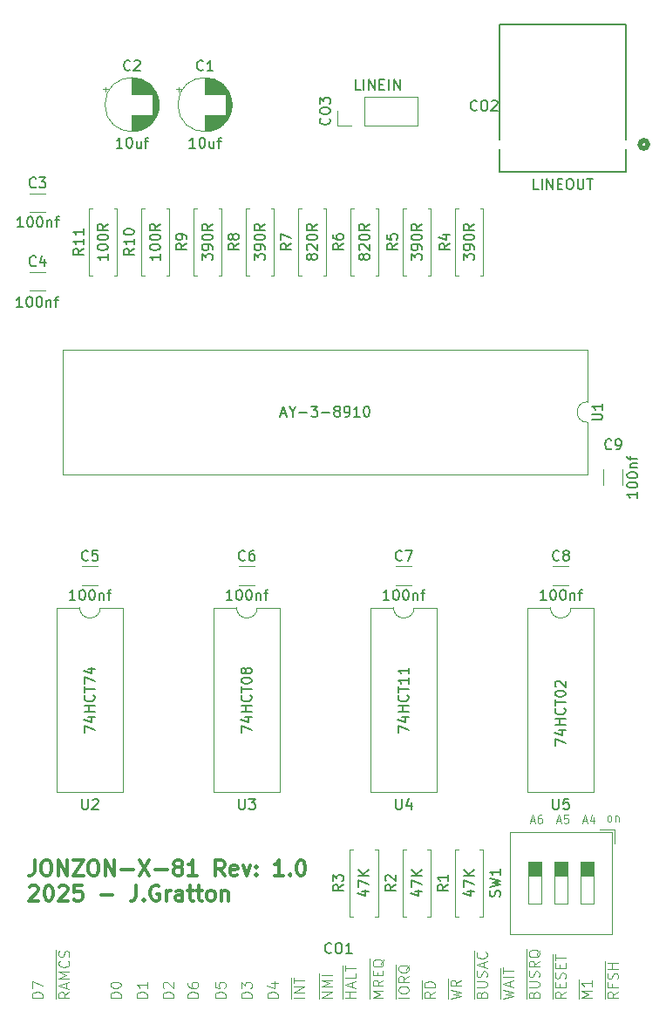
<source format=gbr>
%TF.GenerationSoftware,KiCad,Pcbnew,9.0.3*%
%TF.CreationDate,2025-08-11T16:40:00+01:00*%
%TF.ProjectId,MyZON-X,4d795a4f-4e2d-4582-9e6b-696361645f70,1.0*%
%TF.SameCoordinates,Original*%
%TF.FileFunction,Legend,Top*%
%TF.FilePolarity,Positive*%
%FSLAX46Y46*%
G04 Gerber Fmt 4.6, Leading zero omitted, Abs format (unit mm)*
G04 Created by KiCad (PCBNEW 9.0.3) date 2025-08-11 16:40:00*
%MOMM*%
%LPD*%
G01*
G04 APERTURE LIST*
%ADD10C,0.300000*%
%ADD11C,0.120000*%
%ADD12C,0.150000*%
%ADD13C,0.100000*%
%ADD14C,0.152400*%
%ADD15C,0.508000*%
G04 APERTURE END LIST*
D10*
X55593082Y-127330912D02*
X55593082Y-128402341D01*
X55593082Y-128402341D02*
X55521653Y-128616626D01*
X55521653Y-128616626D02*
X55378796Y-128759484D01*
X55378796Y-128759484D02*
X55164510Y-128830912D01*
X55164510Y-128830912D02*
X55021653Y-128830912D01*
X56593082Y-127330912D02*
X56878796Y-127330912D01*
X56878796Y-127330912D02*
X57021653Y-127402341D01*
X57021653Y-127402341D02*
X57164510Y-127545198D01*
X57164510Y-127545198D02*
X57235939Y-127830912D01*
X57235939Y-127830912D02*
X57235939Y-128330912D01*
X57235939Y-128330912D02*
X57164510Y-128616626D01*
X57164510Y-128616626D02*
X57021653Y-128759484D01*
X57021653Y-128759484D02*
X56878796Y-128830912D01*
X56878796Y-128830912D02*
X56593082Y-128830912D01*
X56593082Y-128830912D02*
X56450225Y-128759484D01*
X56450225Y-128759484D02*
X56307367Y-128616626D01*
X56307367Y-128616626D02*
X56235939Y-128330912D01*
X56235939Y-128330912D02*
X56235939Y-127830912D01*
X56235939Y-127830912D02*
X56307367Y-127545198D01*
X56307367Y-127545198D02*
X56450225Y-127402341D01*
X56450225Y-127402341D02*
X56593082Y-127330912D01*
X57878796Y-128830912D02*
X57878796Y-127330912D01*
X57878796Y-127330912D02*
X58735939Y-128830912D01*
X58735939Y-128830912D02*
X58735939Y-127330912D01*
X59307368Y-127330912D02*
X60307368Y-127330912D01*
X60307368Y-127330912D02*
X59307368Y-128830912D01*
X59307368Y-128830912D02*
X60307368Y-128830912D01*
X61164511Y-127330912D02*
X61450225Y-127330912D01*
X61450225Y-127330912D02*
X61593082Y-127402341D01*
X61593082Y-127402341D02*
X61735939Y-127545198D01*
X61735939Y-127545198D02*
X61807368Y-127830912D01*
X61807368Y-127830912D02*
X61807368Y-128330912D01*
X61807368Y-128330912D02*
X61735939Y-128616626D01*
X61735939Y-128616626D02*
X61593082Y-128759484D01*
X61593082Y-128759484D02*
X61450225Y-128830912D01*
X61450225Y-128830912D02*
X61164511Y-128830912D01*
X61164511Y-128830912D02*
X61021654Y-128759484D01*
X61021654Y-128759484D02*
X60878796Y-128616626D01*
X60878796Y-128616626D02*
X60807368Y-128330912D01*
X60807368Y-128330912D02*
X60807368Y-127830912D01*
X60807368Y-127830912D02*
X60878796Y-127545198D01*
X60878796Y-127545198D02*
X61021654Y-127402341D01*
X61021654Y-127402341D02*
X61164511Y-127330912D01*
X62450225Y-128830912D02*
X62450225Y-127330912D01*
X62450225Y-127330912D02*
X63307368Y-128830912D01*
X63307368Y-128830912D02*
X63307368Y-127330912D01*
X64021654Y-128259484D02*
X65164512Y-128259484D01*
X65735940Y-127330912D02*
X66735940Y-128830912D01*
X66735940Y-127330912D02*
X65735940Y-128830912D01*
X67307368Y-128259484D02*
X68450226Y-128259484D01*
X69378797Y-127973769D02*
X69235940Y-127902341D01*
X69235940Y-127902341D02*
X69164511Y-127830912D01*
X69164511Y-127830912D02*
X69093083Y-127688055D01*
X69093083Y-127688055D02*
X69093083Y-127616626D01*
X69093083Y-127616626D02*
X69164511Y-127473769D01*
X69164511Y-127473769D02*
X69235940Y-127402341D01*
X69235940Y-127402341D02*
X69378797Y-127330912D01*
X69378797Y-127330912D02*
X69664511Y-127330912D01*
X69664511Y-127330912D02*
X69807369Y-127402341D01*
X69807369Y-127402341D02*
X69878797Y-127473769D01*
X69878797Y-127473769D02*
X69950226Y-127616626D01*
X69950226Y-127616626D02*
X69950226Y-127688055D01*
X69950226Y-127688055D02*
X69878797Y-127830912D01*
X69878797Y-127830912D02*
X69807369Y-127902341D01*
X69807369Y-127902341D02*
X69664511Y-127973769D01*
X69664511Y-127973769D02*
X69378797Y-127973769D01*
X69378797Y-127973769D02*
X69235940Y-128045198D01*
X69235940Y-128045198D02*
X69164511Y-128116626D01*
X69164511Y-128116626D02*
X69093083Y-128259484D01*
X69093083Y-128259484D02*
X69093083Y-128545198D01*
X69093083Y-128545198D02*
X69164511Y-128688055D01*
X69164511Y-128688055D02*
X69235940Y-128759484D01*
X69235940Y-128759484D02*
X69378797Y-128830912D01*
X69378797Y-128830912D02*
X69664511Y-128830912D01*
X69664511Y-128830912D02*
X69807369Y-128759484D01*
X69807369Y-128759484D02*
X69878797Y-128688055D01*
X69878797Y-128688055D02*
X69950226Y-128545198D01*
X69950226Y-128545198D02*
X69950226Y-128259484D01*
X69950226Y-128259484D02*
X69878797Y-128116626D01*
X69878797Y-128116626D02*
X69807369Y-128045198D01*
X69807369Y-128045198D02*
X69664511Y-127973769D01*
X71378797Y-128830912D02*
X70521654Y-128830912D01*
X70950225Y-128830912D02*
X70950225Y-127330912D01*
X70950225Y-127330912D02*
X70807368Y-127545198D01*
X70807368Y-127545198D02*
X70664511Y-127688055D01*
X70664511Y-127688055D02*
X70521654Y-127759484D01*
X74021653Y-128830912D02*
X73521653Y-128116626D01*
X73164510Y-128830912D02*
X73164510Y-127330912D01*
X73164510Y-127330912D02*
X73735939Y-127330912D01*
X73735939Y-127330912D02*
X73878796Y-127402341D01*
X73878796Y-127402341D02*
X73950225Y-127473769D01*
X73950225Y-127473769D02*
X74021653Y-127616626D01*
X74021653Y-127616626D02*
X74021653Y-127830912D01*
X74021653Y-127830912D02*
X73950225Y-127973769D01*
X73950225Y-127973769D02*
X73878796Y-128045198D01*
X73878796Y-128045198D02*
X73735939Y-128116626D01*
X73735939Y-128116626D02*
X73164510Y-128116626D01*
X75235939Y-128759484D02*
X75093082Y-128830912D01*
X75093082Y-128830912D02*
X74807368Y-128830912D01*
X74807368Y-128830912D02*
X74664510Y-128759484D01*
X74664510Y-128759484D02*
X74593082Y-128616626D01*
X74593082Y-128616626D02*
X74593082Y-128045198D01*
X74593082Y-128045198D02*
X74664510Y-127902341D01*
X74664510Y-127902341D02*
X74807368Y-127830912D01*
X74807368Y-127830912D02*
X75093082Y-127830912D01*
X75093082Y-127830912D02*
X75235939Y-127902341D01*
X75235939Y-127902341D02*
X75307368Y-128045198D01*
X75307368Y-128045198D02*
X75307368Y-128188055D01*
X75307368Y-128188055D02*
X74593082Y-128330912D01*
X75807367Y-127830912D02*
X76164510Y-128830912D01*
X76164510Y-128830912D02*
X76521653Y-127830912D01*
X77093081Y-128688055D02*
X77164510Y-128759484D01*
X77164510Y-128759484D02*
X77093081Y-128830912D01*
X77093081Y-128830912D02*
X77021653Y-128759484D01*
X77021653Y-128759484D02*
X77093081Y-128688055D01*
X77093081Y-128688055D02*
X77093081Y-128830912D01*
X77093081Y-127902341D02*
X77164510Y-127973769D01*
X77164510Y-127973769D02*
X77093081Y-128045198D01*
X77093081Y-128045198D02*
X77021653Y-127973769D01*
X77021653Y-127973769D02*
X77093081Y-127902341D01*
X77093081Y-127902341D02*
X77093081Y-128045198D01*
X79735939Y-128830912D02*
X78878796Y-128830912D01*
X79307367Y-128830912D02*
X79307367Y-127330912D01*
X79307367Y-127330912D02*
X79164510Y-127545198D01*
X79164510Y-127545198D02*
X79021653Y-127688055D01*
X79021653Y-127688055D02*
X78878796Y-127759484D01*
X80378795Y-128688055D02*
X80450224Y-128759484D01*
X80450224Y-128759484D02*
X80378795Y-128830912D01*
X80378795Y-128830912D02*
X80307367Y-128759484D01*
X80307367Y-128759484D02*
X80378795Y-128688055D01*
X80378795Y-128688055D02*
X80378795Y-128830912D01*
X81378796Y-127330912D02*
X81521653Y-127330912D01*
X81521653Y-127330912D02*
X81664510Y-127402341D01*
X81664510Y-127402341D02*
X81735939Y-127473769D01*
X81735939Y-127473769D02*
X81807367Y-127616626D01*
X81807367Y-127616626D02*
X81878796Y-127902341D01*
X81878796Y-127902341D02*
X81878796Y-128259484D01*
X81878796Y-128259484D02*
X81807367Y-128545198D01*
X81807367Y-128545198D02*
X81735939Y-128688055D01*
X81735939Y-128688055D02*
X81664510Y-128759484D01*
X81664510Y-128759484D02*
X81521653Y-128830912D01*
X81521653Y-128830912D02*
X81378796Y-128830912D01*
X81378796Y-128830912D02*
X81235939Y-128759484D01*
X81235939Y-128759484D02*
X81164510Y-128688055D01*
X81164510Y-128688055D02*
X81093081Y-128545198D01*
X81093081Y-128545198D02*
X81021653Y-128259484D01*
X81021653Y-128259484D02*
X81021653Y-127902341D01*
X81021653Y-127902341D02*
X81093081Y-127616626D01*
X81093081Y-127616626D02*
X81164510Y-127473769D01*
X81164510Y-127473769D02*
X81235939Y-127402341D01*
X81235939Y-127402341D02*
X81378796Y-127330912D01*
X55093082Y-129888685D02*
X55164510Y-129817257D01*
X55164510Y-129817257D02*
X55307368Y-129745828D01*
X55307368Y-129745828D02*
X55664510Y-129745828D01*
X55664510Y-129745828D02*
X55807368Y-129817257D01*
X55807368Y-129817257D02*
X55878796Y-129888685D01*
X55878796Y-129888685D02*
X55950225Y-130031542D01*
X55950225Y-130031542D02*
X55950225Y-130174400D01*
X55950225Y-130174400D02*
X55878796Y-130388685D01*
X55878796Y-130388685D02*
X55021653Y-131245828D01*
X55021653Y-131245828D02*
X55950225Y-131245828D01*
X56878796Y-129745828D02*
X57021653Y-129745828D01*
X57021653Y-129745828D02*
X57164510Y-129817257D01*
X57164510Y-129817257D02*
X57235939Y-129888685D01*
X57235939Y-129888685D02*
X57307367Y-130031542D01*
X57307367Y-130031542D02*
X57378796Y-130317257D01*
X57378796Y-130317257D02*
X57378796Y-130674400D01*
X57378796Y-130674400D02*
X57307367Y-130960114D01*
X57307367Y-130960114D02*
X57235939Y-131102971D01*
X57235939Y-131102971D02*
X57164510Y-131174400D01*
X57164510Y-131174400D02*
X57021653Y-131245828D01*
X57021653Y-131245828D02*
X56878796Y-131245828D01*
X56878796Y-131245828D02*
X56735939Y-131174400D01*
X56735939Y-131174400D02*
X56664510Y-131102971D01*
X56664510Y-131102971D02*
X56593081Y-130960114D01*
X56593081Y-130960114D02*
X56521653Y-130674400D01*
X56521653Y-130674400D02*
X56521653Y-130317257D01*
X56521653Y-130317257D02*
X56593081Y-130031542D01*
X56593081Y-130031542D02*
X56664510Y-129888685D01*
X56664510Y-129888685D02*
X56735939Y-129817257D01*
X56735939Y-129817257D02*
X56878796Y-129745828D01*
X57950224Y-129888685D02*
X58021652Y-129817257D01*
X58021652Y-129817257D02*
X58164510Y-129745828D01*
X58164510Y-129745828D02*
X58521652Y-129745828D01*
X58521652Y-129745828D02*
X58664510Y-129817257D01*
X58664510Y-129817257D02*
X58735938Y-129888685D01*
X58735938Y-129888685D02*
X58807367Y-130031542D01*
X58807367Y-130031542D02*
X58807367Y-130174400D01*
X58807367Y-130174400D02*
X58735938Y-130388685D01*
X58735938Y-130388685D02*
X57878795Y-131245828D01*
X57878795Y-131245828D02*
X58807367Y-131245828D01*
X60164509Y-129745828D02*
X59450223Y-129745828D01*
X59450223Y-129745828D02*
X59378795Y-130460114D01*
X59378795Y-130460114D02*
X59450223Y-130388685D01*
X59450223Y-130388685D02*
X59593081Y-130317257D01*
X59593081Y-130317257D02*
X59950223Y-130317257D01*
X59950223Y-130317257D02*
X60093081Y-130388685D01*
X60093081Y-130388685D02*
X60164509Y-130460114D01*
X60164509Y-130460114D02*
X60235938Y-130602971D01*
X60235938Y-130602971D02*
X60235938Y-130960114D01*
X60235938Y-130960114D02*
X60164509Y-131102971D01*
X60164509Y-131102971D02*
X60093081Y-131174400D01*
X60093081Y-131174400D02*
X59950223Y-131245828D01*
X59950223Y-131245828D02*
X59593081Y-131245828D01*
X59593081Y-131245828D02*
X59450223Y-131174400D01*
X59450223Y-131174400D02*
X59378795Y-131102971D01*
X62021651Y-130674400D02*
X63164509Y-130674400D01*
X65450223Y-129745828D02*
X65450223Y-130817257D01*
X65450223Y-130817257D02*
X65378794Y-131031542D01*
X65378794Y-131031542D02*
X65235937Y-131174400D01*
X65235937Y-131174400D02*
X65021651Y-131245828D01*
X65021651Y-131245828D02*
X64878794Y-131245828D01*
X66164508Y-131102971D02*
X66235937Y-131174400D01*
X66235937Y-131174400D02*
X66164508Y-131245828D01*
X66164508Y-131245828D02*
X66093080Y-131174400D01*
X66093080Y-131174400D02*
X66164508Y-131102971D01*
X66164508Y-131102971D02*
X66164508Y-131245828D01*
X67664509Y-129817257D02*
X67521652Y-129745828D01*
X67521652Y-129745828D02*
X67307366Y-129745828D01*
X67307366Y-129745828D02*
X67093080Y-129817257D01*
X67093080Y-129817257D02*
X66950223Y-129960114D01*
X66950223Y-129960114D02*
X66878794Y-130102971D01*
X66878794Y-130102971D02*
X66807366Y-130388685D01*
X66807366Y-130388685D02*
X66807366Y-130602971D01*
X66807366Y-130602971D02*
X66878794Y-130888685D01*
X66878794Y-130888685D02*
X66950223Y-131031542D01*
X66950223Y-131031542D02*
X67093080Y-131174400D01*
X67093080Y-131174400D02*
X67307366Y-131245828D01*
X67307366Y-131245828D02*
X67450223Y-131245828D01*
X67450223Y-131245828D02*
X67664509Y-131174400D01*
X67664509Y-131174400D02*
X67735937Y-131102971D01*
X67735937Y-131102971D02*
X67735937Y-130602971D01*
X67735937Y-130602971D02*
X67450223Y-130602971D01*
X68378794Y-131245828D02*
X68378794Y-130245828D01*
X68378794Y-130531542D02*
X68450223Y-130388685D01*
X68450223Y-130388685D02*
X68521652Y-130317257D01*
X68521652Y-130317257D02*
X68664509Y-130245828D01*
X68664509Y-130245828D02*
X68807366Y-130245828D01*
X69950223Y-131245828D02*
X69950223Y-130460114D01*
X69950223Y-130460114D02*
X69878794Y-130317257D01*
X69878794Y-130317257D02*
X69735937Y-130245828D01*
X69735937Y-130245828D02*
X69450223Y-130245828D01*
X69450223Y-130245828D02*
X69307365Y-130317257D01*
X69950223Y-131174400D02*
X69807365Y-131245828D01*
X69807365Y-131245828D02*
X69450223Y-131245828D01*
X69450223Y-131245828D02*
X69307365Y-131174400D01*
X69307365Y-131174400D02*
X69235937Y-131031542D01*
X69235937Y-131031542D02*
X69235937Y-130888685D01*
X69235937Y-130888685D02*
X69307365Y-130745828D01*
X69307365Y-130745828D02*
X69450223Y-130674400D01*
X69450223Y-130674400D02*
X69807365Y-130674400D01*
X69807365Y-130674400D02*
X69950223Y-130602971D01*
X70450223Y-130245828D02*
X71021651Y-130245828D01*
X70664508Y-129745828D02*
X70664508Y-131031542D01*
X70664508Y-131031542D02*
X70735937Y-131174400D01*
X70735937Y-131174400D02*
X70878794Y-131245828D01*
X70878794Y-131245828D02*
X71021651Y-131245828D01*
X71307366Y-130245828D02*
X71878794Y-130245828D01*
X71521651Y-129745828D02*
X71521651Y-131031542D01*
X71521651Y-131031542D02*
X71593080Y-131174400D01*
X71593080Y-131174400D02*
X71735937Y-131245828D01*
X71735937Y-131245828D02*
X71878794Y-131245828D01*
X72593080Y-131245828D02*
X72450223Y-131174400D01*
X72450223Y-131174400D02*
X72378794Y-131102971D01*
X72378794Y-131102971D02*
X72307366Y-130960114D01*
X72307366Y-130960114D02*
X72307366Y-130531542D01*
X72307366Y-130531542D02*
X72378794Y-130388685D01*
X72378794Y-130388685D02*
X72450223Y-130317257D01*
X72450223Y-130317257D02*
X72593080Y-130245828D01*
X72593080Y-130245828D02*
X72807366Y-130245828D01*
X72807366Y-130245828D02*
X72950223Y-130317257D01*
X72950223Y-130317257D02*
X73021652Y-130388685D01*
X73021652Y-130388685D02*
X73093080Y-130531542D01*
X73093080Y-130531542D02*
X73093080Y-130960114D01*
X73093080Y-130960114D02*
X73021652Y-131102971D01*
X73021652Y-131102971D02*
X72950223Y-131174400D01*
X72950223Y-131174400D02*
X72807366Y-131245828D01*
X72807366Y-131245828D02*
X72593080Y-131245828D01*
X73735937Y-130245828D02*
X73735937Y-131245828D01*
X73735937Y-130388685D02*
X73807366Y-130317257D01*
X73807366Y-130317257D02*
X73950223Y-130245828D01*
X73950223Y-130245828D02*
X74164509Y-130245828D01*
X74164509Y-130245828D02*
X74307366Y-130317257D01*
X74307366Y-130317257D02*
X74378795Y-130460114D01*
X74378795Y-130460114D02*
X74378795Y-131245828D01*
D11*
X106276327Y-123492283D02*
X106657280Y-123492283D01*
X106200137Y-123720855D02*
X106466804Y-122920855D01*
X106466804Y-122920855D02*
X106733470Y-123720855D01*
X107381089Y-122920855D02*
X107000137Y-122920855D01*
X107000137Y-122920855D02*
X106962041Y-123301807D01*
X106962041Y-123301807D02*
X107000137Y-123263712D01*
X107000137Y-123263712D02*
X107076327Y-123225617D01*
X107076327Y-123225617D02*
X107266803Y-123225617D01*
X107266803Y-123225617D02*
X107342994Y-123263712D01*
X107342994Y-123263712D02*
X107381089Y-123301807D01*
X107381089Y-123301807D02*
X107419184Y-123377998D01*
X107419184Y-123377998D02*
X107419184Y-123568474D01*
X107419184Y-123568474D02*
X107381089Y-123644664D01*
X107381089Y-123644664D02*
X107342994Y-123682760D01*
X107342994Y-123682760D02*
X107266803Y-123720855D01*
X107266803Y-123720855D02*
X107076327Y-123720855D01*
X107076327Y-123720855D02*
X107000137Y-123682760D01*
X107000137Y-123682760D02*
X106962041Y-123644664D01*
X108816327Y-123492283D02*
X109197280Y-123492283D01*
X108740137Y-123720855D02*
X109006804Y-122920855D01*
X109006804Y-122920855D02*
X109273470Y-123720855D01*
X109882994Y-123187521D02*
X109882994Y-123720855D01*
X109692518Y-122882760D02*
X109502041Y-123454188D01*
X109502041Y-123454188D02*
X109997280Y-123454188D01*
X103736327Y-123492283D02*
X104117280Y-123492283D01*
X103660137Y-123720855D02*
X103926804Y-122920855D01*
X103926804Y-122920855D02*
X104193470Y-123720855D01*
X104802994Y-122920855D02*
X104650613Y-122920855D01*
X104650613Y-122920855D02*
X104574422Y-122958950D01*
X104574422Y-122958950D02*
X104536327Y-122997045D01*
X104536327Y-122997045D02*
X104460137Y-123111331D01*
X104460137Y-123111331D02*
X104422041Y-123263712D01*
X104422041Y-123263712D02*
X104422041Y-123568474D01*
X104422041Y-123568474D02*
X104460137Y-123644664D01*
X104460137Y-123644664D02*
X104498232Y-123682760D01*
X104498232Y-123682760D02*
X104574422Y-123720855D01*
X104574422Y-123720855D02*
X104726803Y-123720855D01*
X104726803Y-123720855D02*
X104802994Y-123682760D01*
X104802994Y-123682760D02*
X104841089Y-123644664D01*
X104841089Y-123644664D02*
X104879184Y-123568474D01*
X104879184Y-123568474D02*
X104879184Y-123377998D01*
X104879184Y-123377998D02*
X104841089Y-123301807D01*
X104841089Y-123301807D02*
X104802994Y-123263712D01*
X104802994Y-123263712D02*
X104726803Y-123225617D01*
X104726803Y-123225617D02*
X104574422Y-123225617D01*
X104574422Y-123225617D02*
X104498232Y-123263712D01*
X104498232Y-123263712D02*
X104460137Y-123301807D01*
X104460137Y-123301807D02*
X104422041Y-123377998D01*
D12*
X60773333Y-98149580D02*
X60725714Y-98197200D01*
X60725714Y-98197200D02*
X60582857Y-98244819D01*
X60582857Y-98244819D02*
X60487619Y-98244819D01*
X60487619Y-98244819D02*
X60344762Y-98197200D01*
X60344762Y-98197200D02*
X60249524Y-98101961D01*
X60249524Y-98101961D02*
X60201905Y-98006723D01*
X60201905Y-98006723D02*
X60154286Y-97816247D01*
X60154286Y-97816247D02*
X60154286Y-97673390D01*
X60154286Y-97673390D02*
X60201905Y-97482914D01*
X60201905Y-97482914D02*
X60249524Y-97387676D01*
X60249524Y-97387676D02*
X60344762Y-97292438D01*
X60344762Y-97292438D02*
X60487619Y-97244819D01*
X60487619Y-97244819D02*
X60582857Y-97244819D01*
X60582857Y-97244819D02*
X60725714Y-97292438D01*
X60725714Y-97292438D02*
X60773333Y-97340057D01*
X61678095Y-97244819D02*
X61201905Y-97244819D01*
X61201905Y-97244819D02*
X61154286Y-97721009D01*
X61154286Y-97721009D02*
X61201905Y-97673390D01*
X61201905Y-97673390D02*
X61297143Y-97625771D01*
X61297143Y-97625771D02*
X61535238Y-97625771D01*
X61535238Y-97625771D02*
X61630476Y-97673390D01*
X61630476Y-97673390D02*
X61678095Y-97721009D01*
X61678095Y-97721009D02*
X61725714Y-97816247D01*
X61725714Y-97816247D02*
X61725714Y-98054342D01*
X61725714Y-98054342D02*
X61678095Y-98149580D01*
X61678095Y-98149580D02*
X61630476Y-98197200D01*
X61630476Y-98197200D02*
X61535238Y-98244819D01*
X61535238Y-98244819D02*
X61297143Y-98244819D01*
X61297143Y-98244819D02*
X61201905Y-98197200D01*
X61201905Y-98197200D02*
X61154286Y-98149580D01*
X59535237Y-102054819D02*
X58963809Y-102054819D01*
X59249523Y-102054819D02*
X59249523Y-101054819D01*
X59249523Y-101054819D02*
X59154285Y-101197676D01*
X59154285Y-101197676D02*
X59059047Y-101292914D01*
X59059047Y-101292914D02*
X58963809Y-101340533D01*
X60154285Y-101054819D02*
X60249523Y-101054819D01*
X60249523Y-101054819D02*
X60344761Y-101102438D01*
X60344761Y-101102438D02*
X60392380Y-101150057D01*
X60392380Y-101150057D02*
X60439999Y-101245295D01*
X60439999Y-101245295D02*
X60487618Y-101435771D01*
X60487618Y-101435771D02*
X60487618Y-101673866D01*
X60487618Y-101673866D02*
X60439999Y-101864342D01*
X60439999Y-101864342D02*
X60392380Y-101959580D01*
X60392380Y-101959580D02*
X60344761Y-102007200D01*
X60344761Y-102007200D02*
X60249523Y-102054819D01*
X60249523Y-102054819D02*
X60154285Y-102054819D01*
X60154285Y-102054819D02*
X60059047Y-102007200D01*
X60059047Y-102007200D02*
X60011428Y-101959580D01*
X60011428Y-101959580D02*
X59963809Y-101864342D01*
X59963809Y-101864342D02*
X59916190Y-101673866D01*
X59916190Y-101673866D02*
X59916190Y-101435771D01*
X59916190Y-101435771D02*
X59963809Y-101245295D01*
X59963809Y-101245295D02*
X60011428Y-101150057D01*
X60011428Y-101150057D02*
X60059047Y-101102438D01*
X60059047Y-101102438D02*
X60154285Y-101054819D01*
X61106666Y-101054819D02*
X61201904Y-101054819D01*
X61201904Y-101054819D02*
X61297142Y-101102438D01*
X61297142Y-101102438D02*
X61344761Y-101150057D01*
X61344761Y-101150057D02*
X61392380Y-101245295D01*
X61392380Y-101245295D02*
X61439999Y-101435771D01*
X61439999Y-101435771D02*
X61439999Y-101673866D01*
X61439999Y-101673866D02*
X61392380Y-101864342D01*
X61392380Y-101864342D02*
X61344761Y-101959580D01*
X61344761Y-101959580D02*
X61297142Y-102007200D01*
X61297142Y-102007200D02*
X61201904Y-102054819D01*
X61201904Y-102054819D02*
X61106666Y-102054819D01*
X61106666Y-102054819D02*
X61011428Y-102007200D01*
X61011428Y-102007200D02*
X60963809Y-101959580D01*
X60963809Y-101959580D02*
X60916190Y-101864342D01*
X60916190Y-101864342D02*
X60868571Y-101673866D01*
X60868571Y-101673866D02*
X60868571Y-101435771D01*
X60868571Y-101435771D02*
X60916190Y-101245295D01*
X60916190Y-101245295D02*
X60963809Y-101150057D01*
X60963809Y-101150057D02*
X61011428Y-101102438D01*
X61011428Y-101102438D02*
X61106666Y-101054819D01*
X61868571Y-101388152D02*
X61868571Y-102054819D01*
X61868571Y-101483390D02*
X61916190Y-101435771D01*
X61916190Y-101435771D02*
X62011428Y-101388152D01*
X62011428Y-101388152D02*
X62154285Y-101388152D01*
X62154285Y-101388152D02*
X62249523Y-101435771D01*
X62249523Y-101435771D02*
X62297142Y-101531009D01*
X62297142Y-101531009D02*
X62297142Y-102054819D01*
X62630476Y-101388152D02*
X63011428Y-101388152D01*
X62773333Y-102054819D02*
X62773333Y-101197676D01*
X62773333Y-101197676D02*
X62820952Y-101102438D01*
X62820952Y-101102438D02*
X62916190Y-101054819D01*
X62916190Y-101054819D02*
X63011428Y-101054819D01*
X95874819Y-67476666D02*
X95398628Y-67809999D01*
X95874819Y-68048094D02*
X94874819Y-68048094D01*
X94874819Y-68048094D02*
X94874819Y-67667142D01*
X94874819Y-67667142D02*
X94922438Y-67571904D01*
X94922438Y-67571904D02*
X94970057Y-67524285D01*
X94970057Y-67524285D02*
X95065295Y-67476666D01*
X95065295Y-67476666D02*
X95208152Y-67476666D01*
X95208152Y-67476666D02*
X95303390Y-67524285D01*
X95303390Y-67524285D02*
X95351009Y-67571904D01*
X95351009Y-67571904D02*
X95398628Y-67667142D01*
X95398628Y-67667142D02*
X95398628Y-68048094D01*
X95208152Y-66619523D02*
X95874819Y-66619523D01*
X94827200Y-66857618D02*
X95541485Y-67095713D01*
X95541485Y-67095713D02*
X95541485Y-66476666D01*
X97244819Y-69095713D02*
X97244819Y-68476666D01*
X97244819Y-68476666D02*
X97625771Y-68809999D01*
X97625771Y-68809999D02*
X97625771Y-68667142D01*
X97625771Y-68667142D02*
X97673390Y-68571904D01*
X97673390Y-68571904D02*
X97721009Y-68524285D01*
X97721009Y-68524285D02*
X97816247Y-68476666D01*
X97816247Y-68476666D02*
X98054342Y-68476666D01*
X98054342Y-68476666D02*
X98149580Y-68524285D01*
X98149580Y-68524285D02*
X98197200Y-68571904D01*
X98197200Y-68571904D02*
X98244819Y-68667142D01*
X98244819Y-68667142D02*
X98244819Y-68952856D01*
X98244819Y-68952856D02*
X98197200Y-69048094D01*
X98197200Y-69048094D02*
X98149580Y-69095713D01*
X98244819Y-68000475D02*
X98244819Y-67809999D01*
X98244819Y-67809999D02*
X98197200Y-67714761D01*
X98197200Y-67714761D02*
X98149580Y-67667142D01*
X98149580Y-67667142D02*
X98006723Y-67571904D01*
X98006723Y-67571904D02*
X97816247Y-67524285D01*
X97816247Y-67524285D02*
X97435295Y-67524285D01*
X97435295Y-67524285D02*
X97340057Y-67571904D01*
X97340057Y-67571904D02*
X97292438Y-67619523D01*
X97292438Y-67619523D02*
X97244819Y-67714761D01*
X97244819Y-67714761D02*
X97244819Y-67905237D01*
X97244819Y-67905237D02*
X97292438Y-68000475D01*
X97292438Y-68000475D02*
X97340057Y-68048094D01*
X97340057Y-68048094D02*
X97435295Y-68095713D01*
X97435295Y-68095713D02*
X97673390Y-68095713D01*
X97673390Y-68095713D02*
X97768628Y-68048094D01*
X97768628Y-68048094D02*
X97816247Y-68000475D01*
X97816247Y-68000475D02*
X97863866Y-67905237D01*
X97863866Y-67905237D02*
X97863866Y-67714761D01*
X97863866Y-67714761D02*
X97816247Y-67619523D01*
X97816247Y-67619523D02*
X97768628Y-67571904D01*
X97768628Y-67571904D02*
X97673390Y-67524285D01*
X97244819Y-66905237D02*
X97244819Y-66809999D01*
X97244819Y-66809999D02*
X97292438Y-66714761D01*
X97292438Y-66714761D02*
X97340057Y-66667142D01*
X97340057Y-66667142D02*
X97435295Y-66619523D01*
X97435295Y-66619523D02*
X97625771Y-66571904D01*
X97625771Y-66571904D02*
X97863866Y-66571904D01*
X97863866Y-66571904D02*
X98054342Y-66619523D01*
X98054342Y-66619523D02*
X98149580Y-66667142D01*
X98149580Y-66667142D02*
X98197200Y-66714761D01*
X98197200Y-66714761D02*
X98244819Y-66809999D01*
X98244819Y-66809999D02*
X98244819Y-66905237D01*
X98244819Y-66905237D02*
X98197200Y-67000475D01*
X98197200Y-67000475D02*
X98149580Y-67048094D01*
X98149580Y-67048094D02*
X98054342Y-67095713D01*
X98054342Y-67095713D02*
X97863866Y-67143332D01*
X97863866Y-67143332D02*
X97625771Y-67143332D01*
X97625771Y-67143332D02*
X97435295Y-67095713D01*
X97435295Y-67095713D02*
X97340057Y-67048094D01*
X97340057Y-67048094D02*
X97292438Y-67000475D01*
X97292438Y-67000475D02*
X97244819Y-66905237D01*
X98244819Y-65571904D02*
X97768628Y-65905237D01*
X98244819Y-66143332D02*
X97244819Y-66143332D01*
X97244819Y-66143332D02*
X97244819Y-65762380D01*
X97244819Y-65762380D02*
X97292438Y-65667142D01*
X97292438Y-65667142D02*
X97340057Y-65619523D01*
X97340057Y-65619523D02*
X97435295Y-65571904D01*
X97435295Y-65571904D02*
X97578152Y-65571904D01*
X97578152Y-65571904D02*
X97673390Y-65619523D01*
X97673390Y-65619523D02*
X97721009Y-65667142D01*
X97721009Y-65667142D02*
X97768628Y-65762380D01*
X97768628Y-65762380D02*
X97768628Y-66143332D01*
X109724819Y-84581904D02*
X110534342Y-84581904D01*
X110534342Y-84581904D02*
X110629580Y-84534285D01*
X110629580Y-84534285D02*
X110677200Y-84486666D01*
X110677200Y-84486666D02*
X110724819Y-84391428D01*
X110724819Y-84391428D02*
X110724819Y-84200952D01*
X110724819Y-84200952D02*
X110677200Y-84105714D01*
X110677200Y-84105714D02*
X110629580Y-84058095D01*
X110629580Y-84058095D02*
X110534342Y-84010476D01*
X110534342Y-84010476D02*
X109724819Y-84010476D01*
X110724819Y-83010476D02*
X110724819Y-83581904D01*
X110724819Y-83296190D02*
X109724819Y-83296190D01*
X109724819Y-83296190D02*
X109867676Y-83391428D01*
X109867676Y-83391428D02*
X109962914Y-83486666D01*
X109962914Y-83486666D02*
X110010533Y-83581904D01*
X79529286Y-83984104D02*
X80005476Y-83984104D01*
X79434048Y-84269819D02*
X79767381Y-83269819D01*
X79767381Y-83269819D02*
X80100714Y-84269819D01*
X80624524Y-83793628D02*
X80624524Y-84269819D01*
X80291191Y-83269819D02*
X80624524Y-83793628D01*
X80624524Y-83793628D02*
X80957857Y-83269819D01*
X81291191Y-83888866D02*
X82053096Y-83888866D01*
X82434048Y-83269819D02*
X83053095Y-83269819D01*
X83053095Y-83269819D02*
X82719762Y-83650771D01*
X82719762Y-83650771D02*
X82862619Y-83650771D01*
X82862619Y-83650771D02*
X82957857Y-83698390D01*
X82957857Y-83698390D02*
X83005476Y-83746009D01*
X83005476Y-83746009D02*
X83053095Y-83841247D01*
X83053095Y-83841247D02*
X83053095Y-84079342D01*
X83053095Y-84079342D02*
X83005476Y-84174580D01*
X83005476Y-84174580D02*
X82957857Y-84222200D01*
X82957857Y-84222200D02*
X82862619Y-84269819D01*
X82862619Y-84269819D02*
X82576905Y-84269819D01*
X82576905Y-84269819D02*
X82481667Y-84222200D01*
X82481667Y-84222200D02*
X82434048Y-84174580D01*
X83481667Y-83888866D02*
X84243572Y-83888866D01*
X84862619Y-83698390D02*
X84767381Y-83650771D01*
X84767381Y-83650771D02*
X84719762Y-83603152D01*
X84719762Y-83603152D02*
X84672143Y-83507914D01*
X84672143Y-83507914D02*
X84672143Y-83460295D01*
X84672143Y-83460295D02*
X84719762Y-83365057D01*
X84719762Y-83365057D02*
X84767381Y-83317438D01*
X84767381Y-83317438D02*
X84862619Y-83269819D01*
X84862619Y-83269819D02*
X85053095Y-83269819D01*
X85053095Y-83269819D02*
X85148333Y-83317438D01*
X85148333Y-83317438D02*
X85195952Y-83365057D01*
X85195952Y-83365057D02*
X85243571Y-83460295D01*
X85243571Y-83460295D02*
X85243571Y-83507914D01*
X85243571Y-83507914D02*
X85195952Y-83603152D01*
X85195952Y-83603152D02*
X85148333Y-83650771D01*
X85148333Y-83650771D02*
X85053095Y-83698390D01*
X85053095Y-83698390D02*
X84862619Y-83698390D01*
X84862619Y-83698390D02*
X84767381Y-83746009D01*
X84767381Y-83746009D02*
X84719762Y-83793628D01*
X84719762Y-83793628D02*
X84672143Y-83888866D01*
X84672143Y-83888866D02*
X84672143Y-84079342D01*
X84672143Y-84079342D02*
X84719762Y-84174580D01*
X84719762Y-84174580D02*
X84767381Y-84222200D01*
X84767381Y-84222200D02*
X84862619Y-84269819D01*
X84862619Y-84269819D02*
X85053095Y-84269819D01*
X85053095Y-84269819D02*
X85148333Y-84222200D01*
X85148333Y-84222200D02*
X85195952Y-84174580D01*
X85195952Y-84174580D02*
X85243571Y-84079342D01*
X85243571Y-84079342D02*
X85243571Y-83888866D01*
X85243571Y-83888866D02*
X85195952Y-83793628D01*
X85195952Y-83793628D02*
X85148333Y-83746009D01*
X85148333Y-83746009D02*
X85053095Y-83698390D01*
X85719762Y-84269819D02*
X85910238Y-84269819D01*
X85910238Y-84269819D02*
X86005476Y-84222200D01*
X86005476Y-84222200D02*
X86053095Y-84174580D01*
X86053095Y-84174580D02*
X86148333Y-84031723D01*
X86148333Y-84031723D02*
X86195952Y-83841247D01*
X86195952Y-83841247D02*
X86195952Y-83460295D01*
X86195952Y-83460295D02*
X86148333Y-83365057D01*
X86148333Y-83365057D02*
X86100714Y-83317438D01*
X86100714Y-83317438D02*
X86005476Y-83269819D01*
X86005476Y-83269819D02*
X85815000Y-83269819D01*
X85815000Y-83269819D02*
X85719762Y-83317438D01*
X85719762Y-83317438D02*
X85672143Y-83365057D01*
X85672143Y-83365057D02*
X85624524Y-83460295D01*
X85624524Y-83460295D02*
X85624524Y-83698390D01*
X85624524Y-83698390D02*
X85672143Y-83793628D01*
X85672143Y-83793628D02*
X85719762Y-83841247D01*
X85719762Y-83841247D02*
X85815000Y-83888866D01*
X85815000Y-83888866D02*
X86005476Y-83888866D01*
X86005476Y-83888866D02*
X86100714Y-83841247D01*
X86100714Y-83841247D02*
X86148333Y-83793628D01*
X86148333Y-83793628D02*
X86195952Y-83698390D01*
X87148333Y-84269819D02*
X86576905Y-84269819D01*
X86862619Y-84269819D02*
X86862619Y-83269819D01*
X86862619Y-83269819D02*
X86767381Y-83412676D01*
X86767381Y-83412676D02*
X86672143Y-83507914D01*
X86672143Y-83507914D02*
X86576905Y-83555533D01*
X87767381Y-83269819D02*
X87862619Y-83269819D01*
X87862619Y-83269819D02*
X87957857Y-83317438D01*
X87957857Y-83317438D02*
X88005476Y-83365057D01*
X88005476Y-83365057D02*
X88053095Y-83460295D01*
X88053095Y-83460295D02*
X88100714Y-83650771D01*
X88100714Y-83650771D02*
X88100714Y-83888866D01*
X88100714Y-83888866D02*
X88053095Y-84079342D01*
X88053095Y-84079342D02*
X88005476Y-84174580D01*
X88005476Y-84174580D02*
X87957857Y-84222200D01*
X87957857Y-84222200D02*
X87862619Y-84269819D01*
X87862619Y-84269819D02*
X87767381Y-84269819D01*
X87767381Y-84269819D02*
X87672143Y-84222200D01*
X87672143Y-84222200D02*
X87624524Y-84174580D01*
X87624524Y-84174580D02*
X87576905Y-84079342D01*
X87576905Y-84079342D02*
X87529286Y-83888866D01*
X87529286Y-83888866D02*
X87529286Y-83650771D01*
X87529286Y-83650771D02*
X87576905Y-83460295D01*
X87576905Y-83460295D02*
X87624524Y-83365057D01*
X87624524Y-83365057D02*
X87672143Y-83317438D01*
X87672143Y-83317438D02*
X87767381Y-83269819D01*
X60314819Y-67952857D02*
X59838628Y-68286190D01*
X60314819Y-68524285D02*
X59314819Y-68524285D01*
X59314819Y-68524285D02*
X59314819Y-68143333D01*
X59314819Y-68143333D02*
X59362438Y-68048095D01*
X59362438Y-68048095D02*
X59410057Y-68000476D01*
X59410057Y-68000476D02*
X59505295Y-67952857D01*
X59505295Y-67952857D02*
X59648152Y-67952857D01*
X59648152Y-67952857D02*
X59743390Y-68000476D01*
X59743390Y-68000476D02*
X59791009Y-68048095D01*
X59791009Y-68048095D02*
X59838628Y-68143333D01*
X59838628Y-68143333D02*
X59838628Y-68524285D01*
X60314819Y-67000476D02*
X60314819Y-67571904D01*
X60314819Y-67286190D02*
X59314819Y-67286190D01*
X59314819Y-67286190D02*
X59457676Y-67381428D01*
X59457676Y-67381428D02*
X59552914Y-67476666D01*
X59552914Y-67476666D02*
X59600533Y-67571904D01*
X60314819Y-66048095D02*
X60314819Y-66619523D01*
X60314819Y-66333809D02*
X59314819Y-66333809D01*
X59314819Y-66333809D02*
X59457676Y-66429047D01*
X59457676Y-66429047D02*
X59552914Y-66524285D01*
X59552914Y-66524285D02*
X59600533Y-66619523D01*
X62684819Y-68476666D02*
X62684819Y-69048094D01*
X62684819Y-68762380D02*
X61684819Y-68762380D01*
X61684819Y-68762380D02*
X61827676Y-68857618D01*
X61827676Y-68857618D02*
X61922914Y-68952856D01*
X61922914Y-68952856D02*
X61970533Y-69048094D01*
X61684819Y-67857618D02*
X61684819Y-67762380D01*
X61684819Y-67762380D02*
X61732438Y-67667142D01*
X61732438Y-67667142D02*
X61780057Y-67619523D01*
X61780057Y-67619523D02*
X61875295Y-67571904D01*
X61875295Y-67571904D02*
X62065771Y-67524285D01*
X62065771Y-67524285D02*
X62303866Y-67524285D01*
X62303866Y-67524285D02*
X62494342Y-67571904D01*
X62494342Y-67571904D02*
X62589580Y-67619523D01*
X62589580Y-67619523D02*
X62637200Y-67667142D01*
X62637200Y-67667142D02*
X62684819Y-67762380D01*
X62684819Y-67762380D02*
X62684819Y-67857618D01*
X62684819Y-67857618D02*
X62637200Y-67952856D01*
X62637200Y-67952856D02*
X62589580Y-68000475D01*
X62589580Y-68000475D02*
X62494342Y-68048094D01*
X62494342Y-68048094D02*
X62303866Y-68095713D01*
X62303866Y-68095713D02*
X62065771Y-68095713D01*
X62065771Y-68095713D02*
X61875295Y-68048094D01*
X61875295Y-68048094D02*
X61780057Y-68000475D01*
X61780057Y-68000475D02*
X61732438Y-67952856D01*
X61732438Y-67952856D02*
X61684819Y-67857618D01*
X61684819Y-66905237D02*
X61684819Y-66809999D01*
X61684819Y-66809999D02*
X61732438Y-66714761D01*
X61732438Y-66714761D02*
X61780057Y-66667142D01*
X61780057Y-66667142D02*
X61875295Y-66619523D01*
X61875295Y-66619523D02*
X62065771Y-66571904D01*
X62065771Y-66571904D02*
X62303866Y-66571904D01*
X62303866Y-66571904D02*
X62494342Y-66619523D01*
X62494342Y-66619523D02*
X62589580Y-66667142D01*
X62589580Y-66667142D02*
X62637200Y-66714761D01*
X62637200Y-66714761D02*
X62684819Y-66809999D01*
X62684819Y-66809999D02*
X62684819Y-66905237D01*
X62684819Y-66905237D02*
X62637200Y-67000475D01*
X62637200Y-67000475D02*
X62589580Y-67048094D01*
X62589580Y-67048094D02*
X62494342Y-67095713D01*
X62494342Y-67095713D02*
X62303866Y-67143332D01*
X62303866Y-67143332D02*
X62065771Y-67143332D01*
X62065771Y-67143332D02*
X61875295Y-67095713D01*
X61875295Y-67095713D02*
X61780057Y-67048094D01*
X61780057Y-67048094D02*
X61732438Y-67000475D01*
X61732438Y-67000475D02*
X61684819Y-66905237D01*
X62684819Y-65571904D02*
X62208628Y-65905237D01*
X62684819Y-66143332D02*
X61684819Y-66143332D01*
X61684819Y-66143332D02*
X61684819Y-65762380D01*
X61684819Y-65762380D02*
X61732438Y-65667142D01*
X61732438Y-65667142D02*
X61780057Y-65619523D01*
X61780057Y-65619523D02*
X61875295Y-65571904D01*
X61875295Y-65571904D02*
X62018152Y-65571904D01*
X62018152Y-65571904D02*
X62113390Y-65619523D01*
X62113390Y-65619523D02*
X62161009Y-65667142D01*
X62161009Y-65667142D02*
X62208628Y-65762380D01*
X62208628Y-65762380D02*
X62208628Y-66143332D01*
X55703333Y-61954580D02*
X55655714Y-62002200D01*
X55655714Y-62002200D02*
X55512857Y-62049819D01*
X55512857Y-62049819D02*
X55417619Y-62049819D01*
X55417619Y-62049819D02*
X55274762Y-62002200D01*
X55274762Y-62002200D02*
X55179524Y-61906961D01*
X55179524Y-61906961D02*
X55131905Y-61811723D01*
X55131905Y-61811723D02*
X55084286Y-61621247D01*
X55084286Y-61621247D02*
X55084286Y-61478390D01*
X55084286Y-61478390D02*
X55131905Y-61287914D01*
X55131905Y-61287914D02*
X55179524Y-61192676D01*
X55179524Y-61192676D02*
X55274762Y-61097438D01*
X55274762Y-61097438D02*
X55417619Y-61049819D01*
X55417619Y-61049819D02*
X55512857Y-61049819D01*
X55512857Y-61049819D02*
X55655714Y-61097438D01*
X55655714Y-61097438D02*
X55703333Y-61145057D01*
X56036667Y-61049819D02*
X56655714Y-61049819D01*
X56655714Y-61049819D02*
X56322381Y-61430771D01*
X56322381Y-61430771D02*
X56465238Y-61430771D01*
X56465238Y-61430771D02*
X56560476Y-61478390D01*
X56560476Y-61478390D02*
X56608095Y-61526009D01*
X56608095Y-61526009D02*
X56655714Y-61621247D01*
X56655714Y-61621247D02*
X56655714Y-61859342D01*
X56655714Y-61859342D02*
X56608095Y-61954580D01*
X56608095Y-61954580D02*
X56560476Y-62002200D01*
X56560476Y-62002200D02*
X56465238Y-62049819D01*
X56465238Y-62049819D02*
X56179524Y-62049819D01*
X56179524Y-62049819D02*
X56084286Y-62002200D01*
X56084286Y-62002200D02*
X56036667Y-61954580D01*
X54465237Y-65859819D02*
X53893809Y-65859819D01*
X54179523Y-65859819D02*
X54179523Y-64859819D01*
X54179523Y-64859819D02*
X54084285Y-65002676D01*
X54084285Y-65002676D02*
X53989047Y-65097914D01*
X53989047Y-65097914D02*
X53893809Y-65145533D01*
X55084285Y-64859819D02*
X55179523Y-64859819D01*
X55179523Y-64859819D02*
X55274761Y-64907438D01*
X55274761Y-64907438D02*
X55322380Y-64955057D01*
X55322380Y-64955057D02*
X55369999Y-65050295D01*
X55369999Y-65050295D02*
X55417618Y-65240771D01*
X55417618Y-65240771D02*
X55417618Y-65478866D01*
X55417618Y-65478866D02*
X55369999Y-65669342D01*
X55369999Y-65669342D02*
X55322380Y-65764580D01*
X55322380Y-65764580D02*
X55274761Y-65812200D01*
X55274761Y-65812200D02*
X55179523Y-65859819D01*
X55179523Y-65859819D02*
X55084285Y-65859819D01*
X55084285Y-65859819D02*
X54989047Y-65812200D01*
X54989047Y-65812200D02*
X54941428Y-65764580D01*
X54941428Y-65764580D02*
X54893809Y-65669342D01*
X54893809Y-65669342D02*
X54846190Y-65478866D01*
X54846190Y-65478866D02*
X54846190Y-65240771D01*
X54846190Y-65240771D02*
X54893809Y-65050295D01*
X54893809Y-65050295D02*
X54941428Y-64955057D01*
X54941428Y-64955057D02*
X54989047Y-64907438D01*
X54989047Y-64907438D02*
X55084285Y-64859819D01*
X56036666Y-64859819D02*
X56131904Y-64859819D01*
X56131904Y-64859819D02*
X56227142Y-64907438D01*
X56227142Y-64907438D02*
X56274761Y-64955057D01*
X56274761Y-64955057D02*
X56322380Y-65050295D01*
X56322380Y-65050295D02*
X56369999Y-65240771D01*
X56369999Y-65240771D02*
X56369999Y-65478866D01*
X56369999Y-65478866D02*
X56322380Y-65669342D01*
X56322380Y-65669342D02*
X56274761Y-65764580D01*
X56274761Y-65764580D02*
X56227142Y-65812200D01*
X56227142Y-65812200D02*
X56131904Y-65859819D01*
X56131904Y-65859819D02*
X56036666Y-65859819D01*
X56036666Y-65859819D02*
X55941428Y-65812200D01*
X55941428Y-65812200D02*
X55893809Y-65764580D01*
X55893809Y-65764580D02*
X55846190Y-65669342D01*
X55846190Y-65669342D02*
X55798571Y-65478866D01*
X55798571Y-65478866D02*
X55798571Y-65240771D01*
X55798571Y-65240771D02*
X55846190Y-65050295D01*
X55846190Y-65050295D02*
X55893809Y-64955057D01*
X55893809Y-64955057D02*
X55941428Y-64907438D01*
X55941428Y-64907438D02*
X56036666Y-64859819D01*
X56798571Y-65193152D02*
X56798571Y-65859819D01*
X56798571Y-65288390D02*
X56846190Y-65240771D01*
X56846190Y-65240771D02*
X56941428Y-65193152D01*
X56941428Y-65193152D02*
X57084285Y-65193152D01*
X57084285Y-65193152D02*
X57179523Y-65240771D01*
X57179523Y-65240771D02*
X57227142Y-65336009D01*
X57227142Y-65336009D02*
X57227142Y-65859819D01*
X57560476Y-65193152D02*
X57941428Y-65193152D01*
X57703333Y-65859819D02*
X57703333Y-65002676D01*
X57703333Y-65002676D02*
X57750952Y-64907438D01*
X57750952Y-64907438D02*
X57846190Y-64859819D01*
X57846190Y-64859819D02*
X57941428Y-64859819D01*
X85539819Y-129706666D02*
X85063628Y-130039999D01*
X85539819Y-130278094D02*
X84539819Y-130278094D01*
X84539819Y-130278094D02*
X84539819Y-129897142D01*
X84539819Y-129897142D02*
X84587438Y-129801904D01*
X84587438Y-129801904D02*
X84635057Y-129754285D01*
X84635057Y-129754285D02*
X84730295Y-129706666D01*
X84730295Y-129706666D02*
X84873152Y-129706666D01*
X84873152Y-129706666D02*
X84968390Y-129754285D01*
X84968390Y-129754285D02*
X85016009Y-129801904D01*
X85016009Y-129801904D02*
X85063628Y-129897142D01*
X85063628Y-129897142D02*
X85063628Y-130278094D01*
X84539819Y-129373332D02*
X84539819Y-128754285D01*
X84539819Y-128754285D02*
X84920771Y-129087618D01*
X84920771Y-129087618D02*
X84920771Y-128944761D01*
X84920771Y-128944761D02*
X84968390Y-128849523D01*
X84968390Y-128849523D02*
X85016009Y-128801904D01*
X85016009Y-128801904D02*
X85111247Y-128754285D01*
X85111247Y-128754285D02*
X85349342Y-128754285D01*
X85349342Y-128754285D02*
X85444580Y-128801904D01*
X85444580Y-128801904D02*
X85492200Y-128849523D01*
X85492200Y-128849523D02*
X85539819Y-128944761D01*
X85539819Y-128944761D02*
X85539819Y-129230475D01*
X85539819Y-129230475D02*
X85492200Y-129325713D01*
X85492200Y-129325713D02*
X85444580Y-129373332D01*
X87343152Y-130325714D02*
X88009819Y-130325714D01*
X86962200Y-130563809D02*
X87676485Y-130801904D01*
X87676485Y-130801904D02*
X87676485Y-130182857D01*
X87009819Y-129897142D02*
X87009819Y-129230476D01*
X87009819Y-129230476D02*
X88009819Y-129659047D01*
X88009819Y-128849523D02*
X87009819Y-128849523D01*
X88009819Y-128278095D02*
X87438390Y-128706666D01*
X87009819Y-128278095D02*
X87581247Y-128849523D01*
X76013333Y-98149580D02*
X75965714Y-98197200D01*
X75965714Y-98197200D02*
X75822857Y-98244819D01*
X75822857Y-98244819D02*
X75727619Y-98244819D01*
X75727619Y-98244819D02*
X75584762Y-98197200D01*
X75584762Y-98197200D02*
X75489524Y-98101961D01*
X75489524Y-98101961D02*
X75441905Y-98006723D01*
X75441905Y-98006723D02*
X75394286Y-97816247D01*
X75394286Y-97816247D02*
X75394286Y-97673390D01*
X75394286Y-97673390D02*
X75441905Y-97482914D01*
X75441905Y-97482914D02*
X75489524Y-97387676D01*
X75489524Y-97387676D02*
X75584762Y-97292438D01*
X75584762Y-97292438D02*
X75727619Y-97244819D01*
X75727619Y-97244819D02*
X75822857Y-97244819D01*
X75822857Y-97244819D02*
X75965714Y-97292438D01*
X75965714Y-97292438D02*
X76013333Y-97340057D01*
X76870476Y-97244819D02*
X76680000Y-97244819D01*
X76680000Y-97244819D02*
X76584762Y-97292438D01*
X76584762Y-97292438D02*
X76537143Y-97340057D01*
X76537143Y-97340057D02*
X76441905Y-97482914D01*
X76441905Y-97482914D02*
X76394286Y-97673390D01*
X76394286Y-97673390D02*
X76394286Y-98054342D01*
X76394286Y-98054342D02*
X76441905Y-98149580D01*
X76441905Y-98149580D02*
X76489524Y-98197200D01*
X76489524Y-98197200D02*
X76584762Y-98244819D01*
X76584762Y-98244819D02*
X76775238Y-98244819D01*
X76775238Y-98244819D02*
X76870476Y-98197200D01*
X76870476Y-98197200D02*
X76918095Y-98149580D01*
X76918095Y-98149580D02*
X76965714Y-98054342D01*
X76965714Y-98054342D02*
X76965714Y-97816247D01*
X76965714Y-97816247D02*
X76918095Y-97721009D01*
X76918095Y-97721009D02*
X76870476Y-97673390D01*
X76870476Y-97673390D02*
X76775238Y-97625771D01*
X76775238Y-97625771D02*
X76584762Y-97625771D01*
X76584762Y-97625771D02*
X76489524Y-97673390D01*
X76489524Y-97673390D02*
X76441905Y-97721009D01*
X76441905Y-97721009D02*
X76394286Y-97816247D01*
X74775237Y-102054819D02*
X74203809Y-102054819D01*
X74489523Y-102054819D02*
X74489523Y-101054819D01*
X74489523Y-101054819D02*
X74394285Y-101197676D01*
X74394285Y-101197676D02*
X74299047Y-101292914D01*
X74299047Y-101292914D02*
X74203809Y-101340533D01*
X75394285Y-101054819D02*
X75489523Y-101054819D01*
X75489523Y-101054819D02*
X75584761Y-101102438D01*
X75584761Y-101102438D02*
X75632380Y-101150057D01*
X75632380Y-101150057D02*
X75679999Y-101245295D01*
X75679999Y-101245295D02*
X75727618Y-101435771D01*
X75727618Y-101435771D02*
X75727618Y-101673866D01*
X75727618Y-101673866D02*
X75679999Y-101864342D01*
X75679999Y-101864342D02*
X75632380Y-101959580D01*
X75632380Y-101959580D02*
X75584761Y-102007200D01*
X75584761Y-102007200D02*
X75489523Y-102054819D01*
X75489523Y-102054819D02*
X75394285Y-102054819D01*
X75394285Y-102054819D02*
X75299047Y-102007200D01*
X75299047Y-102007200D02*
X75251428Y-101959580D01*
X75251428Y-101959580D02*
X75203809Y-101864342D01*
X75203809Y-101864342D02*
X75156190Y-101673866D01*
X75156190Y-101673866D02*
X75156190Y-101435771D01*
X75156190Y-101435771D02*
X75203809Y-101245295D01*
X75203809Y-101245295D02*
X75251428Y-101150057D01*
X75251428Y-101150057D02*
X75299047Y-101102438D01*
X75299047Y-101102438D02*
X75394285Y-101054819D01*
X76346666Y-101054819D02*
X76441904Y-101054819D01*
X76441904Y-101054819D02*
X76537142Y-101102438D01*
X76537142Y-101102438D02*
X76584761Y-101150057D01*
X76584761Y-101150057D02*
X76632380Y-101245295D01*
X76632380Y-101245295D02*
X76679999Y-101435771D01*
X76679999Y-101435771D02*
X76679999Y-101673866D01*
X76679999Y-101673866D02*
X76632380Y-101864342D01*
X76632380Y-101864342D02*
X76584761Y-101959580D01*
X76584761Y-101959580D02*
X76537142Y-102007200D01*
X76537142Y-102007200D02*
X76441904Y-102054819D01*
X76441904Y-102054819D02*
X76346666Y-102054819D01*
X76346666Y-102054819D02*
X76251428Y-102007200D01*
X76251428Y-102007200D02*
X76203809Y-101959580D01*
X76203809Y-101959580D02*
X76156190Y-101864342D01*
X76156190Y-101864342D02*
X76108571Y-101673866D01*
X76108571Y-101673866D02*
X76108571Y-101435771D01*
X76108571Y-101435771D02*
X76156190Y-101245295D01*
X76156190Y-101245295D02*
X76203809Y-101150057D01*
X76203809Y-101150057D02*
X76251428Y-101102438D01*
X76251428Y-101102438D02*
X76346666Y-101054819D01*
X77108571Y-101388152D02*
X77108571Y-102054819D01*
X77108571Y-101483390D02*
X77156190Y-101435771D01*
X77156190Y-101435771D02*
X77251428Y-101388152D01*
X77251428Y-101388152D02*
X77394285Y-101388152D01*
X77394285Y-101388152D02*
X77489523Y-101435771D01*
X77489523Y-101435771D02*
X77537142Y-101531009D01*
X77537142Y-101531009D02*
X77537142Y-102054819D01*
X77870476Y-101388152D02*
X78251428Y-101388152D01*
X78013333Y-102054819D02*
X78013333Y-101197676D01*
X78013333Y-101197676D02*
X78060952Y-101102438D01*
X78060952Y-101102438D02*
X78156190Y-101054819D01*
X78156190Y-101054819D02*
X78251428Y-101054819D01*
X84399505Y-136249580D02*
X84351886Y-136297200D01*
X84351886Y-136297200D02*
X84209029Y-136344819D01*
X84209029Y-136344819D02*
X84113791Y-136344819D01*
X84113791Y-136344819D02*
X83970934Y-136297200D01*
X83970934Y-136297200D02*
X83875696Y-136201961D01*
X83875696Y-136201961D02*
X83828077Y-136106723D01*
X83828077Y-136106723D02*
X83780458Y-135916247D01*
X83780458Y-135916247D02*
X83780458Y-135773390D01*
X83780458Y-135773390D02*
X83828077Y-135582914D01*
X83828077Y-135582914D02*
X83875696Y-135487676D01*
X83875696Y-135487676D02*
X83970934Y-135392438D01*
X83970934Y-135392438D02*
X84113791Y-135344819D01*
X84113791Y-135344819D02*
X84209029Y-135344819D01*
X84209029Y-135344819D02*
X84351886Y-135392438D01*
X84351886Y-135392438D02*
X84399505Y-135440057D01*
X85018553Y-135344819D02*
X85209029Y-135344819D01*
X85209029Y-135344819D02*
X85304267Y-135392438D01*
X85304267Y-135392438D02*
X85399505Y-135487676D01*
X85399505Y-135487676D02*
X85447124Y-135678152D01*
X85447124Y-135678152D02*
X85447124Y-136011485D01*
X85447124Y-136011485D02*
X85399505Y-136201961D01*
X85399505Y-136201961D02*
X85304267Y-136297200D01*
X85304267Y-136297200D02*
X85209029Y-136344819D01*
X85209029Y-136344819D02*
X85018553Y-136344819D01*
X85018553Y-136344819D02*
X84923315Y-136297200D01*
X84923315Y-136297200D02*
X84828077Y-136201961D01*
X84828077Y-136201961D02*
X84780458Y-136011485D01*
X84780458Y-136011485D02*
X84780458Y-135678152D01*
X84780458Y-135678152D02*
X84828077Y-135487676D01*
X84828077Y-135487676D02*
X84923315Y-135392438D01*
X84923315Y-135392438D02*
X85018553Y-135344819D01*
X86399505Y-136344819D02*
X85828077Y-136344819D01*
X86113791Y-136344819D02*
X86113791Y-135344819D01*
X86113791Y-135344819D02*
X86018553Y-135487676D01*
X86018553Y-135487676D02*
X85923315Y-135582914D01*
X85923315Y-135582914D02*
X85828077Y-135630533D01*
D13*
X58928745Y-140094687D02*
X58452554Y-140428020D01*
X58928745Y-140666115D02*
X57928745Y-140666115D01*
X57928745Y-140666115D02*
X57928745Y-140285163D01*
X57928745Y-140285163D02*
X57976364Y-140189925D01*
X57976364Y-140189925D02*
X58023983Y-140142306D01*
X58023983Y-140142306D02*
X58119221Y-140094687D01*
X58119221Y-140094687D02*
X58262078Y-140094687D01*
X58262078Y-140094687D02*
X58357316Y-140142306D01*
X58357316Y-140142306D02*
X58404935Y-140189925D01*
X58404935Y-140189925D02*
X58452554Y-140285163D01*
X58452554Y-140285163D02*
X58452554Y-140666115D01*
X58643030Y-139713734D02*
X58643030Y-139237544D01*
X58928745Y-139808972D02*
X57928745Y-139475639D01*
X57928745Y-139475639D02*
X58928745Y-139142306D01*
X58928745Y-138808972D02*
X57928745Y-138808972D01*
X57928745Y-138808972D02*
X58643030Y-138475639D01*
X58643030Y-138475639D02*
X57928745Y-138142306D01*
X57928745Y-138142306D02*
X58928745Y-138142306D01*
X58833506Y-137094687D02*
X58881126Y-137142306D01*
X58881126Y-137142306D02*
X58928745Y-137285163D01*
X58928745Y-137285163D02*
X58928745Y-137380401D01*
X58928745Y-137380401D02*
X58881126Y-137523258D01*
X58881126Y-137523258D02*
X58785887Y-137618496D01*
X58785887Y-137618496D02*
X58690649Y-137666115D01*
X58690649Y-137666115D02*
X58500173Y-137713734D01*
X58500173Y-137713734D02*
X58357316Y-137713734D01*
X58357316Y-137713734D02*
X58166840Y-137666115D01*
X58166840Y-137666115D02*
X58071602Y-137618496D01*
X58071602Y-137618496D02*
X57976364Y-137523258D01*
X57976364Y-137523258D02*
X57928745Y-137380401D01*
X57928745Y-137380401D02*
X57928745Y-137285163D01*
X57928745Y-137285163D02*
X57976364Y-137142306D01*
X57976364Y-137142306D02*
X58023983Y-137094687D01*
X58881126Y-136713734D02*
X58928745Y-136570877D01*
X58928745Y-136570877D02*
X58928745Y-136332782D01*
X58928745Y-136332782D02*
X58881126Y-136237544D01*
X58881126Y-136237544D02*
X58833506Y-136189925D01*
X58833506Y-136189925D02*
X58738268Y-136142306D01*
X58738268Y-136142306D02*
X58643030Y-136142306D01*
X58643030Y-136142306D02*
X58547792Y-136189925D01*
X58547792Y-136189925D02*
X58500173Y-136237544D01*
X58500173Y-136237544D02*
X58452554Y-136332782D01*
X58452554Y-136332782D02*
X58404935Y-136523258D01*
X58404935Y-136523258D02*
X58357316Y-136618496D01*
X58357316Y-136618496D02*
X58309697Y-136666115D01*
X58309697Y-136666115D02*
X58214459Y-136713734D01*
X58214459Y-136713734D02*
X58119221Y-136713734D01*
X58119221Y-136713734D02*
X58023983Y-136666115D01*
X58023983Y-136666115D02*
X57976364Y-136618496D01*
X57976364Y-136618496D02*
X57928745Y-136523258D01*
X57928745Y-136523258D02*
X57928745Y-136285163D01*
X57928745Y-136285163D02*
X57976364Y-136142306D01*
X57651126Y-140804211D02*
X57651126Y-136051830D01*
X79192401Y-140666115D02*
X78192401Y-140666115D01*
X78192401Y-140666115D02*
X78192401Y-140428020D01*
X78192401Y-140428020D02*
X78240020Y-140285163D01*
X78240020Y-140285163D02*
X78335258Y-140189925D01*
X78335258Y-140189925D02*
X78430496Y-140142306D01*
X78430496Y-140142306D02*
X78620972Y-140094687D01*
X78620972Y-140094687D02*
X78763829Y-140094687D01*
X78763829Y-140094687D02*
X78954305Y-140142306D01*
X78954305Y-140142306D02*
X79049543Y-140189925D01*
X79049543Y-140189925D02*
X79144782Y-140285163D01*
X79144782Y-140285163D02*
X79192401Y-140428020D01*
X79192401Y-140428020D02*
X79192401Y-140666115D01*
X78525734Y-139237544D02*
X79192401Y-139237544D01*
X78144782Y-139475639D02*
X78859067Y-139713734D01*
X78859067Y-139713734D02*
X78859067Y-139094687D01*
X104068591Y-140332782D02*
X104116210Y-140189925D01*
X104116210Y-140189925D02*
X104163829Y-140142306D01*
X104163829Y-140142306D02*
X104259067Y-140094687D01*
X104259067Y-140094687D02*
X104401924Y-140094687D01*
X104401924Y-140094687D02*
X104497162Y-140142306D01*
X104497162Y-140142306D02*
X104544782Y-140189925D01*
X104544782Y-140189925D02*
X104592401Y-140285163D01*
X104592401Y-140285163D02*
X104592401Y-140666115D01*
X104592401Y-140666115D02*
X103592401Y-140666115D01*
X103592401Y-140666115D02*
X103592401Y-140332782D01*
X103592401Y-140332782D02*
X103640020Y-140237544D01*
X103640020Y-140237544D02*
X103687639Y-140189925D01*
X103687639Y-140189925D02*
X103782877Y-140142306D01*
X103782877Y-140142306D02*
X103878115Y-140142306D01*
X103878115Y-140142306D02*
X103973353Y-140189925D01*
X103973353Y-140189925D02*
X104020972Y-140237544D01*
X104020972Y-140237544D02*
X104068591Y-140332782D01*
X104068591Y-140332782D02*
X104068591Y-140666115D01*
X103592401Y-139666115D02*
X104401924Y-139666115D01*
X104401924Y-139666115D02*
X104497162Y-139618496D01*
X104497162Y-139618496D02*
X104544782Y-139570877D01*
X104544782Y-139570877D02*
X104592401Y-139475639D01*
X104592401Y-139475639D02*
X104592401Y-139285163D01*
X104592401Y-139285163D02*
X104544782Y-139189925D01*
X104544782Y-139189925D02*
X104497162Y-139142306D01*
X104497162Y-139142306D02*
X104401924Y-139094687D01*
X104401924Y-139094687D02*
X103592401Y-139094687D01*
X104544782Y-138666115D02*
X104592401Y-138523258D01*
X104592401Y-138523258D02*
X104592401Y-138285163D01*
X104592401Y-138285163D02*
X104544782Y-138189925D01*
X104544782Y-138189925D02*
X104497162Y-138142306D01*
X104497162Y-138142306D02*
X104401924Y-138094687D01*
X104401924Y-138094687D02*
X104306686Y-138094687D01*
X104306686Y-138094687D02*
X104211448Y-138142306D01*
X104211448Y-138142306D02*
X104163829Y-138189925D01*
X104163829Y-138189925D02*
X104116210Y-138285163D01*
X104116210Y-138285163D02*
X104068591Y-138475639D01*
X104068591Y-138475639D02*
X104020972Y-138570877D01*
X104020972Y-138570877D02*
X103973353Y-138618496D01*
X103973353Y-138618496D02*
X103878115Y-138666115D01*
X103878115Y-138666115D02*
X103782877Y-138666115D01*
X103782877Y-138666115D02*
X103687639Y-138618496D01*
X103687639Y-138618496D02*
X103640020Y-138570877D01*
X103640020Y-138570877D02*
X103592401Y-138475639D01*
X103592401Y-138475639D02*
X103592401Y-138237544D01*
X103592401Y-138237544D02*
X103640020Y-138094687D01*
X104592401Y-137094687D02*
X104116210Y-137428020D01*
X104592401Y-137666115D02*
X103592401Y-137666115D01*
X103592401Y-137666115D02*
X103592401Y-137285163D01*
X103592401Y-137285163D02*
X103640020Y-137189925D01*
X103640020Y-137189925D02*
X103687639Y-137142306D01*
X103687639Y-137142306D02*
X103782877Y-137094687D01*
X103782877Y-137094687D02*
X103925734Y-137094687D01*
X103925734Y-137094687D02*
X104020972Y-137142306D01*
X104020972Y-137142306D02*
X104068591Y-137189925D01*
X104068591Y-137189925D02*
X104116210Y-137285163D01*
X104116210Y-137285163D02*
X104116210Y-137666115D01*
X104687639Y-135999449D02*
X104640020Y-136094687D01*
X104640020Y-136094687D02*
X104544782Y-136189925D01*
X104544782Y-136189925D02*
X104401924Y-136332782D01*
X104401924Y-136332782D02*
X104354305Y-136428020D01*
X104354305Y-136428020D02*
X104354305Y-136523258D01*
X104592401Y-136475639D02*
X104544782Y-136570877D01*
X104544782Y-136570877D02*
X104449543Y-136666115D01*
X104449543Y-136666115D02*
X104259067Y-136713734D01*
X104259067Y-136713734D02*
X103925734Y-136713734D01*
X103925734Y-136713734D02*
X103735258Y-136666115D01*
X103735258Y-136666115D02*
X103640020Y-136570877D01*
X103640020Y-136570877D02*
X103592401Y-136475639D01*
X103592401Y-136475639D02*
X103592401Y-136285163D01*
X103592401Y-136285163D02*
X103640020Y-136189925D01*
X103640020Y-136189925D02*
X103735258Y-136094687D01*
X103735258Y-136094687D02*
X103925734Y-136047068D01*
X103925734Y-136047068D02*
X104259067Y-136047068D01*
X104259067Y-136047068D02*
X104449543Y-136094687D01*
X104449543Y-136094687D02*
X104544782Y-136189925D01*
X104544782Y-136189925D02*
X104592401Y-136285163D01*
X104592401Y-136285163D02*
X104592401Y-136475639D01*
X103314782Y-140804211D02*
X103314782Y-135956592D01*
X91917019Y-140666115D02*
X90917019Y-140666115D01*
X90917019Y-139999449D02*
X90917019Y-139808973D01*
X90917019Y-139808973D02*
X90964638Y-139713735D01*
X90964638Y-139713735D02*
X91059876Y-139618497D01*
X91059876Y-139618497D02*
X91250352Y-139570878D01*
X91250352Y-139570878D02*
X91583685Y-139570878D01*
X91583685Y-139570878D02*
X91774161Y-139618497D01*
X91774161Y-139618497D02*
X91869400Y-139713735D01*
X91869400Y-139713735D02*
X91917019Y-139808973D01*
X91917019Y-139808973D02*
X91917019Y-139999449D01*
X91917019Y-139999449D02*
X91869400Y-140094687D01*
X91869400Y-140094687D02*
X91774161Y-140189925D01*
X91774161Y-140189925D02*
X91583685Y-140237544D01*
X91583685Y-140237544D02*
X91250352Y-140237544D01*
X91250352Y-140237544D02*
X91059876Y-140189925D01*
X91059876Y-140189925D02*
X90964638Y-140094687D01*
X90964638Y-140094687D02*
X90917019Y-139999449D01*
X91917019Y-138570878D02*
X91440828Y-138904211D01*
X91917019Y-139142306D02*
X90917019Y-139142306D01*
X90917019Y-139142306D02*
X90917019Y-138761354D01*
X90917019Y-138761354D02*
X90964638Y-138666116D01*
X90964638Y-138666116D02*
X91012257Y-138618497D01*
X91012257Y-138618497D02*
X91107495Y-138570878D01*
X91107495Y-138570878D02*
X91250352Y-138570878D01*
X91250352Y-138570878D02*
X91345590Y-138618497D01*
X91345590Y-138618497D02*
X91393209Y-138666116D01*
X91393209Y-138666116D02*
X91440828Y-138761354D01*
X91440828Y-138761354D02*
X91440828Y-139142306D01*
X92012257Y-137475640D02*
X91964638Y-137570878D01*
X91964638Y-137570878D02*
X91869400Y-137666116D01*
X91869400Y-137666116D02*
X91726542Y-137808973D01*
X91726542Y-137808973D02*
X91678923Y-137904211D01*
X91678923Y-137904211D02*
X91678923Y-137999449D01*
X91917019Y-137951830D02*
X91869400Y-138047068D01*
X91869400Y-138047068D02*
X91774161Y-138142306D01*
X91774161Y-138142306D02*
X91583685Y-138189925D01*
X91583685Y-138189925D02*
X91250352Y-138189925D01*
X91250352Y-138189925D02*
X91059876Y-138142306D01*
X91059876Y-138142306D02*
X90964638Y-138047068D01*
X90964638Y-138047068D02*
X90917019Y-137951830D01*
X90917019Y-137951830D02*
X90917019Y-137761354D01*
X90917019Y-137761354D02*
X90964638Y-137666116D01*
X90964638Y-137666116D02*
X91059876Y-137570878D01*
X91059876Y-137570878D02*
X91250352Y-137523259D01*
X91250352Y-137523259D02*
X91583685Y-137523259D01*
X91583685Y-137523259D02*
X91774161Y-137570878D01*
X91774161Y-137570878D02*
X91869400Y-137666116D01*
X91869400Y-137666116D02*
X91917019Y-137761354D01*
X91917019Y-137761354D02*
X91917019Y-137951830D01*
X90639400Y-140804211D02*
X90639400Y-137432783D01*
X107132401Y-140094687D02*
X106656210Y-140428020D01*
X107132401Y-140666115D02*
X106132401Y-140666115D01*
X106132401Y-140666115D02*
X106132401Y-140285163D01*
X106132401Y-140285163D02*
X106180020Y-140189925D01*
X106180020Y-140189925D02*
X106227639Y-140142306D01*
X106227639Y-140142306D02*
X106322877Y-140094687D01*
X106322877Y-140094687D02*
X106465734Y-140094687D01*
X106465734Y-140094687D02*
X106560972Y-140142306D01*
X106560972Y-140142306D02*
X106608591Y-140189925D01*
X106608591Y-140189925D02*
X106656210Y-140285163D01*
X106656210Y-140285163D02*
X106656210Y-140666115D01*
X106608591Y-139666115D02*
X106608591Y-139332782D01*
X107132401Y-139189925D02*
X107132401Y-139666115D01*
X107132401Y-139666115D02*
X106132401Y-139666115D01*
X106132401Y-139666115D02*
X106132401Y-139189925D01*
X107084782Y-138808972D02*
X107132401Y-138666115D01*
X107132401Y-138666115D02*
X107132401Y-138428020D01*
X107132401Y-138428020D02*
X107084782Y-138332782D01*
X107084782Y-138332782D02*
X107037162Y-138285163D01*
X107037162Y-138285163D02*
X106941924Y-138237544D01*
X106941924Y-138237544D02*
X106846686Y-138237544D01*
X106846686Y-138237544D02*
X106751448Y-138285163D01*
X106751448Y-138285163D02*
X106703829Y-138332782D01*
X106703829Y-138332782D02*
X106656210Y-138428020D01*
X106656210Y-138428020D02*
X106608591Y-138618496D01*
X106608591Y-138618496D02*
X106560972Y-138713734D01*
X106560972Y-138713734D02*
X106513353Y-138761353D01*
X106513353Y-138761353D02*
X106418115Y-138808972D01*
X106418115Y-138808972D02*
X106322877Y-138808972D01*
X106322877Y-138808972D02*
X106227639Y-138761353D01*
X106227639Y-138761353D02*
X106180020Y-138713734D01*
X106180020Y-138713734D02*
X106132401Y-138618496D01*
X106132401Y-138618496D02*
X106132401Y-138380401D01*
X106132401Y-138380401D02*
X106180020Y-138237544D01*
X106608591Y-137808972D02*
X106608591Y-137475639D01*
X107132401Y-137332782D02*
X107132401Y-137808972D01*
X107132401Y-137808972D02*
X106132401Y-137808972D01*
X106132401Y-137808972D02*
X106132401Y-137332782D01*
X106132401Y-137047067D02*
X106132401Y-136475639D01*
X107132401Y-136761353D02*
X106132401Y-136761353D01*
X105854782Y-140804211D02*
X105854782Y-136480401D01*
X76652401Y-140666115D02*
X75652401Y-140666115D01*
X75652401Y-140666115D02*
X75652401Y-140428020D01*
X75652401Y-140428020D02*
X75700020Y-140285163D01*
X75700020Y-140285163D02*
X75795258Y-140189925D01*
X75795258Y-140189925D02*
X75890496Y-140142306D01*
X75890496Y-140142306D02*
X76080972Y-140094687D01*
X76080972Y-140094687D02*
X76223829Y-140094687D01*
X76223829Y-140094687D02*
X76414305Y-140142306D01*
X76414305Y-140142306D02*
X76509543Y-140189925D01*
X76509543Y-140189925D02*
X76604782Y-140285163D01*
X76604782Y-140285163D02*
X76652401Y-140428020D01*
X76652401Y-140428020D02*
X76652401Y-140666115D01*
X75652401Y-139761353D02*
X75652401Y-139142306D01*
X75652401Y-139142306D02*
X76033353Y-139475639D01*
X76033353Y-139475639D02*
X76033353Y-139332782D01*
X76033353Y-139332782D02*
X76080972Y-139237544D01*
X76080972Y-139237544D02*
X76128591Y-139189925D01*
X76128591Y-139189925D02*
X76223829Y-139142306D01*
X76223829Y-139142306D02*
X76461924Y-139142306D01*
X76461924Y-139142306D02*
X76557162Y-139189925D01*
X76557162Y-139189925D02*
X76604782Y-139237544D01*
X76604782Y-139237544D02*
X76652401Y-139332782D01*
X76652401Y-139332782D02*
X76652401Y-139618496D01*
X76652401Y-139618496D02*
X76604782Y-139713734D01*
X76604782Y-139713734D02*
X76557162Y-139761353D01*
X56332401Y-140666115D02*
X55332401Y-140666115D01*
X55332401Y-140666115D02*
X55332401Y-140428020D01*
X55332401Y-140428020D02*
X55380020Y-140285163D01*
X55380020Y-140285163D02*
X55475258Y-140189925D01*
X55475258Y-140189925D02*
X55570496Y-140142306D01*
X55570496Y-140142306D02*
X55760972Y-140094687D01*
X55760972Y-140094687D02*
X55903829Y-140094687D01*
X55903829Y-140094687D02*
X56094305Y-140142306D01*
X56094305Y-140142306D02*
X56189543Y-140189925D01*
X56189543Y-140189925D02*
X56284782Y-140285163D01*
X56284782Y-140285163D02*
X56332401Y-140428020D01*
X56332401Y-140428020D02*
X56332401Y-140666115D01*
X55332401Y-139761353D02*
X55332401Y-139094687D01*
X55332401Y-139094687D02*
X56332401Y-139523258D01*
X94432401Y-140094687D02*
X93956210Y-140428020D01*
X94432401Y-140666115D02*
X93432401Y-140666115D01*
X93432401Y-140666115D02*
X93432401Y-140285163D01*
X93432401Y-140285163D02*
X93480020Y-140189925D01*
X93480020Y-140189925D02*
X93527639Y-140142306D01*
X93527639Y-140142306D02*
X93622877Y-140094687D01*
X93622877Y-140094687D02*
X93765734Y-140094687D01*
X93765734Y-140094687D02*
X93860972Y-140142306D01*
X93860972Y-140142306D02*
X93908591Y-140189925D01*
X93908591Y-140189925D02*
X93956210Y-140285163D01*
X93956210Y-140285163D02*
X93956210Y-140666115D01*
X94432401Y-139666115D02*
X93432401Y-139666115D01*
X93432401Y-139666115D02*
X93432401Y-139428020D01*
X93432401Y-139428020D02*
X93480020Y-139285163D01*
X93480020Y-139285163D02*
X93575258Y-139189925D01*
X93575258Y-139189925D02*
X93670496Y-139142306D01*
X93670496Y-139142306D02*
X93860972Y-139094687D01*
X93860972Y-139094687D02*
X94003829Y-139094687D01*
X94003829Y-139094687D02*
X94194305Y-139142306D01*
X94194305Y-139142306D02*
X94289543Y-139189925D01*
X94289543Y-139189925D02*
X94384782Y-139285163D01*
X94384782Y-139285163D02*
X94432401Y-139428020D01*
X94432401Y-139428020D02*
X94432401Y-139666115D01*
X93154782Y-140804211D02*
X93154782Y-139004211D01*
X89417019Y-140666115D02*
X88417019Y-140666115D01*
X88417019Y-140666115D02*
X89131304Y-140332782D01*
X89131304Y-140332782D02*
X88417019Y-139999449D01*
X88417019Y-139999449D02*
X89417019Y-139999449D01*
X89417019Y-138951830D02*
X88940828Y-139285163D01*
X89417019Y-139523258D02*
X88417019Y-139523258D01*
X88417019Y-139523258D02*
X88417019Y-139142306D01*
X88417019Y-139142306D02*
X88464638Y-139047068D01*
X88464638Y-139047068D02*
X88512257Y-138999449D01*
X88512257Y-138999449D02*
X88607495Y-138951830D01*
X88607495Y-138951830D02*
X88750352Y-138951830D01*
X88750352Y-138951830D02*
X88845590Y-138999449D01*
X88845590Y-138999449D02*
X88893209Y-139047068D01*
X88893209Y-139047068D02*
X88940828Y-139142306D01*
X88940828Y-139142306D02*
X88940828Y-139523258D01*
X88893209Y-138523258D02*
X88893209Y-138189925D01*
X89417019Y-138047068D02*
X89417019Y-138523258D01*
X89417019Y-138523258D02*
X88417019Y-138523258D01*
X88417019Y-138523258D02*
X88417019Y-138047068D01*
X89512257Y-136951830D02*
X89464638Y-137047068D01*
X89464638Y-137047068D02*
X89369400Y-137142306D01*
X89369400Y-137142306D02*
X89226542Y-137285163D01*
X89226542Y-137285163D02*
X89178923Y-137380401D01*
X89178923Y-137380401D02*
X89178923Y-137475639D01*
X89417019Y-137428020D02*
X89369400Y-137523258D01*
X89369400Y-137523258D02*
X89274161Y-137618496D01*
X89274161Y-137618496D02*
X89083685Y-137666115D01*
X89083685Y-137666115D02*
X88750352Y-137666115D01*
X88750352Y-137666115D02*
X88559876Y-137618496D01*
X88559876Y-137618496D02*
X88464638Y-137523258D01*
X88464638Y-137523258D02*
X88417019Y-137428020D01*
X88417019Y-137428020D02*
X88417019Y-137237544D01*
X88417019Y-137237544D02*
X88464638Y-137142306D01*
X88464638Y-137142306D02*
X88559876Y-137047068D01*
X88559876Y-137047068D02*
X88750352Y-136999449D01*
X88750352Y-136999449D02*
X89083685Y-136999449D01*
X89083685Y-136999449D02*
X89274161Y-137047068D01*
X89274161Y-137047068D02*
X89369400Y-137142306D01*
X89369400Y-137142306D02*
X89417019Y-137237544D01*
X89417019Y-137237544D02*
X89417019Y-137428020D01*
X88139400Y-140804211D02*
X88139400Y-136908973D01*
X112217019Y-140094687D02*
X111740828Y-140428020D01*
X112217019Y-140666115D02*
X111217019Y-140666115D01*
X111217019Y-140666115D02*
X111217019Y-140285163D01*
X111217019Y-140285163D02*
X111264638Y-140189925D01*
X111264638Y-140189925D02*
X111312257Y-140142306D01*
X111312257Y-140142306D02*
X111407495Y-140094687D01*
X111407495Y-140094687D02*
X111550352Y-140094687D01*
X111550352Y-140094687D02*
X111645590Y-140142306D01*
X111645590Y-140142306D02*
X111693209Y-140189925D01*
X111693209Y-140189925D02*
X111740828Y-140285163D01*
X111740828Y-140285163D02*
X111740828Y-140666115D01*
X111693209Y-139332782D02*
X111693209Y-139666115D01*
X112217019Y-139666115D02*
X111217019Y-139666115D01*
X111217019Y-139666115D02*
X111217019Y-139189925D01*
X112169400Y-138856591D02*
X112217019Y-138713734D01*
X112217019Y-138713734D02*
X112217019Y-138475639D01*
X112217019Y-138475639D02*
X112169400Y-138380401D01*
X112169400Y-138380401D02*
X112121780Y-138332782D01*
X112121780Y-138332782D02*
X112026542Y-138285163D01*
X112026542Y-138285163D02*
X111931304Y-138285163D01*
X111931304Y-138285163D02*
X111836066Y-138332782D01*
X111836066Y-138332782D02*
X111788447Y-138380401D01*
X111788447Y-138380401D02*
X111740828Y-138475639D01*
X111740828Y-138475639D02*
X111693209Y-138666115D01*
X111693209Y-138666115D02*
X111645590Y-138761353D01*
X111645590Y-138761353D02*
X111597971Y-138808972D01*
X111597971Y-138808972D02*
X111502733Y-138856591D01*
X111502733Y-138856591D02*
X111407495Y-138856591D01*
X111407495Y-138856591D02*
X111312257Y-138808972D01*
X111312257Y-138808972D02*
X111264638Y-138761353D01*
X111264638Y-138761353D02*
X111217019Y-138666115D01*
X111217019Y-138666115D02*
X111217019Y-138428020D01*
X111217019Y-138428020D02*
X111264638Y-138285163D01*
X112217019Y-137856591D02*
X111217019Y-137856591D01*
X111693209Y-137856591D02*
X111693209Y-137285163D01*
X112217019Y-137285163D02*
X111217019Y-137285163D01*
X110939400Y-140804211D02*
X110939400Y-137147068D01*
X95972401Y-140761353D02*
X96972401Y-140523258D01*
X96972401Y-140523258D02*
X96258115Y-140332782D01*
X96258115Y-140332782D02*
X96972401Y-140142306D01*
X96972401Y-140142306D02*
X95972401Y-139904211D01*
X96972401Y-138951830D02*
X96496210Y-139285163D01*
X96972401Y-139523258D02*
X95972401Y-139523258D01*
X95972401Y-139523258D02*
X95972401Y-139142306D01*
X95972401Y-139142306D02*
X96020020Y-139047068D01*
X96020020Y-139047068D02*
X96067639Y-138999449D01*
X96067639Y-138999449D02*
X96162877Y-138951830D01*
X96162877Y-138951830D02*
X96305734Y-138951830D01*
X96305734Y-138951830D02*
X96400972Y-138999449D01*
X96400972Y-138999449D02*
X96448591Y-139047068D01*
X96448591Y-139047068D02*
X96496210Y-139142306D01*
X96496210Y-139142306D02*
X96496210Y-139523258D01*
X95694782Y-140804211D02*
X95694782Y-138861354D01*
X81732401Y-140666115D02*
X80732401Y-140666115D01*
X81732401Y-140189925D02*
X80732401Y-140189925D01*
X80732401Y-140189925D02*
X81732401Y-139618497D01*
X81732401Y-139618497D02*
X80732401Y-139618497D01*
X80732401Y-139285163D02*
X80732401Y-138713735D01*
X81732401Y-138999449D02*
X80732401Y-138999449D01*
X80454782Y-140804211D02*
X80454782Y-138718497D01*
X101052401Y-140761353D02*
X102052401Y-140523258D01*
X102052401Y-140523258D02*
X101338115Y-140332782D01*
X101338115Y-140332782D02*
X102052401Y-140142306D01*
X102052401Y-140142306D02*
X101052401Y-139904211D01*
X101766686Y-139570877D02*
X101766686Y-139094687D01*
X102052401Y-139666115D02*
X101052401Y-139332782D01*
X101052401Y-139332782D02*
X102052401Y-138999449D01*
X102052401Y-138666115D02*
X101052401Y-138666115D01*
X101052401Y-138332782D02*
X101052401Y-137761354D01*
X102052401Y-138047068D02*
X101052401Y-138047068D01*
X100774782Y-140804211D02*
X100774782Y-137766116D01*
X74112401Y-140666115D02*
X73112401Y-140666115D01*
X73112401Y-140666115D02*
X73112401Y-140428020D01*
X73112401Y-140428020D02*
X73160020Y-140285163D01*
X73160020Y-140285163D02*
X73255258Y-140189925D01*
X73255258Y-140189925D02*
X73350496Y-140142306D01*
X73350496Y-140142306D02*
X73540972Y-140094687D01*
X73540972Y-140094687D02*
X73683829Y-140094687D01*
X73683829Y-140094687D02*
X73874305Y-140142306D01*
X73874305Y-140142306D02*
X73969543Y-140189925D01*
X73969543Y-140189925D02*
X74064782Y-140285163D01*
X74064782Y-140285163D02*
X74112401Y-140428020D01*
X74112401Y-140428020D02*
X74112401Y-140666115D01*
X73112401Y-139189925D02*
X73112401Y-139666115D01*
X73112401Y-139666115D02*
X73588591Y-139713734D01*
X73588591Y-139713734D02*
X73540972Y-139666115D01*
X73540972Y-139666115D02*
X73493353Y-139570877D01*
X73493353Y-139570877D02*
X73493353Y-139332782D01*
X73493353Y-139332782D02*
X73540972Y-139237544D01*
X73540972Y-139237544D02*
X73588591Y-139189925D01*
X73588591Y-139189925D02*
X73683829Y-139142306D01*
X73683829Y-139142306D02*
X73921924Y-139142306D01*
X73921924Y-139142306D02*
X74017162Y-139189925D01*
X74017162Y-139189925D02*
X74064782Y-139237544D01*
X74064782Y-139237544D02*
X74112401Y-139332782D01*
X74112401Y-139332782D02*
X74112401Y-139570877D01*
X74112401Y-139570877D02*
X74064782Y-139666115D01*
X74064782Y-139666115D02*
X74017162Y-139713734D01*
X86728745Y-140666115D02*
X85728745Y-140666115D01*
X86204935Y-140666115D02*
X86204935Y-140094687D01*
X86728745Y-140094687D02*
X85728745Y-140094687D01*
X86443030Y-139666115D02*
X86443030Y-139189925D01*
X86728745Y-139761353D02*
X85728745Y-139428020D01*
X85728745Y-139428020D02*
X86728745Y-139094687D01*
X86728745Y-138285163D02*
X86728745Y-138761353D01*
X86728745Y-138761353D02*
X85728745Y-138761353D01*
X85728745Y-138094686D02*
X85728745Y-137523258D01*
X86728745Y-137808972D02*
X85728745Y-137808972D01*
X85451126Y-140804211D02*
X85451126Y-137528020D01*
X63952401Y-140666115D02*
X62952401Y-140666115D01*
X62952401Y-140666115D02*
X62952401Y-140428020D01*
X62952401Y-140428020D02*
X63000020Y-140285163D01*
X63000020Y-140285163D02*
X63095258Y-140189925D01*
X63095258Y-140189925D02*
X63190496Y-140142306D01*
X63190496Y-140142306D02*
X63380972Y-140094687D01*
X63380972Y-140094687D02*
X63523829Y-140094687D01*
X63523829Y-140094687D02*
X63714305Y-140142306D01*
X63714305Y-140142306D02*
X63809543Y-140189925D01*
X63809543Y-140189925D02*
X63904782Y-140285163D01*
X63904782Y-140285163D02*
X63952401Y-140428020D01*
X63952401Y-140428020D02*
X63952401Y-140666115D01*
X62952401Y-139475639D02*
X62952401Y-139380401D01*
X62952401Y-139380401D02*
X63000020Y-139285163D01*
X63000020Y-139285163D02*
X63047639Y-139237544D01*
X63047639Y-139237544D02*
X63142877Y-139189925D01*
X63142877Y-139189925D02*
X63333353Y-139142306D01*
X63333353Y-139142306D02*
X63571448Y-139142306D01*
X63571448Y-139142306D02*
X63761924Y-139189925D01*
X63761924Y-139189925D02*
X63857162Y-139237544D01*
X63857162Y-139237544D02*
X63904782Y-139285163D01*
X63904782Y-139285163D02*
X63952401Y-139380401D01*
X63952401Y-139380401D02*
X63952401Y-139475639D01*
X63952401Y-139475639D02*
X63904782Y-139570877D01*
X63904782Y-139570877D02*
X63857162Y-139618496D01*
X63857162Y-139618496D02*
X63761924Y-139666115D01*
X63761924Y-139666115D02*
X63571448Y-139713734D01*
X63571448Y-139713734D02*
X63333353Y-139713734D01*
X63333353Y-139713734D02*
X63142877Y-139666115D01*
X63142877Y-139666115D02*
X63047639Y-139618496D01*
X63047639Y-139618496D02*
X63000020Y-139570877D01*
X63000020Y-139570877D02*
X62952401Y-139475639D01*
X66492401Y-140666115D02*
X65492401Y-140666115D01*
X65492401Y-140666115D02*
X65492401Y-140428020D01*
X65492401Y-140428020D02*
X65540020Y-140285163D01*
X65540020Y-140285163D02*
X65635258Y-140189925D01*
X65635258Y-140189925D02*
X65730496Y-140142306D01*
X65730496Y-140142306D02*
X65920972Y-140094687D01*
X65920972Y-140094687D02*
X66063829Y-140094687D01*
X66063829Y-140094687D02*
X66254305Y-140142306D01*
X66254305Y-140142306D02*
X66349543Y-140189925D01*
X66349543Y-140189925D02*
X66444782Y-140285163D01*
X66444782Y-140285163D02*
X66492401Y-140428020D01*
X66492401Y-140428020D02*
X66492401Y-140666115D01*
X66492401Y-139142306D02*
X66492401Y-139713734D01*
X66492401Y-139428020D02*
X65492401Y-139428020D01*
X65492401Y-139428020D02*
X65635258Y-139523258D01*
X65635258Y-139523258D02*
X65730496Y-139618496D01*
X65730496Y-139618496D02*
X65778115Y-139713734D01*
X84478745Y-140666115D02*
X83478745Y-140666115D01*
X83478745Y-140666115D02*
X84478745Y-140094687D01*
X84478745Y-140094687D02*
X83478745Y-140094687D01*
X84478745Y-139618496D02*
X83478745Y-139618496D01*
X83478745Y-139618496D02*
X84193030Y-139285163D01*
X84193030Y-139285163D02*
X83478745Y-138951830D01*
X83478745Y-138951830D02*
X84478745Y-138951830D01*
X84478745Y-138475639D02*
X83478745Y-138475639D01*
X83201126Y-140804211D02*
X83201126Y-138337545D01*
X98988591Y-140332782D02*
X99036210Y-140189925D01*
X99036210Y-140189925D02*
X99083829Y-140142306D01*
X99083829Y-140142306D02*
X99179067Y-140094687D01*
X99179067Y-140094687D02*
X99321924Y-140094687D01*
X99321924Y-140094687D02*
X99417162Y-140142306D01*
X99417162Y-140142306D02*
X99464782Y-140189925D01*
X99464782Y-140189925D02*
X99512401Y-140285163D01*
X99512401Y-140285163D02*
X99512401Y-140666115D01*
X99512401Y-140666115D02*
X98512401Y-140666115D01*
X98512401Y-140666115D02*
X98512401Y-140332782D01*
X98512401Y-140332782D02*
X98560020Y-140237544D01*
X98560020Y-140237544D02*
X98607639Y-140189925D01*
X98607639Y-140189925D02*
X98702877Y-140142306D01*
X98702877Y-140142306D02*
X98798115Y-140142306D01*
X98798115Y-140142306D02*
X98893353Y-140189925D01*
X98893353Y-140189925D02*
X98940972Y-140237544D01*
X98940972Y-140237544D02*
X98988591Y-140332782D01*
X98988591Y-140332782D02*
X98988591Y-140666115D01*
X98512401Y-139666115D02*
X99321924Y-139666115D01*
X99321924Y-139666115D02*
X99417162Y-139618496D01*
X99417162Y-139618496D02*
X99464782Y-139570877D01*
X99464782Y-139570877D02*
X99512401Y-139475639D01*
X99512401Y-139475639D02*
X99512401Y-139285163D01*
X99512401Y-139285163D02*
X99464782Y-139189925D01*
X99464782Y-139189925D02*
X99417162Y-139142306D01*
X99417162Y-139142306D02*
X99321924Y-139094687D01*
X99321924Y-139094687D02*
X98512401Y-139094687D01*
X99464782Y-138666115D02*
X99512401Y-138523258D01*
X99512401Y-138523258D02*
X99512401Y-138285163D01*
X99512401Y-138285163D02*
X99464782Y-138189925D01*
X99464782Y-138189925D02*
X99417162Y-138142306D01*
X99417162Y-138142306D02*
X99321924Y-138094687D01*
X99321924Y-138094687D02*
X99226686Y-138094687D01*
X99226686Y-138094687D02*
X99131448Y-138142306D01*
X99131448Y-138142306D02*
X99083829Y-138189925D01*
X99083829Y-138189925D02*
X99036210Y-138285163D01*
X99036210Y-138285163D02*
X98988591Y-138475639D01*
X98988591Y-138475639D02*
X98940972Y-138570877D01*
X98940972Y-138570877D02*
X98893353Y-138618496D01*
X98893353Y-138618496D02*
X98798115Y-138666115D01*
X98798115Y-138666115D02*
X98702877Y-138666115D01*
X98702877Y-138666115D02*
X98607639Y-138618496D01*
X98607639Y-138618496D02*
X98560020Y-138570877D01*
X98560020Y-138570877D02*
X98512401Y-138475639D01*
X98512401Y-138475639D02*
X98512401Y-138237544D01*
X98512401Y-138237544D02*
X98560020Y-138094687D01*
X99226686Y-137713734D02*
X99226686Y-137237544D01*
X99512401Y-137808972D02*
X98512401Y-137475639D01*
X98512401Y-137475639D02*
X99512401Y-137142306D01*
X99417162Y-136237544D02*
X99464782Y-136285163D01*
X99464782Y-136285163D02*
X99512401Y-136428020D01*
X99512401Y-136428020D02*
X99512401Y-136523258D01*
X99512401Y-136523258D02*
X99464782Y-136666115D01*
X99464782Y-136666115D02*
X99369543Y-136761353D01*
X99369543Y-136761353D02*
X99274305Y-136808972D01*
X99274305Y-136808972D02*
X99083829Y-136856591D01*
X99083829Y-136856591D02*
X98940972Y-136856591D01*
X98940972Y-136856591D02*
X98750496Y-136808972D01*
X98750496Y-136808972D02*
X98655258Y-136761353D01*
X98655258Y-136761353D02*
X98560020Y-136666115D01*
X98560020Y-136666115D02*
X98512401Y-136523258D01*
X98512401Y-136523258D02*
X98512401Y-136428020D01*
X98512401Y-136428020D02*
X98560020Y-136285163D01*
X98560020Y-136285163D02*
X98607639Y-136237544D01*
X98234782Y-140804211D02*
X98234782Y-136147068D01*
X69032401Y-140666115D02*
X68032401Y-140666115D01*
X68032401Y-140666115D02*
X68032401Y-140428020D01*
X68032401Y-140428020D02*
X68080020Y-140285163D01*
X68080020Y-140285163D02*
X68175258Y-140189925D01*
X68175258Y-140189925D02*
X68270496Y-140142306D01*
X68270496Y-140142306D02*
X68460972Y-140094687D01*
X68460972Y-140094687D02*
X68603829Y-140094687D01*
X68603829Y-140094687D02*
X68794305Y-140142306D01*
X68794305Y-140142306D02*
X68889543Y-140189925D01*
X68889543Y-140189925D02*
X68984782Y-140285163D01*
X68984782Y-140285163D02*
X69032401Y-140428020D01*
X69032401Y-140428020D02*
X69032401Y-140666115D01*
X68127639Y-139713734D02*
X68080020Y-139666115D01*
X68080020Y-139666115D02*
X68032401Y-139570877D01*
X68032401Y-139570877D02*
X68032401Y-139332782D01*
X68032401Y-139332782D02*
X68080020Y-139237544D01*
X68080020Y-139237544D02*
X68127639Y-139189925D01*
X68127639Y-139189925D02*
X68222877Y-139142306D01*
X68222877Y-139142306D02*
X68318115Y-139142306D01*
X68318115Y-139142306D02*
X68460972Y-139189925D01*
X68460972Y-139189925D02*
X69032401Y-139761353D01*
X69032401Y-139761353D02*
X69032401Y-139142306D01*
X109672401Y-140666115D02*
X108672401Y-140666115D01*
X108672401Y-140666115D02*
X109386686Y-140332782D01*
X109386686Y-140332782D02*
X108672401Y-139999449D01*
X108672401Y-139999449D02*
X109672401Y-139999449D01*
X109672401Y-138999449D02*
X109672401Y-139570877D01*
X109672401Y-139285163D02*
X108672401Y-139285163D01*
X108672401Y-139285163D02*
X108815258Y-139380401D01*
X108815258Y-139380401D02*
X108910496Y-139475639D01*
X108910496Y-139475639D02*
X108958115Y-139570877D01*
X108394782Y-140804211D02*
X108394782Y-138908973D01*
X71444497Y-140666115D02*
X70444497Y-140666115D01*
X70444497Y-140666115D02*
X70444497Y-140428020D01*
X70444497Y-140428020D02*
X70492116Y-140285163D01*
X70492116Y-140285163D02*
X70587354Y-140189925D01*
X70587354Y-140189925D02*
X70682592Y-140142306D01*
X70682592Y-140142306D02*
X70873068Y-140094687D01*
X70873068Y-140094687D02*
X71015925Y-140094687D01*
X71015925Y-140094687D02*
X71206401Y-140142306D01*
X71206401Y-140142306D02*
X71301639Y-140189925D01*
X71301639Y-140189925D02*
X71396878Y-140285163D01*
X71396878Y-140285163D02*
X71444497Y-140428020D01*
X71444497Y-140428020D02*
X71444497Y-140666115D01*
X70444497Y-139237544D02*
X70444497Y-139428020D01*
X70444497Y-139428020D02*
X70492116Y-139523258D01*
X70492116Y-139523258D02*
X70539735Y-139570877D01*
X70539735Y-139570877D02*
X70682592Y-139666115D01*
X70682592Y-139666115D02*
X70873068Y-139713734D01*
X70873068Y-139713734D02*
X71254020Y-139713734D01*
X71254020Y-139713734D02*
X71349258Y-139666115D01*
X71349258Y-139666115D02*
X71396878Y-139618496D01*
X71396878Y-139618496D02*
X71444497Y-139523258D01*
X71444497Y-139523258D02*
X71444497Y-139332782D01*
X71444497Y-139332782D02*
X71396878Y-139237544D01*
X71396878Y-139237544D02*
X71349258Y-139189925D01*
X71349258Y-139189925D02*
X71254020Y-139142306D01*
X71254020Y-139142306D02*
X71015925Y-139142306D01*
X71015925Y-139142306D02*
X70920687Y-139189925D01*
X70920687Y-139189925D02*
X70873068Y-139237544D01*
X70873068Y-139237544D02*
X70825449Y-139332782D01*
X70825449Y-139332782D02*
X70825449Y-139523258D01*
X70825449Y-139523258D02*
X70873068Y-139618496D01*
X70873068Y-139618496D02*
X70920687Y-139666115D01*
X70920687Y-139666115D02*
X71015925Y-139713734D01*
D12*
X95699819Y-129706666D02*
X95223628Y-130039999D01*
X95699819Y-130278094D02*
X94699819Y-130278094D01*
X94699819Y-130278094D02*
X94699819Y-129897142D01*
X94699819Y-129897142D02*
X94747438Y-129801904D01*
X94747438Y-129801904D02*
X94795057Y-129754285D01*
X94795057Y-129754285D02*
X94890295Y-129706666D01*
X94890295Y-129706666D02*
X95033152Y-129706666D01*
X95033152Y-129706666D02*
X95128390Y-129754285D01*
X95128390Y-129754285D02*
X95176009Y-129801904D01*
X95176009Y-129801904D02*
X95223628Y-129897142D01*
X95223628Y-129897142D02*
X95223628Y-130278094D01*
X95699819Y-128754285D02*
X95699819Y-129325713D01*
X95699819Y-129039999D02*
X94699819Y-129039999D01*
X94699819Y-129039999D02*
X94842676Y-129135237D01*
X94842676Y-129135237D02*
X94937914Y-129230475D01*
X94937914Y-129230475D02*
X94985533Y-129325713D01*
X97573152Y-130325714D02*
X98239819Y-130325714D01*
X97192200Y-130563809D02*
X97906485Y-130801904D01*
X97906485Y-130801904D02*
X97906485Y-130182857D01*
X97239819Y-129897142D02*
X97239819Y-129230476D01*
X97239819Y-129230476D02*
X98239819Y-129659047D01*
X98239819Y-128849523D02*
X97239819Y-128849523D01*
X98239819Y-128278095D02*
X97668390Y-128706666D01*
X97239819Y-128278095D02*
X97811247Y-128849523D01*
X100744700Y-130830832D02*
X100792319Y-130687975D01*
X100792319Y-130687975D02*
X100792319Y-130449880D01*
X100792319Y-130449880D02*
X100744700Y-130354642D01*
X100744700Y-130354642D02*
X100697080Y-130307023D01*
X100697080Y-130307023D02*
X100601842Y-130259404D01*
X100601842Y-130259404D02*
X100506604Y-130259404D01*
X100506604Y-130259404D02*
X100411366Y-130307023D01*
X100411366Y-130307023D02*
X100363747Y-130354642D01*
X100363747Y-130354642D02*
X100316128Y-130449880D01*
X100316128Y-130449880D02*
X100268509Y-130640356D01*
X100268509Y-130640356D02*
X100220890Y-130735594D01*
X100220890Y-130735594D02*
X100173271Y-130783213D01*
X100173271Y-130783213D02*
X100078033Y-130830832D01*
X100078033Y-130830832D02*
X99982795Y-130830832D01*
X99982795Y-130830832D02*
X99887557Y-130783213D01*
X99887557Y-130783213D02*
X99839938Y-130735594D01*
X99839938Y-130735594D02*
X99792319Y-130640356D01*
X99792319Y-130640356D02*
X99792319Y-130402261D01*
X99792319Y-130402261D02*
X99839938Y-130259404D01*
X99792319Y-129926070D02*
X100792319Y-129687975D01*
X100792319Y-129687975D02*
X100078033Y-129497499D01*
X100078033Y-129497499D02*
X100792319Y-129307023D01*
X100792319Y-129307023D02*
X99792319Y-129068928D01*
X100792319Y-128164166D02*
X100792319Y-128735594D01*
X100792319Y-128449880D02*
X99792319Y-128449880D01*
X99792319Y-128449880D02*
X99935176Y-128545118D01*
X99935176Y-128545118D02*
X100030414Y-128640356D01*
X100030414Y-128640356D02*
X100078033Y-128735594D01*
D11*
X111340951Y-123553855D02*
X111264761Y-123515760D01*
X111264761Y-123515760D02*
X111226666Y-123477664D01*
X111226666Y-123477664D02*
X111188570Y-123401474D01*
X111188570Y-123401474D02*
X111188570Y-123172902D01*
X111188570Y-123172902D02*
X111226666Y-123096712D01*
X111226666Y-123096712D02*
X111264761Y-123058617D01*
X111264761Y-123058617D02*
X111340951Y-123020521D01*
X111340951Y-123020521D02*
X111455237Y-123020521D01*
X111455237Y-123020521D02*
X111531428Y-123058617D01*
X111531428Y-123058617D02*
X111569523Y-123096712D01*
X111569523Y-123096712D02*
X111607618Y-123172902D01*
X111607618Y-123172902D02*
X111607618Y-123401474D01*
X111607618Y-123401474D02*
X111569523Y-123477664D01*
X111569523Y-123477664D02*
X111531428Y-123515760D01*
X111531428Y-123515760D02*
X111455237Y-123553855D01*
X111455237Y-123553855D02*
X111340951Y-123553855D01*
X111950476Y-123020521D02*
X111950476Y-123553855D01*
X111950476Y-123096712D02*
X111988571Y-123058617D01*
X111988571Y-123058617D02*
X112064761Y-123020521D01*
X112064761Y-123020521D02*
X112179047Y-123020521D01*
X112179047Y-123020521D02*
X112255238Y-123058617D01*
X112255238Y-123058617D02*
X112293333Y-123134807D01*
X112293333Y-123134807D02*
X112293333Y-123553855D01*
D12*
X75389819Y-67476666D02*
X74913628Y-67809999D01*
X75389819Y-68048094D02*
X74389819Y-68048094D01*
X74389819Y-68048094D02*
X74389819Y-67667142D01*
X74389819Y-67667142D02*
X74437438Y-67571904D01*
X74437438Y-67571904D02*
X74485057Y-67524285D01*
X74485057Y-67524285D02*
X74580295Y-67476666D01*
X74580295Y-67476666D02*
X74723152Y-67476666D01*
X74723152Y-67476666D02*
X74818390Y-67524285D01*
X74818390Y-67524285D02*
X74866009Y-67571904D01*
X74866009Y-67571904D02*
X74913628Y-67667142D01*
X74913628Y-67667142D02*
X74913628Y-68048094D01*
X74818390Y-66905237D02*
X74770771Y-67000475D01*
X74770771Y-67000475D02*
X74723152Y-67048094D01*
X74723152Y-67048094D02*
X74627914Y-67095713D01*
X74627914Y-67095713D02*
X74580295Y-67095713D01*
X74580295Y-67095713D02*
X74485057Y-67048094D01*
X74485057Y-67048094D02*
X74437438Y-67000475D01*
X74437438Y-67000475D02*
X74389819Y-66905237D01*
X74389819Y-66905237D02*
X74389819Y-66714761D01*
X74389819Y-66714761D02*
X74437438Y-66619523D01*
X74437438Y-66619523D02*
X74485057Y-66571904D01*
X74485057Y-66571904D02*
X74580295Y-66524285D01*
X74580295Y-66524285D02*
X74627914Y-66524285D01*
X74627914Y-66524285D02*
X74723152Y-66571904D01*
X74723152Y-66571904D02*
X74770771Y-66619523D01*
X74770771Y-66619523D02*
X74818390Y-66714761D01*
X74818390Y-66714761D02*
X74818390Y-66905237D01*
X74818390Y-66905237D02*
X74866009Y-67000475D01*
X74866009Y-67000475D02*
X74913628Y-67048094D01*
X74913628Y-67048094D02*
X75008866Y-67095713D01*
X75008866Y-67095713D02*
X75199342Y-67095713D01*
X75199342Y-67095713D02*
X75294580Y-67048094D01*
X75294580Y-67048094D02*
X75342200Y-67000475D01*
X75342200Y-67000475D02*
X75389819Y-66905237D01*
X75389819Y-66905237D02*
X75389819Y-66714761D01*
X75389819Y-66714761D02*
X75342200Y-66619523D01*
X75342200Y-66619523D02*
X75294580Y-66571904D01*
X75294580Y-66571904D02*
X75199342Y-66524285D01*
X75199342Y-66524285D02*
X75008866Y-66524285D01*
X75008866Y-66524285D02*
X74913628Y-66571904D01*
X74913628Y-66571904D02*
X74866009Y-66619523D01*
X74866009Y-66619523D02*
X74818390Y-66714761D01*
X76924819Y-69095713D02*
X76924819Y-68476666D01*
X76924819Y-68476666D02*
X77305771Y-68809999D01*
X77305771Y-68809999D02*
X77305771Y-68667142D01*
X77305771Y-68667142D02*
X77353390Y-68571904D01*
X77353390Y-68571904D02*
X77401009Y-68524285D01*
X77401009Y-68524285D02*
X77496247Y-68476666D01*
X77496247Y-68476666D02*
X77734342Y-68476666D01*
X77734342Y-68476666D02*
X77829580Y-68524285D01*
X77829580Y-68524285D02*
X77877200Y-68571904D01*
X77877200Y-68571904D02*
X77924819Y-68667142D01*
X77924819Y-68667142D02*
X77924819Y-68952856D01*
X77924819Y-68952856D02*
X77877200Y-69048094D01*
X77877200Y-69048094D02*
X77829580Y-69095713D01*
X77924819Y-68000475D02*
X77924819Y-67809999D01*
X77924819Y-67809999D02*
X77877200Y-67714761D01*
X77877200Y-67714761D02*
X77829580Y-67667142D01*
X77829580Y-67667142D02*
X77686723Y-67571904D01*
X77686723Y-67571904D02*
X77496247Y-67524285D01*
X77496247Y-67524285D02*
X77115295Y-67524285D01*
X77115295Y-67524285D02*
X77020057Y-67571904D01*
X77020057Y-67571904D02*
X76972438Y-67619523D01*
X76972438Y-67619523D02*
X76924819Y-67714761D01*
X76924819Y-67714761D02*
X76924819Y-67905237D01*
X76924819Y-67905237D02*
X76972438Y-68000475D01*
X76972438Y-68000475D02*
X77020057Y-68048094D01*
X77020057Y-68048094D02*
X77115295Y-68095713D01*
X77115295Y-68095713D02*
X77353390Y-68095713D01*
X77353390Y-68095713D02*
X77448628Y-68048094D01*
X77448628Y-68048094D02*
X77496247Y-68000475D01*
X77496247Y-68000475D02*
X77543866Y-67905237D01*
X77543866Y-67905237D02*
X77543866Y-67714761D01*
X77543866Y-67714761D02*
X77496247Y-67619523D01*
X77496247Y-67619523D02*
X77448628Y-67571904D01*
X77448628Y-67571904D02*
X77353390Y-67524285D01*
X76924819Y-66905237D02*
X76924819Y-66809999D01*
X76924819Y-66809999D02*
X76972438Y-66714761D01*
X76972438Y-66714761D02*
X77020057Y-66667142D01*
X77020057Y-66667142D02*
X77115295Y-66619523D01*
X77115295Y-66619523D02*
X77305771Y-66571904D01*
X77305771Y-66571904D02*
X77543866Y-66571904D01*
X77543866Y-66571904D02*
X77734342Y-66619523D01*
X77734342Y-66619523D02*
X77829580Y-66667142D01*
X77829580Y-66667142D02*
X77877200Y-66714761D01*
X77877200Y-66714761D02*
X77924819Y-66809999D01*
X77924819Y-66809999D02*
X77924819Y-66905237D01*
X77924819Y-66905237D02*
X77877200Y-67000475D01*
X77877200Y-67000475D02*
X77829580Y-67048094D01*
X77829580Y-67048094D02*
X77734342Y-67095713D01*
X77734342Y-67095713D02*
X77543866Y-67143332D01*
X77543866Y-67143332D02*
X77305771Y-67143332D01*
X77305771Y-67143332D02*
X77115295Y-67095713D01*
X77115295Y-67095713D02*
X77020057Y-67048094D01*
X77020057Y-67048094D02*
X76972438Y-67000475D01*
X76972438Y-67000475D02*
X76924819Y-66905237D01*
X77924819Y-65571904D02*
X77448628Y-65905237D01*
X77924819Y-66143332D02*
X76924819Y-66143332D01*
X76924819Y-66143332D02*
X76924819Y-65762380D01*
X76924819Y-65762380D02*
X76972438Y-65667142D01*
X76972438Y-65667142D02*
X77020057Y-65619523D01*
X77020057Y-65619523D02*
X77115295Y-65571904D01*
X77115295Y-65571904D02*
X77258152Y-65571904D01*
X77258152Y-65571904D02*
X77353390Y-65619523D01*
X77353390Y-65619523D02*
X77401009Y-65667142D01*
X77401009Y-65667142D02*
X77448628Y-65762380D01*
X77448628Y-65762380D02*
X77448628Y-66143332D01*
X90619819Y-129706666D02*
X90143628Y-130039999D01*
X90619819Y-130278094D02*
X89619819Y-130278094D01*
X89619819Y-130278094D02*
X89619819Y-129897142D01*
X89619819Y-129897142D02*
X89667438Y-129801904D01*
X89667438Y-129801904D02*
X89715057Y-129754285D01*
X89715057Y-129754285D02*
X89810295Y-129706666D01*
X89810295Y-129706666D02*
X89953152Y-129706666D01*
X89953152Y-129706666D02*
X90048390Y-129754285D01*
X90048390Y-129754285D02*
X90096009Y-129801904D01*
X90096009Y-129801904D02*
X90143628Y-129897142D01*
X90143628Y-129897142D02*
X90143628Y-130278094D01*
X89715057Y-129325713D02*
X89667438Y-129278094D01*
X89667438Y-129278094D02*
X89619819Y-129182856D01*
X89619819Y-129182856D02*
X89619819Y-128944761D01*
X89619819Y-128944761D02*
X89667438Y-128849523D01*
X89667438Y-128849523D02*
X89715057Y-128801904D01*
X89715057Y-128801904D02*
X89810295Y-128754285D01*
X89810295Y-128754285D02*
X89905533Y-128754285D01*
X89905533Y-128754285D02*
X90048390Y-128801904D01*
X90048390Y-128801904D02*
X90619819Y-129373332D01*
X90619819Y-129373332D02*
X90619819Y-128754285D01*
X92493152Y-130325714D02*
X93159819Y-130325714D01*
X92112200Y-130563809D02*
X92826485Y-130801904D01*
X92826485Y-130801904D02*
X92826485Y-130182857D01*
X92159819Y-129897142D02*
X92159819Y-129230476D01*
X92159819Y-129230476D02*
X93159819Y-129659047D01*
X93159819Y-128849523D02*
X92159819Y-128849523D01*
X93159819Y-128278095D02*
X92588390Y-128706666D01*
X92159819Y-128278095D02*
X92731247Y-128849523D01*
X84179580Y-55300476D02*
X84227200Y-55348095D01*
X84227200Y-55348095D02*
X84274819Y-55490952D01*
X84274819Y-55490952D02*
X84274819Y-55586190D01*
X84274819Y-55586190D02*
X84227200Y-55729047D01*
X84227200Y-55729047D02*
X84131961Y-55824285D01*
X84131961Y-55824285D02*
X84036723Y-55871904D01*
X84036723Y-55871904D02*
X83846247Y-55919523D01*
X83846247Y-55919523D02*
X83703390Y-55919523D01*
X83703390Y-55919523D02*
X83512914Y-55871904D01*
X83512914Y-55871904D02*
X83417676Y-55824285D01*
X83417676Y-55824285D02*
X83322438Y-55729047D01*
X83322438Y-55729047D02*
X83274819Y-55586190D01*
X83274819Y-55586190D02*
X83274819Y-55490952D01*
X83274819Y-55490952D02*
X83322438Y-55348095D01*
X83322438Y-55348095D02*
X83370057Y-55300476D01*
X83274819Y-54681428D02*
X83274819Y-54490952D01*
X83274819Y-54490952D02*
X83322438Y-54395714D01*
X83322438Y-54395714D02*
X83417676Y-54300476D01*
X83417676Y-54300476D02*
X83608152Y-54252857D01*
X83608152Y-54252857D02*
X83941485Y-54252857D01*
X83941485Y-54252857D02*
X84131961Y-54300476D01*
X84131961Y-54300476D02*
X84227200Y-54395714D01*
X84227200Y-54395714D02*
X84274819Y-54490952D01*
X84274819Y-54490952D02*
X84274819Y-54681428D01*
X84274819Y-54681428D02*
X84227200Y-54776666D01*
X84227200Y-54776666D02*
X84131961Y-54871904D01*
X84131961Y-54871904D02*
X83941485Y-54919523D01*
X83941485Y-54919523D02*
X83608152Y-54919523D01*
X83608152Y-54919523D02*
X83417676Y-54871904D01*
X83417676Y-54871904D02*
X83322438Y-54776666D01*
X83322438Y-54776666D02*
X83274819Y-54681428D01*
X83274819Y-53919523D02*
X83274819Y-53300476D01*
X83274819Y-53300476D02*
X83655771Y-53633809D01*
X83655771Y-53633809D02*
X83655771Y-53490952D01*
X83655771Y-53490952D02*
X83703390Y-53395714D01*
X83703390Y-53395714D02*
X83751009Y-53348095D01*
X83751009Y-53348095D02*
X83846247Y-53300476D01*
X83846247Y-53300476D02*
X84084342Y-53300476D01*
X84084342Y-53300476D02*
X84179580Y-53348095D01*
X84179580Y-53348095D02*
X84227200Y-53395714D01*
X84227200Y-53395714D02*
X84274819Y-53490952D01*
X84274819Y-53490952D02*
X84274819Y-53776666D01*
X84274819Y-53776666D02*
X84227200Y-53871904D01*
X84227200Y-53871904D02*
X84179580Y-53919523D01*
X87228333Y-52524819D02*
X86752143Y-52524819D01*
X86752143Y-52524819D02*
X86752143Y-51524819D01*
X87561667Y-52524819D02*
X87561667Y-51524819D01*
X88037857Y-52524819D02*
X88037857Y-51524819D01*
X88037857Y-51524819D02*
X88609285Y-52524819D01*
X88609285Y-52524819D02*
X88609285Y-51524819D01*
X89085476Y-52001009D02*
X89418809Y-52001009D01*
X89561666Y-52524819D02*
X89085476Y-52524819D01*
X89085476Y-52524819D02*
X89085476Y-51524819D01*
X89085476Y-51524819D02*
X89561666Y-51524819D01*
X89990238Y-52524819D02*
X89990238Y-51524819D01*
X90466428Y-52524819D02*
X90466428Y-51524819D01*
X90466428Y-51524819D02*
X91037856Y-52524819D01*
X91037856Y-52524819D02*
X91037856Y-51524819D01*
X55698333Y-69574580D02*
X55650714Y-69622200D01*
X55650714Y-69622200D02*
X55507857Y-69669819D01*
X55507857Y-69669819D02*
X55412619Y-69669819D01*
X55412619Y-69669819D02*
X55269762Y-69622200D01*
X55269762Y-69622200D02*
X55174524Y-69526961D01*
X55174524Y-69526961D02*
X55126905Y-69431723D01*
X55126905Y-69431723D02*
X55079286Y-69241247D01*
X55079286Y-69241247D02*
X55079286Y-69098390D01*
X55079286Y-69098390D02*
X55126905Y-68907914D01*
X55126905Y-68907914D02*
X55174524Y-68812676D01*
X55174524Y-68812676D02*
X55269762Y-68717438D01*
X55269762Y-68717438D02*
X55412619Y-68669819D01*
X55412619Y-68669819D02*
X55507857Y-68669819D01*
X55507857Y-68669819D02*
X55650714Y-68717438D01*
X55650714Y-68717438D02*
X55698333Y-68765057D01*
X56555476Y-69003152D02*
X56555476Y-69669819D01*
X56317381Y-68622200D02*
X56079286Y-69336485D01*
X56079286Y-69336485D02*
X56698333Y-69336485D01*
X54405237Y-73624819D02*
X53833809Y-73624819D01*
X54119523Y-73624819D02*
X54119523Y-72624819D01*
X54119523Y-72624819D02*
X54024285Y-72767676D01*
X54024285Y-72767676D02*
X53929047Y-72862914D01*
X53929047Y-72862914D02*
X53833809Y-72910533D01*
X55024285Y-72624819D02*
X55119523Y-72624819D01*
X55119523Y-72624819D02*
X55214761Y-72672438D01*
X55214761Y-72672438D02*
X55262380Y-72720057D01*
X55262380Y-72720057D02*
X55309999Y-72815295D01*
X55309999Y-72815295D02*
X55357618Y-73005771D01*
X55357618Y-73005771D02*
X55357618Y-73243866D01*
X55357618Y-73243866D02*
X55309999Y-73434342D01*
X55309999Y-73434342D02*
X55262380Y-73529580D01*
X55262380Y-73529580D02*
X55214761Y-73577200D01*
X55214761Y-73577200D02*
X55119523Y-73624819D01*
X55119523Y-73624819D02*
X55024285Y-73624819D01*
X55024285Y-73624819D02*
X54929047Y-73577200D01*
X54929047Y-73577200D02*
X54881428Y-73529580D01*
X54881428Y-73529580D02*
X54833809Y-73434342D01*
X54833809Y-73434342D02*
X54786190Y-73243866D01*
X54786190Y-73243866D02*
X54786190Y-73005771D01*
X54786190Y-73005771D02*
X54833809Y-72815295D01*
X54833809Y-72815295D02*
X54881428Y-72720057D01*
X54881428Y-72720057D02*
X54929047Y-72672438D01*
X54929047Y-72672438D02*
X55024285Y-72624819D01*
X55976666Y-72624819D02*
X56071904Y-72624819D01*
X56071904Y-72624819D02*
X56167142Y-72672438D01*
X56167142Y-72672438D02*
X56214761Y-72720057D01*
X56214761Y-72720057D02*
X56262380Y-72815295D01*
X56262380Y-72815295D02*
X56309999Y-73005771D01*
X56309999Y-73005771D02*
X56309999Y-73243866D01*
X56309999Y-73243866D02*
X56262380Y-73434342D01*
X56262380Y-73434342D02*
X56214761Y-73529580D01*
X56214761Y-73529580D02*
X56167142Y-73577200D01*
X56167142Y-73577200D02*
X56071904Y-73624819D01*
X56071904Y-73624819D02*
X55976666Y-73624819D01*
X55976666Y-73624819D02*
X55881428Y-73577200D01*
X55881428Y-73577200D02*
X55833809Y-73529580D01*
X55833809Y-73529580D02*
X55786190Y-73434342D01*
X55786190Y-73434342D02*
X55738571Y-73243866D01*
X55738571Y-73243866D02*
X55738571Y-73005771D01*
X55738571Y-73005771D02*
X55786190Y-72815295D01*
X55786190Y-72815295D02*
X55833809Y-72720057D01*
X55833809Y-72720057D02*
X55881428Y-72672438D01*
X55881428Y-72672438D02*
X55976666Y-72624819D01*
X56738571Y-72958152D02*
X56738571Y-73624819D01*
X56738571Y-73053390D02*
X56786190Y-73005771D01*
X56786190Y-73005771D02*
X56881428Y-72958152D01*
X56881428Y-72958152D02*
X57024285Y-72958152D01*
X57024285Y-72958152D02*
X57119523Y-73005771D01*
X57119523Y-73005771D02*
X57167142Y-73101009D01*
X57167142Y-73101009D02*
X57167142Y-73624819D01*
X57500476Y-72958152D02*
X57881428Y-72958152D01*
X57643333Y-73624819D02*
X57643333Y-72767676D01*
X57643333Y-72767676D02*
X57690952Y-72672438D01*
X57690952Y-72672438D02*
X57786190Y-72624819D01*
X57786190Y-72624819D02*
X57881428Y-72624819D01*
X64868333Y-50584580D02*
X64820714Y-50632200D01*
X64820714Y-50632200D02*
X64677857Y-50679819D01*
X64677857Y-50679819D02*
X64582619Y-50679819D01*
X64582619Y-50679819D02*
X64439762Y-50632200D01*
X64439762Y-50632200D02*
X64344524Y-50536961D01*
X64344524Y-50536961D02*
X64296905Y-50441723D01*
X64296905Y-50441723D02*
X64249286Y-50251247D01*
X64249286Y-50251247D02*
X64249286Y-50108390D01*
X64249286Y-50108390D02*
X64296905Y-49917914D01*
X64296905Y-49917914D02*
X64344524Y-49822676D01*
X64344524Y-49822676D02*
X64439762Y-49727438D01*
X64439762Y-49727438D02*
X64582619Y-49679819D01*
X64582619Y-49679819D02*
X64677857Y-49679819D01*
X64677857Y-49679819D02*
X64820714Y-49727438D01*
X64820714Y-49727438D02*
X64868333Y-49775057D01*
X65249286Y-49775057D02*
X65296905Y-49727438D01*
X65296905Y-49727438D02*
X65392143Y-49679819D01*
X65392143Y-49679819D02*
X65630238Y-49679819D01*
X65630238Y-49679819D02*
X65725476Y-49727438D01*
X65725476Y-49727438D02*
X65773095Y-49775057D01*
X65773095Y-49775057D02*
X65820714Y-49870295D01*
X65820714Y-49870295D02*
X65820714Y-49965533D01*
X65820714Y-49965533D02*
X65773095Y-50108390D01*
X65773095Y-50108390D02*
X65201667Y-50679819D01*
X65201667Y-50679819D02*
X65820714Y-50679819D01*
X64106428Y-58179819D02*
X63535000Y-58179819D01*
X63820714Y-58179819D02*
X63820714Y-57179819D01*
X63820714Y-57179819D02*
X63725476Y-57322676D01*
X63725476Y-57322676D02*
X63630238Y-57417914D01*
X63630238Y-57417914D02*
X63535000Y-57465533D01*
X64725476Y-57179819D02*
X64820714Y-57179819D01*
X64820714Y-57179819D02*
X64915952Y-57227438D01*
X64915952Y-57227438D02*
X64963571Y-57275057D01*
X64963571Y-57275057D02*
X65011190Y-57370295D01*
X65011190Y-57370295D02*
X65058809Y-57560771D01*
X65058809Y-57560771D02*
X65058809Y-57798866D01*
X65058809Y-57798866D02*
X65011190Y-57989342D01*
X65011190Y-57989342D02*
X64963571Y-58084580D01*
X64963571Y-58084580D02*
X64915952Y-58132200D01*
X64915952Y-58132200D02*
X64820714Y-58179819D01*
X64820714Y-58179819D02*
X64725476Y-58179819D01*
X64725476Y-58179819D02*
X64630238Y-58132200D01*
X64630238Y-58132200D02*
X64582619Y-58084580D01*
X64582619Y-58084580D02*
X64535000Y-57989342D01*
X64535000Y-57989342D02*
X64487381Y-57798866D01*
X64487381Y-57798866D02*
X64487381Y-57560771D01*
X64487381Y-57560771D02*
X64535000Y-57370295D01*
X64535000Y-57370295D02*
X64582619Y-57275057D01*
X64582619Y-57275057D02*
X64630238Y-57227438D01*
X64630238Y-57227438D02*
X64725476Y-57179819D01*
X65915952Y-57513152D02*
X65915952Y-58179819D01*
X65487381Y-57513152D02*
X65487381Y-58036961D01*
X65487381Y-58036961D02*
X65535000Y-58132200D01*
X65535000Y-58132200D02*
X65630238Y-58179819D01*
X65630238Y-58179819D02*
X65773095Y-58179819D01*
X65773095Y-58179819D02*
X65868333Y-58132200D01*
X65868333Y-58132200D02*
X65915952Y-58084580D01*
X66249286Y-57513152D02*
X66630238Y-57513152D01*
X66392143Y-58179819D02*
X66392143Y-57322676D01*
X66392143Y-57322676D02*
X66439762Y-57227438D01*
X66439762Y-57227438D02*
X66535000Y-57179819D01*
X66535000Y-57179819D02*
X66630238Y-57179819D01*
X80469819Y-67476666D02*
X79993628Y-67809999D01*
X80469819Y-68048094D02*
X79469819Y-68048094D01*
X79469819Y-68048094D02*
X79469819Y-67667142D01*
X79469819Y-67667142D02*
X79517438Y-67571904D01*
X79517438Y-67571904D02*
X79565057Y-67524285D01*
X79565057Y-67524285D02*
X79660295Y-67476666D01*
X79660295Y-67476666D02*
X79803152Y-67476666D01*
X79803152Y-67476666D02*
X79898390Y-67524285D01*
X79898390Y-67524285D02*
X79946009Y-67571904D01*
X79946009Y-67571904D02*
X79993628Y-67667142D01*
X79993628Y-67667142D02*
X79993628Y-68048094D01*
X79469819Y-67143332D02*
X79469819Y-66476666D01*
X79469819Y-66476666D02*
X80469819Y-66905237D01*
X82433390Y-68857618D02*
X82385771Y-68952856D01*
X82385771Y-68952856D02*
X82338152Y-69000475D01*
X82338152Y-69000475D02*
X82242914Y-69048094D01*
X82242914Y-69048094D02*
X82195295Y-69048094D01*
X82195295Y-69048094D02*
X82100057Y-69000475D01*
X82100057Y-69000475D02*
X82052438Y-68952856D01*
X82052438Y-68952856D02*
X82004819Y-68857618D01*
X82004819Y-68857618D02*
X82004819Y-68667142D01*
X82004819Y-68667142D02*
X82052438Y-68571904D01*
X82052438Y-68571904D02*
X82100057Y-68524285D01*
X82100057Y-68524285D02*
X82195295Y-68476666D01*
X82195295Y-68476666D02*
X82242914Y-68476666D01*
X82242914Y-68476666D02*
X82338152Y-68524285D01*
X82338152Y-68524285D02*
X82385771Y-68571904D01*
X82385771Y-68571904D02*
X82433390Y-68667142D01*
X82433390Y-68667142D02*
X82433390Y-68857618D01*
X82433390Y-68857618D02*
X82481009Y-68952856D01*
X82481009Y-68952856D02*
X82528628Y-69000475D01*
X82528628Y-69000475D02*
X82623866Y-69048094D01*
X82623866Y-69048094D02*
X82814342Y-69048094D01*
X82814342Y-69048094D02*
X82909580Y-69000475D01*
X82909580Y-69000475D02*
X82957200Y-68952856D01*
X82957200Y-68952856D02*
X83004819Y-68857618D01*
X83004819Y-68857618D02*
X83004819Y-68667142D01*
X83004819Y-68667142D02*
X82957200Y-68571904D01*
X82957200Y-68571904D02*
X82909580Y-68524285D01*
X82909580Y-68524285D02*
X82814342Y-68476666D01*
X82814342Y-68476666D02*
X82623866Y-68476666D01*
X82623866Y-68476666D02*
X82528628Y-68524285D01*
X82528628Y-68524285D02*
X82481009Y-68571904D01*
X82481009Y-68571904D02*
X82433390Y-68667142D01*
X82100057Y-68095713D02*
X82052438Y-68048094D01*
X82052438Y-68048094D02*
X82004819Y-67952856D01*
X82004819Y-67952856D02*
X82004819Y-67714761D01*
X82004819Y-67714761D02*
X82052438Y-67619523D01*
X82052438Y-67619523D02*
X82100057Y-67571904D01*
X82100057Y-67571904D02*
X82195295Y-67524285D01*
X82195295Y-67524285D02*
X82290533Y-67524285D01*
X82290533Y-67524285D02*
X82433390Y-67571904D01*
X82433390Y-67571904D02*
X83004819Y-68143332D01*
X83004819Y-68143332D02*
X83004819Y-67524285D01*
X82004819Y-66905237D02*
X82004819Y-66809999D01*
X82004819Y-66809999D02*
X82052438Y-66714761D01*
X82052438Y-66714761D02*
X82100057Y-66667142D01*
X82100057Y-66667142D02*
X82195295Y-66619523D01*
X82195295Y-66619523D02*
X82385771Y-66571904D01*
X82385771Y-66571904D02*
X82623866Y-66571904D01*
X82623866Y-66571904D02*
X82814342Y-66619523D01*
X82814342Y-66619523D02*
X82909580Y-66667142D01*
X82909580Y-66667142D02*
X82957200Y-66714761D01*
X82957200Y-66714761D02*
X83004819Y-66809999D01*
X83004819Y-66809999D02*
X83004819Y-66905237D01*
X83004819Y-66905237D02*
X82957200Y-67000475D01*
X82957200Y-67000475D02*
X82909580Y-67048094D01*
X82909580Y-67048094D02*
X82814342Y-67095713D01*
X82814342Y-67095713D02*
X82623866Y-67143332D01*
X82623866Y-67143332D02*
X82385771Y-67143332D01*
X82385771Y-67143332D02*
X82195295Y-67095713D01*
X82195295Y-67095713D02*
X82100057Y-67048094D01*
X82100057Y-67048094D02*
X82052438Y-67000475D01*
X82052438Y-67000475D02*
X82004819Y-66905237D01*
X83004819Y-65571904D02*
X82528628Y-65905237D01*
X83004819Y-66143332D02*
X82004819Y-66143332D01*
X82004819Y-66143332D02*
X82004819Y-65762380D01*
X82004819Y-65762380D02*
X82052438Y-65667142D01*
X82052438Y-65667142D02*
X82100057Y-65619523D01*
X82100057Y-65619523D02*
X82195295Y-65571904D01*
X82195295Y-65571904D02*
X82338152Y-65571904D01*
X82338152Y-65571904D02*
X82433390Y-65619523D01*
X82433390Y-65619523D02*
X82481009Y-65667142D01*
X82481009Y-65667142D02*
X82528628Y-65762380D01*
X82528628Y-65762380D02*
X82528628Y-66143332D01*
X90794819Y-67476666D02*
X90318628Y-67809999D01*
X90794819Y-68048094D02*
X89794819Y-68048094D01*
X89794819Y-68048094D02*
X89794819Y-67667142D01*
X89794819Y-67667142D02*
X89842438Y-67571904D01*
X89842438Y-67571904D02*
X89890057Y-67524285D01*
X89890057Y-67524285D02*
X89985295Y-67476666D01*
X89985295Y-67476666D02*
X90128152Y-67476666D01*
X90128152Y-67476666D02*
X90223390Y-67524285D01*
X90223390Y-67524285D02*
X90271009Y-67571904D01*
X90271009Y-67571904D02*
X90318628Y-67667142D01*
X90318628Y-67667142D02*
X90318628Y-68048094D01*
X89794819Y-66571904D02*
X89794819Y-67048094D01*
X89794819Y-67048094D02*
X90271009Y-67095713D01*
X90271009Y-67095713D02*
X90223390Y-67048094D01*
X90223390Y-67048094D02*
X90175771Y-66952856D01*
X90175771Y-66952856D02*
X90175771Y-66714761D01*
X90175771Y-66714761D02*
X90223390Y-66619523D01*
X90223390Y-66619523D02*
X90271009Y-66571904D01*
X90271009Y-66571904D02*
X90366247Y-66524285D01*
X90366247Y-66524285D02*
X90604342Y-66524285D01*
X90604342Y-66524285D02*
X90699580Y-66571904D01*
X90699580Y-66571904D02*
X90747200Y-66619523D01*
X90747200Y-66619523D02*
X90794819Y-66714761D01*
X90794819Y-66714761D02*
X90794819Y-66952856D01*
X90794819Y-66952856D02*
X90747200Y-67048094D01*
X90747200Y-67048094D02*
X90699580Y-67095713D01*
X92164819Y-69095713D02*
X92164819Y-68476666D01*
X92164819Y-68476666D02*
X92545771Y-68809999D01*
X92545771Y-68809999D02*
X92545771Y-68667142D01*
X92545771Y-68667142D02*
X92593390Y-68571904D01*
X92593390Y-68571904D02*
X92641009Y-68524285D01*
X92641009Y-68524285D02*
X92736247Y-68476666D01*
X92736247Y-68476666D02*
X92974342Y-68476666D01*
X92974342Y-68476666D02*
X93069580Y-68524285D01*
X93069580Y-68524285D02*
X93117200Y-68571904D01*
X93117200Y-68571904D02*
X93164819Y-68667142D01*
X93164819Y-68667142D02*
X93164819Y-68952856D01*
X93164819Y-68952856D02*
X93117200Y-69048094D01*
X93117200Y-69048094D02*
X93069580Y-69095713D01*
X93164819Y-68000475D02*
X93164819Y-67809999D01*
X93164819Y-67809999D02*
X93117200Y-67714761D01*
X93117200Y-67714761D02*
X93069580Y-67667142D01*
X93069580Y-67667142D02*
X92926723Y-67571904D01*
X92926723Y-67571904D02*
X92736247Y-67524285D01*
X92736247Y-67524285D02*
X92355295Y-67524285D01*
X92355295Y-67524285D02*
X92260057Y-67571904D01*
X92260057Y-67571904D02*
X92212438Y-67619523D01*
X92212438Y-67619523D02*
X92164819Y-67714761D01*
X92164819Y-67714761D02*
X92164819Y-67905237D01*
X92164819Y-67905237D02*
X92212438Y-68000475D01*
X92212438Y-68000475D02*
X92260057Y-68048094D01*
X92260057Y-68048094D02*
X92355295Y-68095713D01*
X92355295Y-68095713D02*
X92593390Y-68095713D01*
X92593390Y-68095713D02*
X92688628Y-68048094D01*
X92688628Y-68048094D02*
X92736247Y-68000475D01*
X92736247Y-68000475D02*
X92783866Y-67905237D01*
X92783866Y-67905237D02*
X92783866Y-67714761D01*
X92783866Y-67714761D02*
X92736247Y-67619523D01*
X92736247Y-67619523D02*
X92688628Y-67571904D01*
X92688628Y-67571904D02*
X92593390Y-67524285D01*
X92164819Y-66905237D02*
X92164819Y-66809999D01*
X92164819Y-66809999D02*
X92212438Y-66714761D01*
X92212438Y-66714761D02*
X92260057Y-66667142D01*
X92260057Y-66667142D02*
X92355295Y-66619523D01*
X92355295Y-66619523D02*
X92545771Y-66571904D01*
X92545771Y-66571904D02*
X92783866Y-66571904D01*
X92783866Y-66571904D02*
X92974342Y-66619523D01*
X92974342Y-66619523D02*
X93069580Y-66667142D01*
X93069580Y-66667142D02*
X93117200Y-66714761D01*
X93117200Y-66714761D02*
X93164819Y-66809999D01*
X93164819Y-66809999D02*
X93164819Y-66905237D01*
X93164819Y-66905237D02*
X93117200Y-67000475D01*
X93117200Y-67000475D02*
X93069580Y-67048094D01*
X93069580Y-67048094D02*
X92974342Y-67095713D01*
X92974342Y-67095713D02*
X92783866Y-67143332D01*
X92783866Y-67143332D02*
X92545771Y-67143332D01*
X92545771Y-67143332D02*
X92355295Y-67095713D01*
X92355295Y-67095713D02*
X92260057Y-67048094D01*
X92260057Y-67048094D02*
X92212438Y-67000475D01*
X92212438Y-67000475D02*
X92164819Y-66905237D01*
X93164819Y-65571904D02*
X92688628Y-65905237D01*
X93164819Y-66143332D02*
X92164819Y-66143332D01*
X92164819Y-66143332D02*
X92164819Y-65762380D01*
X92164819Y-65762380D02*
X92212438Y-65667142D01*
X92212438Y-65667142D02*
X92260057Y-65619523D01*
X92260057Y-65619523D02*
X92355295Y-65571904D01*
X92355295Y-65571904D02*
X92498152Y-65571904D01*
X92498152Y-65571904D02*
X92593390Y-65619523D01*
X92593390Y-65619523D02*
X92641009Y-65667142D01*
X92641009Y-65667142D02*
X92688628Y-65762380D01*
X92688628Y-65762380D02*
X92688628Y-66143332D01*
X98534623Y-54469580D02*
X98487004Y-54517200D01*
X98487004Y-54517200D02*
X98344147Y-54564819D01*
X98344147Y-54564819D02*
X98248909Y-54564819D01*
X98248909Y-54564819D02*
X98106052Y-54517200D01*
X98106052Y-54517200D02*
X98010814Y-54421961D01*
X98010814Y-54421961D02*
X97963195Y-54326723D01*
X97963195Y-54326723D02*
X97915576Y-54136247D01*
X97915576Y-54136247D02*
X97915576Y-53993390D01*
X97915576Y-53993390D02*
X97963195Y-53802914D01*
X97963195Y-53802914D02*
X98010814Y-53707676D01*
X98010814Y-53707676D02*
X98106052Y-53612438D01*
X98106052Y-53612438D02*
X98248909Y-53564819D01*
X98248909Y-53564819D02*
X98344147Y-53564819D01*
X98344147Y-53564819D02*
X98487004Y-53612438D01*
X98487004Y-53612438D02*
X98534623Y-53660057D01*
X99153671Y-53564819D02*
X99344147Y-53564819D01*
X99344147Y-53564819D02*
X99439385Y-53612438D01*
X99439385Y-53612438D02*
X99534623Y-53707676D01*
X99534623Y-53707676D02*
X99582242Y-53898152D01*
X99582242Y-53898152D02*
X99582242Y-54231485D01*
X99582242Y-54231485D02*
X99534623Y-54421961D01*
X99534623Y-54421961D02*
X99439385Y-54517200D01*
X99439385Y-54517200D02*
X99344147Y-54564819D01*
X99344147Y-54564819D02*
X99153671Y-54564819D01*
X99153671Y-54564819D02*
X99058433Y-54517200D01*
X99058433Y-54517200D02*
X98963195Y-54421961D01*
X98963195Y-54421961D02*
X98915576Y-54231485D01*
X98915576Y-54231485D02*
X98915576Y-53898152D01*
X98915576Y-53898152D02*
X98963195Y-53707676D01*
X98963195Y-53707676D02*
X99058433Y-53612438D01*
X99058433Y-53612438D02*
X99153671Y-53564819D01*
X99963195Y-53660057D02*
X100010814Y-53612438D01*
X100010814Y-53612438D02*
X100106052Y-53564819D01*
X100106052Y-53564819D02*
X100344147Y-53564819D01*
X100344147Y-53564819D02*
X100439385Y-53612438D01*
X100439385Y-53612438D02*
X100487004Y-53660057D01*
X100487004Y-53660057D02*
X100534623Y-53755295D01*
X100534623Y-53755295D02*
X100534623Y-53850533D01*
X100534623Y-53850533D02*
X100487004Y-53993390D01*
X100487004Y-53993390D02*
X99915576Y-54564819D01*
X99915576Y-54564819D02*
X100534623Y-54564819D01*
X104511766Y-62184819D02*
X104035576Y-62184819D01*
X104035576Y-62184819D02*
X104035576Y-61184819D01*
X104845100Y-62184819D02*
X104845100Y-61184819D01*
X105321290Y-62184819D02*
X105321290Y-61184819D01*
X105321290Y-61184819D02*
X105892718Y-62184819D01*
X105892718Y-62184819D02*
X105892718Y-61184819D01*
X106368909Y-61661009D02*
X106702242Y-61661009D01*
X106845099Y-62184819D02*
X106368909Y-62184819D01*
X106368909Y-62184819D02*
X106368909Y-61184819D01*
X106368909Y-61184819D02*
X106845099Y-61184819D01*
X107464147Y-61184819D02*
X107654623Y-61184819D01*
X107654623Y-61184819D02*
X107749861Y-61232438D01*
X107749861Y-61232438D02*
X107845099Y-61327676D01*
X107845099Y-61327676D02*
X107892718Y-61518152D01*
X107892718Y-61518152D02*
X107892718Y-61851485D01*
X107892718Y-61851485D02*
X107845099Y-62041961D01*
X107845099Y-62041961D02*
X107749861Y-62137200D01*
X107749861Y-62137200D02*
X107654623Y-62184819D01*
X107654623Y-62184819D02*
X107464147Y-62184819D01*
X107464147Y-62184819D02*
X107368909Y-62137200D01*
X107368909Y-62137200D02*
X107273671Y-62041961D01*
X107273671Y-62041961D02*
X107226052Y-61851485D01*
X107226052Y-61851485D02*
X107226052Y-61518152D01*
X107226052Y-61518152D02*
X107273671Y-61327676D01*
X107273671Y-61327676D02*
X107368909Y-61232438D01*
X107368909Y-61232438D02*
X107464147Y-61184819D01*
X108321290Y-61184819D02*
X108321290Y-61994342D01*
X108321290Y-61994342D02*
X108368909Y-62089580D01*
X108368909Y-62089580D02*
X108416528Y-62137200D01*
X108416528Y-62137200D02*
X108511766Y-62184819D01*
X108511766Y-62184819D02*
X108702242Y-62184819D01*
X108702242Y-62184819D02*
X108797480Y-62137200D01*
X108797480Y-62137200D02*
X108845099Y-62089580D01*
X108845099Y-62089580D02*
X108892718Y-61994342D01*
X108892718Y-61994342D02*
X108892718Y-61184819D01*
X109226052Y-61184819D02*
X109797480Y-61184819D01*
X109511766Y-62184819D02*
X109511766Y-61184819D01*
X90673095Y-121374819D02*
X90673095Y-122184342D01*
X90673095Y-122184342D02*
X90720714Y-122279580D01*
X90720714Y-122279580D02*
X90768333Y-122327200D01*
X90768333Y-122327200D02*
X90863571Y-122374819D01*
X90863571Y-122374819D02*
X91054047Y-122374819D01*
X91054047Y-122374819D02*
X91149285Y-122327200D01*
X91149285Y-122327200D02*
X91196904Y-122279580D01*
X91196904Y-122279580D02*
X91244523Y-122184342D01*
X91244523Y-122184342D02*
X91244523Y-121374819D01*
X92149285Y-121708152D02*
X92149285Y-122374819D01*
X91911190Y-121327200D02*
X91673095Y-122041485D01*
X91673095Y-122041485D02*
X92292142Y-122041485D01*
X90889819Y-114926666D02*
X90889819Y-114260000D01*
X90889819Y-114260000D02*
X91889819Y-114688571D01*
X91223152Y-113450476D02*
X91889819Y-113450476D01*
X90842200Y-113688571D02*
X91556485Y-113926666D01*
X91556485Y-113926666D02*
X91556485Y-113307619D01*
X91889819Y-112926666D02*
X90889819Y-112926666D01*
X91366009Y-112926666D02*
X91366009Y-112355238D01*
X91889819Y-112355238D02*
X90889819Y-112355238D01*
X91794580Y-111307619D02*
X91842200Y-111355238D01*
X91842200Y-111355238D02*
X91889819Y-111498095D01*
X91889819Y-111498095D02*
X91889819Y-111593333D01*
X91889819Y-111593333D02*
X91842200Y-111736190D01*
X91842200Y-111736190D02*
X91746961Y-111831428D01*
X91746961Y-111831428D02*
X91651723Y-111879047D01*
X91651723Y-111879047D02*
X91461247Y-111926666D01*
X91461247Y-111926666D02*
X91318390Y-111926666D01*
X91318390Y-111926666D02*
X91127914Y-111879047D01*
X91127914Y-111879047D02*
X91032676Y-111831428D01*
X91032676Y-111831428D02*
X90937438Y-111736190D01*
X90937438Y-111736190D02*
X90889819Y-111593333D01*
X90889819Y-111593333D02*
X90889819Y-111498095D01*
X90889819Y-111498095D02*
X90937438Y-111355238D01*
X90937438Y-111355238D02*
X90985057Y-111307619D01*
X90889819Y-111021904D02*
X90889819Y-110450476D01*
X91889819Y-110736190D02*
X90889819Y-110736190D01*
X91889819Y-109593333D02*
X91889819Y-110164761D01*
X91889819Y-109879047D02*
X90889819Y-109879047D01*
X90889819Y-109879047D02*
X91032676Y-109974285D01*
X91032676Y-109974285D02*
X91127914Y-110069523D01*
X91127914Y-110069523D02*
X91175533Y-110164761D01*
X91889819Y-108640952D02*
X91889819Y-109212380D01*
X91889819Y-108926666D02*
X90889819Y-108926666D01*
X90889819Y-108926666D02*
X91032676Y-109021904D01*
X91032676Y-109021904D02*
X91127914Y-109117142D01*
X91127914Y-109117142D02*
X91175533Y-109212380D01*
X105913095Y-121374819D02*
X105913095Y-122184342D01*
X105913095Y-122184342D02*
X105960714Y-122279580D01*
X105960714Y-122279580D02*
X106008333Y-122327200D01*
X106008333Y-122327200D02*
X106103571Y-122374819D01*
X106103571Y-122374819D02*
X106294047Y-122374819D01*
X106294047Y-122374819D02*
X106389285Y-122327200D01*
X106389285Y-122327200D02*
X106436904Y-122279580D01*
X106436904Y-122279580D02*
X106484523Y-122184342D01*
X106484523Y-122184342D02*
X106484523Y-121374819D01*
X107436904Y-121374819D02*
X106960714Y-121374819D01*
X106960714Y-121374819D02*
X106913095Y-121851009D01*
X106913095Y-121851009D02*
X106960714Y-121803390D01*
X106960714Y-121803390D02*
X107055952Y-121755771D01*
X107055952Y-121755771D02*
X107294047Y-121755771D01*
X107294047Y-121755771D02*
X107389285Y-121803390D01*
X107389285Y-121803390D02*
X107436904Y-121851009D01*
X107436904Y-121851009D02*
X107484523Y-121946247D01*
X107484523Y-121946247D02*
X107484523Y-122184342D01*
X107484523Y-122184342D02*
X107436904Y-122279580D01*
X107436904Y-122279580D02*
X107389285Y-122327200D01*
X107389285Y-122327200D02*
X107294047Y-122374819D01*
X107294047Y-122374819D02*
X107055952Y-122374819D01*
X107055952Y-122374819D02*
X106960714Y-122327200D01*
X106960714Y-122327200D02*
X106913095Y-122279580D01*
X106129819Y-116196666D02*
X106129819Y-115530000D01*
X106129819Y-115530000D02*
X107129819Y-115958571D01*
X106463152Y-114720476D02*
X107129819Y-114720476D01*
X106082200Y-114958571D02*
X106796485Y-115196666D01*
X106796485Y-115196666D02*
X106796485Y-114577619D01*
X107129819Y-114196666D02*
X106129819Y-114196666D01*
X106606009Y-114196666D02*
X106606009Y-113625238D01*
X107129819Y-113625238D02*
X106129819Y-113625238D01*
X107034580Y-112577619D02*
X107082200Y-112625238D01*
X107082200Y-112625238D02*
X107129819Y-112768095D01*
X107129819Y-112768095D02*
X107129819Y-112863333D01*
X107129819Y-112863333D02*
X107082200Y-113006190D01*
X107082200Y-113006190D02*
X106986961Y-113101428D01*
X106986961Y-113101428D02*
X106891723Y-113149047D01*
X106891723Y-113149047D02*
X106701247Y-113196666D01*
X106701247Y-113196666D02*
X106558390Y-113196666D01*
X106558390Y-113196666D02*
X106367914Y-113149047D01*
X106367914Y-113149047D02*
X106272676Y-113101428D01*
X106272676Y-113101428D02*
X106177438Y-113006190D01*
X106177438Y-113006190D02*
X106129819Y-112863333D01*
X106129819Y-112863333D02*
X106129819Y-112768095D01*
X106129819Y-112768095D02*
X106177438Y-112625238D01*
X106177438Y-112625238D02*
X106225057Y-112577619D01*
X106129819Y-112291904D02*
X106129819Y-111720476D01*
X107129819Y-112006190D02*
X106129819Y-112006190D01*
X106129819Y-111196666D02*
X106129819Y-111101428D01*
X106129819Y-111101428D02*
X106177438Y-111006190D01*
X106177438Y-111006190D02*
X106225057Y-110958571D01*
X106225057Y-110958571D02*
X106320295Y-110910952D01*
X106320295Y-110910952D02*
X106510771Y-110863333D01*
X106510771Y-110863333D02*
X106748866Y-110863333D01*
X106748866Y-110863333D02*
X106939342Y-110910952D01*
X106939342Y-110910952D02*
X107034580Y-110958571D01*
X107034580Y-110958571D02*
X107082200Y-111006190D01*
X107082200Y-111006190D02*
X107129819Y-111101428D01*
X107129819Y-111101428D02*
X107129819Y-111196666D01*
X107129819Y-111196666D02*
X107082200Y-111291904D01*
X107082200Y-111291904D02*
X107034580Y-111339523D01*
X107034580Y-111339523D02*
X106939342Y-111387142D01*
X106939342Y-111387142D02*
X106748866Y-111434761D01*
X106748866Y-111434761D02*
X106510771Y-111434761D01*
X106510771Y-111434761D02*
X106320295Y-111387142D01*
X106320295Y-111387142D02*
X106225057Y-111339523D01*
X106225057Y-111339523D02*
X106177438Y-111291904D01*
X106177438Y-111291904D02*
X106129819Y-111196666D01*
X106225057Y-110482380D02*
X106177438Y-110434761D01*
X106177438Y-110434761D02*
X106129819Y-110339523D01*
X106129819Y-110339523D02*
X106129819Y-110101428D01*
X106129819Y-110101428D02*
X106177438Y-110006190D01*
X106177438Y-110006190D02*
X106225057Y-109958571D01*
X106225057Y-109958571D02*
X106320295Y-109910952D01*
X106320295Y-109910952D02*
X106415533Y-109910952D01*
X106415533Y-109910952D02*
X106558390Y-109958571D01*
X106558390Y-109958571D02*
X107129819Y-110529999D01*
X107129819Y-110529999D02*
X107129819Y-109910952D01*
X71948333Y-50584580D02*
X71900714Y-50632200D01*
X71900714Y-50632200D02*
X71757857Y-50679819D01*
X71757857Y-50679819D02*
X71662619Y-50679819D01*
X71662619Y-50679819D02*
X71519762Y-50632200D01*
X71519762Y-50632200D02*
X71424524Y-50536961D01*
X71424524Y-50536961D02*
X71376905Y-50441723D01*
X71376905Y-50441723D02*
X71329286Y-50251247D01*
X71329286Y-50251247D02*
X71329286Y-50108390D01*
X71329286Y-50108390D02*
X71376905Y-49917914D01*
X71376905Y-49917914D02*
X71424524Y-49822676D01*
X71424524Y-49822676D02*
X71519762Y-49727438D01*
X71519762Y-49727438D02*
X71662619Y-49679819D01*
X71662619Y-49679819D02*
X71757857Y-49679819D01*
X71757857Y-49679819D02*
X71900714Y-49727438D01*
X71900714Y-49727438D02*
X71948333Y-49775057D01*
X72900714Y-50679819D02*
X72329286Y-50679819D01*
X72615000Y-50679819D02*
X72615000Y-49679819D01*
X72615000Y-49679819D02*
X72519762Y-49822676D01*
X72519762Y-49822676D02*
X72424524Y-49917914D01*
X72424524Y-49917914D02*
X72329286Y-49965533D01*
X71186428Y-58179819D02*
X70615000Y-58179819D01*
X70900714Y-58179819D02*
X70900714Y-57179819D01*
X70900714Y-57179819D02*
X70805476Y-57322676D01*
X70805476Y-57322676D02*
X70710238Y-57417914D01*
X70710238Y-57417914D02*
X70615000Y-57465533D01*
X71805476Y-57179819D02*
X71900714Y-57179819D01*
X71900714Y-57179819D02*
X71995952Y-57227438D01*
X71995952Y-57227438D02*
X72043571Y-57275057D01*
X72043571Y-57275057D02*
X72091190Y-57370295D01*
X72091190Y-57370295D02*
X72138809Y-57560771D01*
X72138809Y-57560771D02*
X72138809Y-57798866D01*
X72138809Y-57798866D02*
X72091190Y-57989342D01*
X72091190Y-57989342D02*
X72043571Y-58084580D01*
X72043571Y-58084580D02*
X71995952Y-58132200D01*
X71995952Y-58132200D02*
X71900714Y-58179819D01*
X71900714Y-58179819D02*
X71805476Y-58179819D01*
X71805476Y-58179819D02*
X71710238Y-58132200D01*
X71710238Y-58132200D02*
X71662619Y-58084580D01*
X71662619Y-58084580D02*
X71615000Y-57989342D01*
X71615000Y-57989342D02*
X71567381Y-57798866D01*
X71567381Y-57798866D02*
X71567381Y-57560771D01*
X71567381Y-57560771D02*
X71615000Y-57370295D01*
X71615000Y-57370295D02*
X71662619Y-57275057D01*
X71662619Y-57275057D02*
X71710238Y-57227438D01*
X71710238Y-57227438D02*
X71805476Y-57179819D01*
X72995952Y-57513152D02*
X72995952Y-58179819D01*
X72567381Y-57513152D02*
X72567381Y-58036961D01*
X72567381Y-58036961D02*
X72615000Y-58132200D01*
X72615000Y-58132200D02*
X72710238Y-58179819D01*
X72710238Y-58179819D02*
X72853095Y-58179819D01*
X72853095Y-58179819D02*
X72948333Y-58132200D01*
X72948333Y-58132200D02*
X72995952Y-58084580D01*
X73329286Y-57513152D02*
X73710238Y-57513152D01*
X73472143Y-58179819D02*
X73472143Y-57322676D01*
X73472143Y-57322676D02*
X73519762Y-57227438D01*
X73519762Y-57227438D02*
X73615000Y-57179819D01*
X73615000Y-57179819D02*
X73710238Y-57179819D01*
X85544819Y-67476666D02*
X85068628Y-67809999D01*
X85544819Y-68048094D02*
X84544819Y-68048094D01*
X84544819Y-68048094D02*
X84544819Y-67667142D01*
X84544819Y-67667142D02*
X84592438Y-67571904D01*
X84592438Y-67571904D02*
X84640057Y-67524285D01*
X84640057Y-67524285D02*
X84735295Y-67476666D01*
X84735295Y-67476666D02*
X84878152Y-67476666D01*
X84878152Y-67476666D02*
X84973390Y-67524285D01*
X84973390Y-67524285D02*
X85021009Y-67571904D01*
X85021009Y-67571904D02*
X85068628Y-67667142D01*
X85068628Y-67667142D02*
X85068628Y-68048094D01*
X84544819Y-66619523D02*
X84544819Y-66809999D01*
X84544819Y-66809999D02*
X84592438Y-66905237D01*
X84592438Y-66905237D02*
X84640057Y-66952856D01*
X84640057Y-66952856D02*
X84782914Y-67048094D01*
X84782914Y-67048094D02*
X84973390Y-67095713D01*
X84973390Y-67095713D02*
X85354342Y-67095713D01*
X85354342Y-67095713D02*
X85449580Y-67048094D01*
X85449580Y-67048094D02*
X85497200Y-67000475D01*
X85497200Y-67000475D02*
X85544819Y-66905237D01*
X85544819Y-66905237D02*
X85544819Y-66714761D01*
X85544819Y-66714761D02*
X85497200Y-66619523D01*
X85497200Y-66619523D02*
X85449580Y-66571904D01*
X85449580Y-66571904D02*
X85354342Y-66524285D01*
X85354342Y-66524285D02*
X85116247Y-66524285D01*
X85116247Y-66524285D02*
X85021009Y-66571904D01*
X85021009Y-66571904D02*
X84973390Y-66619523D01*
X84973390Y-66619523D02*
X84925771Y-66714761D01*
X84925771Y-66714761D02*
X84925771Y-66905237D01*
X84925771Y-66905237D02*
X84973390Y-67000475D01*
X84973390Y-67000475D02*
X85021009Y-67048094D01*
X85021009Y-67048094D02*
X85116247Y-67095713D01*
X87513390Y-68857618D02*
X87465771Y-68952856D01*
X87465771Y-68952856D02*
X87418152Y-69000475D01*
X87418152Y-69000475D02*
X87322914Y-69048094D01*
X87322914Y-69048094D02*
X87275295Y-69048094D01*
X87275295Y-69048094D02*
X87180057Y-69000475D01*
X87180057Y-69000475D02*
X87132438Y-68952856D01*
X87132438Y-68952856D02*
X87084819Y-68857618D01*
X87084819Y-68857618D02*
X87084819Y-68667142D01*
X87084819Y-68667142D02*
X87132438Y-68571904D01*
X87132438Y-68571904D02*
X87180057Y-68524285D01*
X87180057Y-68524285D02*
X87275295Y-68476666D01*
X87275295Y-68476666D02*
X87322914Y-68476666D01*
X87322914Y-68476666D02*
X87418152Y-68524285D01*
X87418152Y-68524285D02*
X87465771Y-68571904D01*
X87465771Y-68571904D02*
X87513390Y-68667142D01*
X87513390Y-68667142D02*
X87513390Y-68857618D01*
X87513390Y-68857618D02*
X87561009Y-68952856D01*
X87561009Y-68952856D02*
X87608628Y-69000475D01*
X87608628Y-69000475D02*
X87703866Y-69048094D01*
X87703866Y-69048094D02*
X87894342Y-69048094D01*
X87894342Y-69048094D02*
X87989580Y-69000475D01*
X87989580Y-69000475D02*
X88037200Y-68952856D01*
X88037200Y-68952856D02*
X88084819Y-68857618D01*
X88084819Y-68857618D02*
X88084819Y-68667142D01*
X88084819Y-68667142D02*
X88037200Y-68571904D01*
X88037200Y-68571904D02*
X87989580Y-68524285D01*
X87989580Y-68524285D02*
X87894342Y-68476666D01*
X87894342Y-68476666D02*
X87703866Y-68476666D01*
X87703866Y-68476666D02*
X87608628Y-68524285D01*
X87608628Y-68524285D02*
X87561009Y-68571904D01*
X87561009Y-68571904D02*
X87513390Y-68667142D01*
X87180057Y-68095713D02*
X87132438Y-68048094D01*
X87132438Y-68048094D02*
X87084819Y-67952856D01*
X87084819Y-67952856D02*
X87084819Y-67714761D01*
X87084819Y-67714761D02*
X87132438Y-67619523D01*
X87132438Y-67619523D02*
X87180057Y-67571904D01*
X87180057Y-67571904D02*
X87275295Y-67524285D01*
X87275295Y-67524285D02*
X87370533Y-67524285D01*
X87370533Y-67524285D02*
X87513390Y-67571904D01*
X87513390Y-67571904D02*
X88084819Y-68143332D01*
X88084819Y-68143332D02*
X88084819Y-67524285D01*
X87084819Y-66905237D02*
X87084819Y-66809999D01*
X87084819Y-66809999D02*
X87132438Y-66714761D01*
X87132438Y-66714761D02*
X87180057Y-66667142D01*
X87180057Y-66667142D02*
X87275295Y-66619523D01*
X87275295Y-66619523D02*
X87465771Y-66571904D01*
X87465771Y-66571904D02*
X87703866Y-66571904D01*
X87703866Y-66571904D02*
X87894342Y-66619523D01*
X87894342Y-66619523D02*
X87989580Y-66667142D01*
X87989580Y-66667142D02*
X88037200Y-66714761D01*
X88037200Y-66714761D02*
X88084819Y-66809999D01*
X88084819Y-66809999D02*
X88084819Y-66905237D01*
X88084819Y-66905237D02*
X88037200Y-67000475D01*
X88037200Y-67000475D02*
X87989580Y-67048094D01*
X87989580Y-67048094D02*
X87894342Y-67095713D01*
X87894342Y-67095713D02*
X87703866Y-67143332D01*
X87703866Y-67143332D02*
X87465771Y-67143332D01*
X87465771Y-67143332D02*
X87275295Y-67095713D01*
X87275295Y-67095713D02*
X87180057Y-67048094D01*
X87180057Y-67048094D02*
X87132438Y-67000475D01*
X87132438Y-67000475D02*
X87084819Y-66905237D01*
X88084819Y-65571904D02*
X87608628Y-65905237D01*
X88084819Y-66143332D02*
X87084819Y-66143332D01*
X87084819Y-66143332D02*
X87084819Y-65762380D01*
X87084819Y-65762380D02*
X87132438Y-65667142D01*
X87132438Y-65667142D02*
X87180057Y-65619523D01*
X87180057Y-65619523D02*
X87275295Y-65571904D01*
X87275295Y-65571904D02*
X87418152Y-65571904D01*
X87418152Y-65571904D02*
X87513390Y-65619523D01*
X87513390Y-65619523D02*
X87561009Y-65667142D01*
X87561009Y-65667142D02*
X87608628Y-65762380D01*
X87608628Y-65762380D02*
X87608628Y-66143332D01*
X111593333Y-87354580D02*
X111545714Y-87402200D01*
X111545714Y-87402200D02*
X111402857Y-87449819D01*
X111402857Y-87449819D02*
X111307619Y-87449819D01*
X111307619Y-87449819D02*
X111164762Y-87402200D01*
X111164762Y-87402200D02*
X111069524Y-87306961D01*
X111069524Y-87306961D02*
X111021905Y-87211723D01*
X111021905Y-87211723D02*
X110974286Y-87021247D01*
X110974286Y-87021247D02*
X110974286Y-86878390D01*
X110974286Y-86878390D02*
X111021905Y-86687914D01*
X111021905Y-86687914D02*
X111069524Y-86592676D01*
X111069524Y-86592676D02*
X111164762Y-86497438D01*
X111164762Y-86497438D02*
X111307619Y-86449819D01*
X111307619Y-86449819D02*
X111402857Y-86449819D01*
X111402857Y-86449819D02*
X111545714Y-86497438D01*
X111545714Y-86497438D02*
X111593333Y-86545057D01*
X112069524Y-87449819D02*
X112260000Y-87449819D01*
X112260000Y-87449819D02*
X112355238Y-87402200D01*
X112355238Y-87402200D02*
X112402857Y-87354580D01*
X112402857Y-87354580D02*
X112498095Y-87211723D01*
X112498095Y-87211723D02*
X112545714Y-87021247D01*
X112545714Y-87021247D02*
X112545714Y-86640295D01*
X112545714Y-86640295D02*
X112498095Y-86545057D01*
X112498095Y-86545057D02*
X112450476Y-86497438D01*
X112450476Y-86497438D02*
X112355238Y-86449819D01*
X112355238Y-86449819D02*
X112164762Y-86449819D01*
X112164762Y-86449819D02*
X112069524Y-86497438D01*
X112069524Y-86497438D02*
X112021905Y-86545057D01*
X112021905Y-86545057D02*
X111974286Y-86640295D01*
X111974286Y-86640295D02*
X111974286Y-86878390D01*
X111974286Y-86878390D02*
X112021905Y-86973628D01*
X112021905Y-86973628D02*
X112069524Y-87021247D01*
X112069524Y-87021247D02*
X112164762Y-87068866D01*
X112164762Y-87068866D02*
X112355238Y-87068866D01*
X112355238Y-87068866D02*
X112450476Y-87021247D01*
X112450476Y-87021247D02*
X112498095Y-86973628D01*
X112498095Y-86973628D02*
X112545714Y-86878390D01*
X114119819Y-91574762D02*
X114119819Y-92146190D01*
X114119819Y-91860476D02*
X113119819Y-91860476D01*
X113119819Y-91860476D02*
X113262676Y-91955714D01*
X113262676Y-91955714D02*
X113357914Y-92050952D01*
X113357914Y-92050952D02*
X113405533Y-92146190D01*
X113119819Y-90955714D02*
X113119819Y-90860476D01*
X113119819Y-90860476D02*
X113167438Y-90765238D01*
X113167438Y-90765238D02*
X113215057Y-90717619D01*
X113215057Y-90717619D02*
X113310295Y-90670000D01*
X113310295Y-90670000D02*
X113500771Y-90622381D01*
X113500771Y-90622381D02*
X113738866Y-90622381D01*
X113738866Y-90622381D02*
X113929342Y-90670000D01*
X113929342Y-90670000D02*
X114024580Y-90717619D01*
X114024580Y-90717619D02*
X114072200Y-90765238D01*
X114072200Y-90765238D02*
X114119819Y-90860476D01*
X114119819Y-90860476D02*
X114119819Y-90955714D01*
X114119819Y-90955714D02*
X114072200Y-91050952D01*
X114072200Y-91050952D02*
X114024580Y-91098571D01*
X114024580Y-91098571D02*
X113929342Y-91146190D01*
X113929342Y-91146190D02*
X113738866Y-91193809D01*
X113738866Y-91193809D02*
X113500771Y-91193809D01*
X113500771Y-91193809D02*
X113310295Y-91146190D01*
X113310295Y-91146190D02*
X113215057Y-91098571D01*
X113215057Y-91098571D02*
X113167438Y-91050952D01*
X113167438Y-91050952D02*
X113119819Y-90955714D01*
X113119819Y-90003333D02*
X113119819Y-89908095D01*
X113119819Y-89908095D02*
X113167438Y-89812857D01*
X113167438Y-89812857D02*
X113215057Y-89765238D01*
X113215057Y-89765238D02*
X113310295Y-89717619D01*
X113310295Y-89717619D02*
X113500771Y-89670000D01*
X113500771Y-89670000D02*
X113738866Y-89670000D01*
X113738866Y-89670000D02*
X113929342Y-89717619D01*
X113929342Y-89717619D02*
X114024580Y-89765238D01*
X114024580Y-89765238D02*
X114072200Y-89812857D01*
X114072200Y-89812857D02*
X114119819Y-89908095D01*
X114119819Y-89908095D02*
X114119819Y-90003333D01*
X114119819Y-90003333D02*
X114072200Y-90098571D01*
X114072200Y-90098571D02*
X114024580Y-90146190D01*
X114024580Y-90146190D02*
X113929342Y-90193809D01*
X113929342Y-90193809D02*
X113738866Y-90241428D01*
X113738866Y-90241428D02*
X113500771Y-90241428D01*
X113500771Y-90241428D02*
X113310295Y-90193809D01*
X113310295Y-90193809D02*
X113215057Y-90146190D01*
X113215057Y-90146190D02*
X113167438Y-90098571D01*
X113167438Y-90098571D02*
X113119819Y-90003333D01*
X113453152Y-89241428D02*
X114119819Y-89241428D01*
X113548390Y-89241428D02*
X113500771Y-89193809D01*
X113500771Y-89193809D02*
X113453152Y-89098571D01*
X113453152Y-89098571D02*
X113453152Y-88955714D01*
X113453152Y-88955714D02*
X113500771Y-88860476D01*
X113500771Y-88860476D02*
X113596009Y-88812857D01*
X113596009Y-88812857D02*
X114119819Y-88812857D01*
X113453152Y-88479523D02*
X113453152Y-88098571D01*
X114119819Y-88336666D02*
X113262676Y-88336666D01*
X113262676Y-88336666D02*
X113167438Y-88289047D01*
X113167438Y-88289047D02*
X113119819Y-88193809D01*
X113119819Y-88193809D02*
X113119819Y-88098571D01*
X75433095Y-121374819D02*
X75433095Y-122184342D01*
X75433095Y-122184342D02*
X75480714Y-122279580D01*
X75480714Y-122279580D02*
X75528333Y-122327200D01*
X75528333Y-122327200D02*
X75623571Y-122374819D01*
X75623571Y-122374819D02*
X75814047Y-122374819D01*
X75814047Y-122374819D02*
X75909285Y-122327200D01*
X75909285Y-122327200D02*
X75956904Y-122279580D01*
X75956904Y-122279580D02*
X76004523Y-122184342D01*
X76004523Y-122184342D02*
X76004523Y-121374819D01*
X76385476Y-121374819D02*
X77004523Y-121374819D01*
X77004523Y-121374819D02*
X76671190Y-121755771D01*
X76671190Y-121755771D02*
X76814047Y-121755771D01*
X76814047Y-121755771D02*
X76909285Y-121803390D01*
X76909285Y-121803390D02*
X76956904Y-121851009D01*
X76956904Y-121851009D02*
X77004523Y-121946247D01*
X77004523Y-121946247D02*
X77004523Y-122184342D01*
X77004523Y-122184342D02*
X76956904Y-122279580D01*
X76956904Y-122279580D02*
X76909285Y-122327200D01*
X76909285Y-122327200D02*
X76814047Y-122374819D01*
X76814047Y-122374819D02*
X76528333Y-122374819D01*
X76528333Y-122374819D02*
X76433095Y-122327200D01*
X76433095Y-122327200D02*
X76385476Y-122279580D01*
X75649819Y-114926666D02*
X75649819Y-114260000D01*
X75649819Y-114260000D02*
X76649819Y-114688571D01*
X75983152Y-113450476D02*
X76649819Y-113450476D01*
X75602200Y-113688571D02*
X76316485Y-113926666D01*
X76316485Y-113926666D02*
X76316485Y-113307619D01*
X76649819Y-112926666D02*
X75649819Y-112926666D01*
X76126009Y-112926666D02*
X76126009Y-112355238D01*
X76649819Y-112355238D02*
X75649819Y-112355238D01*
X76554580Y-111307619D02*
X76602200Y-111355238D01*
X76602200Y-111355238D02*
X76649819Y-111498095D01*
X76649819Y-111498095D02*
X76649819Y-111593333D01*
X76649819Y-111593333D02*
X76602200Y-111736190D01*
X76602200Y-111736190D02*
X76506961Y-111831428D01*
X76506961Y-111831428D02*
X76411723Y-111879047D01*
X76411723Y-111879047D02*
X76221247Y-111926666D01*
X76221247Y-111926666D02*
X76078390Y-111926666D01*
X76078390Y-111926666D02*
X75887914Y-111879047D01*
X75887914Y-111879047D02*
X75792676Y-111831428D01*
X75792676Y-111831428D02*
X75697438Y-111736190D01*
X75697438Y-111736190D02*
X75649819Y-111593333D01*
X75649819Y-111593333D02*
X75649819Y-111498095D01*
X75649819Y-111498095D02*
X75697438Y-111355238D01*
X75697438Y-111355238D02*
X75745057Y-111307619D01*
X75649819Y-111021904D02*
X75649819Y-110450476D01*
X76649819Y-110736190D02*
X75649819Y-110736190D01*
X75649819Y-109926666D02*
X75649819Y-109831428D01*
X75649819Y-109831428D02*
X75697438Y-109736190D01*
X75697438Y-109736190D02*
X75745057Y-109688571D01*
X75745057Y-109688571D02*
X75840295Y-109640952D01*
X75840295Y-109640952D02*
X76030771Y-109593333D01*
X76030771Y-109593333D02*
X76268866Y-109593333D01*
X76268866Y-109593333D02*
X76459342Y-109640952D01*
X76459342Y-109640952D02*
X76554580Y-109688571D01*
X76554580Y-109688571D02*
X76602200Y-109736190D01*
X76602200Y-109736190D02*
X76649819Y-109831428D01*
X76649819Y-109831428D02*
X76649819Y-109926666D01*
X76649819Y-109926666D02*
X76602200Y-110021904D01*
X76602200Y-110021904D02*
X76554580Y-110069523D01*
X76554580Y-110069523D02*
X76459342Y-110117142D01*
X76459342Y-110117142D02*
X76268866Y-110164761D01*
X76268866Y-110164761D02*
X76030771Y-110164761D01*
X76030771Y-110164761D02*
X75840295Y-110117142D01*
X75840295Y-110117142D02*
X75745057Y-110069523D01*
X75745057Y-110069523D02*
X75697438Y-110021904D01*
X75697438Y-110021904D02*
X75649819Y-109926666D01*
X76078390Y-109021904D02*
X76030771Y-109117142D01*
X76030771Y-109117142D02*
X75983152Y-109164761D01*
X75983152Y-109164761D02*
X75887914Y-109212380D01*
X75887914Y-109212380D02*
X75840295Y-109212380D01*
X75840295Y-109212380D02*
X75745057Y-109164761D01*
X75745057Y-109164761D02*
X75697438Y-109117142D01*
X75697438Y-109117142D02*
X75649819Y-109021904D01*
X75649819Y-109021904D02*
X75649819Y-108831428D01*
X75649819Y-108831428D02*
X75697438Y-108736190D01*
X75697438Y-108736190D02*
X75745057Y-108688571D01*
X75745057Y-108688571D02*
X75840295Y-108640952D01*
X75840295Y-108640952D02*
X75887914Y-108640952D01*
X75887914Y-108640952D02*
X75983152Y-108688571D01*
X75983152Y-108688571D02*
X76030771Y-108736190D01*
X76030771Y-108736190D02*
X76078390Y-108831428D01*
X76078390Y-108831428D02*
X76078390Y-109021904D01*
X76078390Y-109021904D02*
X76126009Y-109117142D01*
X76126009Y-109117142D02*
X76173628Y-109164761D01*
X76173628Y-109164761D02*
X76268866Y-109212380D01*
X76268866Y-109212380D02*
X76459342Y-109212380D01*
X76459342Y-109212380D02*
X76554580Y-109164761D01*
X76554580Y-109164761D02*
X76602200Y-109117142D01*
X76602200Y-109117142D02*
X76649819Y-109021904D01*
X76649819Y-109021904D02*
X76649819Y-108831428D01*
X76649819Y-108831428D02*
X76602200Y-108736190D01*
X76602200Y-108736190D02*
X76554580Y-108688571D01*
X76554580Y-108688571D02*
X76459342Y-108640952D01*
X76459342Y-108640952D02*
X76268866Y-108640952D01*
X76268866Y-108640952D02*
X76173628Y-108688571D01*
X76173628Y-108688571D02*
X76126009Y-108736190D01*
X76126009Y-108736190D02*
X76078390Y-108831428D01*
X60193095Y-121374819D02*
X60193095Y-122184342D01*
X60193095Y-122184342D02*
X60240714Y-122279580D01*
X60240714Y-122279580D02*
X60288333Y-122327200D01*
X60288333Y-122327200D02*
X60383571Y-122374819D01*
X60383571Y-122374819D02*
X60574047Y-122374819D01*
X60574047Y-122374819D02*
X60669285Y-122327200D01*
X60669285Y-122327200D02*
X60716904Y-122279580D01*
X60716904Y-122279580D02*
X60764523Y-122184342D01*
X60764523Y-122184342D02*
X60764523Y-121374819D01*
X61193095Y-121470057D02*
X61240714Y-121422438D01*
X61240714Y-121422438D02*
X61335952Y-121374819D01*
X61335952Y-121374819D02*
X61574047Y-121374819D01*
X61574047Y-121374819D02*
X61669285Y-121422438D01*
X61669285Y-121422438D02*
X61716904Y-121470057D01*
X61716904Y-121470057D02*
X61764523Y-121565295D01*
X61764523Y-121565295D02*
X61764523Y-121660533D01*
X61764523Y-121660533D02*
X61716904Y-121803390D01*
X61716904Y-121803390D02*
X61145476Y-122374819D01*
X61145476Y-122374819D02*
X61764523Y-122374819D01*
X60409819Y-114926666D02*
X60409819Y-114260000D01*
X60409819Y-114260000D02*
X61409819Y-114688571D01*
X60743152Y-113450476D02*
X61409819Y-113450476D01*
X60362200Y-113688571D02*
X61076485Y-113926666D01*
X61076485Y-113926666D02*
X61076485Y-113307619D01*
X61409819Y-112926666D02*
X60409819Y-112926666D01*
X60886009Y-112926666D02*
X60886009Y-112355238D01*
X61409819Y-112355238D02*
X60409819Y-112355238D01*
X61314580Y-111307619D02*
X61362200Y-111355238D01*
X61362200Y-111355238D02*
X61409819Y-111498095D01*
X61409819Y-111498095D02*
X61409819Y-111593333D01*
X61409819Y-111593333D02*
X61362200Y-111736190D01*
X61362200Y-111736190D02*
X61266961Y-111831428D01*
X61266961Y-111831428D02*
X61171723Y-111879047D01*
X61171723Y-111879047D02*
X60981247Y-111926666D01*
X60981247Y-111926666D02*
X60838390Y-111926666D01*
X60838390Y-111926666D02*
X60647914Y-111879047D01*
X60647914Y-111879047D02*
X60552676Y-111831428D01*
X60552676Y-111831428D02*
X60457438Y-111736190D01*
X60457438Y-111736190D02*
X60409819Y-111593333D01*
X60409819Y-111593333D02*
X60409819Y-111498095D01*
X60409819Y-111498095D02*
X60457438Y-111355238D01*
X60457438Y-111355238D02*
X60505057Y-111307619D01*
X60409819Y-111021904D02*
X60409819Y-110450476D01*
X61409819Y-110736190D02*
X60409819Y-110736190D01*
X60409819Y-110212380D02*
X60409819Y-109545714D01*
X60409819Y-109545714D02*
X61409819Y-109974285D01*
X60743152Y-108736190D02*
X61409819Y-108736190D01*
X60362200Y-108974285D02*
X61076485Y-109212380D01*
X61076485Y-109212380D02*
X61076485Y-108593333D01*
X65229819Y-67952857D02*
X64753628Y-68286190D01*
X65229819Y-68524285D02*
X64229819Y-68524285D01*
X64229819Y-68524285D02*
X64229819Y-68143333D01*
X64229819Y-68143333D02*
X64277438Y-68048095D01*
X64277438Y-68048095D02*
X64325057Y-68000476D01*
X64325057Y-68000476D02*
X64420295Y-67952857D01*
X64420295Y-67952857D02*
X64563152Y-67952857D01*
X64563152Y-67952857D02*
X64658390Y-68000476D01*
X64658390Y-68000476D02*
X64706009Y-68048095D01*
X64706009Y-68048095D02*
X64753628Y-68143333D01*
X64753628Y-68143333D02*
X64753628Y-68524285D01*
X65229819Y-67000476D02*
X65229819Y-67571904D01*
X65229819Y-67286190D02*
X64229819Y-67286190D01*
X64229819Y-67286190D02*
X64372676Y-67381428D01*
X64372676Y-67381428D02*
X64467914Y-67476666D01*
X64467914Y-67476666D02*
X64515533Y-67571904D01*
X64229819Y-66381428D02*
X64229819Y-66286190D01*
X64229819Y-66286190D02*
X64277438Y-66190952D01*
X64277438Y-66190952D02*
X64325057Y-66143333D01*
X64325057Y-66143333D02*
X64420295Y-66095714D01*
X64420295Y-66095714D02*
X64610771Y-66048095D01*
X64610771Y-66048095D02*
X64848866Y-66048095D01*
X64848866Y-66048095D02*
X65039342Y-66095714D01*
X65039342Y-66095714D02*
X65134580Y-66143333D01*
X65134580Y-66143333D02*
X65182200Y-66190952D01*
X65182200Y-66190952D02*
X65229819Y-66286190D01*
X65229819Y-66286190D02*
X65229819Y-66381428D01*
X65229819Y-66381428D02*
X65182200Y-66476666D01*
X65182200Y-66476666D02*
X65134580Y-66524285D01*
X65134580Y-66524285D02*
X65039342Y-66571904D01*
X65039342Y-66571904D02*
X64848866Y-66619523D01*
X64848866Y-66619523D02*
X64610771Y-66619523D01*
X64610771Y-66619523D02*
X64420295Y-66571904D01*
X64420295Y-66571904D02*
X64325057Y-66524285D01*
X64325057Y-66524285D02*
X64277438Y-66476666D01*
X64277438Y-66476666D02*
X64229819Y-66381428D01*
X67764819Y-68476666D02*
X67764819Y-69048094D01*
X67764819Y-68762380D02*
X66764819Y-68762380D01*
X66764819Y-68762380D02*
X66907676Y-68857618D01*
X66907676Y-68857618D02*
X67002914Y-68952856D01*
X67002914Y-68952856D02*
X67050533Y-69048094D01*
X66764819Y-67857618D02*
X66764819Y-67762380D01*
X66764819Y-67762380D02*
X66812438Y-67667142D01*
X66812438Y-67667142D02*
X66860057Y-67619523D01*
X66860057Y-67619523D02*
X66955295Y-67571904D01*
X66955295Y-67571904D02*
X67145771Y-67524285D01*
X67145771Y-67524285D02*
X67383866Y-67524285D01*
X67383866Y-67524285D02*
X67574342Y-67571904D01*
X67574342Y-67571904D02*
X67669580Y-67619523D01*
X67669580Y-67619523D02*
X67717200Y-67667142D01*
X67717200Y-67667142D02*
X67764819Y-67762380D01*
X67764819Y-67762380D02*
X67764819Y-67857618D01*
X67764819Y-67857618D02*
X67717200Y-67952856D01*
X67717200Y-67952856D02*
X67669580Y-68000475D01*
X67669580Y-68000475D02*
X67574342Y-68048094D01*
X67574342Y-68048094D02*
X67383866Y-68095713D01*
X67383866Y-68095713D02*
X67145771Y-68095713D01*
X67145771Y-68095713D02*
X66955295Y-68048094D01*
X66955295Y-68048094D02*
X66860057Y-68000475D01*
X66860057Y-68000475D02*
X66812438Y-67952856D01*
X66812438Y-67952856D02*
X66764819Y-67857618D01*
X66764819Y-66905237D02*
X66764819Y-66809999D01*
X66764819Y-66809999D02*
X66812438Y-66714761D01*
X66812438Y-66714761D02*
X66860057Y-66667142D01*
X66860057Y-66667142D02*
X66955295Y-66619523D01*
X66955295Y-66619523D02*
X67145771Y-66571904D01*
X67145771Y-66571904D02*
X67383866Y-66571904D01*
X67383866Y-66571904D02*
X67574342Y-66619523D01*
X67574342Y-66619523D02*
X67669580Y-66667142D01*
X67669580Y-66667142D02*
X67717200Y-66714761D01*
X67717200Y-66714761D02*
X67764819Y-66809999D01*
X67764819Y-66809999D02*
X67764819Y-66905237D01*
X67764819Y-66905237D02*
X67717200Y-67000475D01*
X67717200Y-67000475D02*
X67669580Y-67048094D01*
X67669580Y-67048094D02*
X67574342Y-67095713D01*
X67574342Y-67095713D02*
X67383866Y-67143332D01*
X67383866Y-67143332D02*
X67145771Y-67143332D01*
X67145771Y-67143332D02*
X66955295Y-67095713D01*
X66955295Y-67095713D02*
X66860057Y-67048094D01*
X66860057Y-67048094D02*
X66812438Y-67000475D01*
X66812438Y-67000475D02*
X66764819Y-66905237D01*
X67764819Y-65571904D02*
X67288628Y-65905237D01*
X67764819Y-66143332D02*
X66764819Y-66143332D01*
X66764819Y-66143332D02*
X66764819Y-65762380D01*
X66764819Y-65762380D02*
X66812438Y-65667142D01*
X66812438Y-65667142D02*
X66860057Y-65619523D01*
X66860057Y-65619523D02*
X66955295Y-65571904D01*
X66955295Y-65571904D02*
X67098152Y-65571904D01*
X67098152Y-65571904D02*
X67193390Y-65619523D01*
X67193390Y-65619523D02*
X67241009Y-65667142D01*
X67241009Y-65667142D02*
X67288628Y-65762380D01*
X67288628Y-65762380D02*
X67288628Y-66143332D01*
X91253333Y-98149580D02*
X91205714Y-98197200D01*
X91205714Y-98197200D02*
X91062857Y-98244819D01*
X91062857Y-98244819D02*
X90967619Y-98244819D01*
X90967619Y-98244819D02*
X90824762Y-98197200D01*
X90824762Y-98197200D02*
X90729524Y-98101961D01*
X90729524Y-98101961D02*
X90681905Y-98006723D01*
X90681905Y-98006723D02*
X90634286Y-97816247D01*
X90634286Y-97816247D02*
X90634286Y-97673390D01*
X90634286Y-97673390D02*
X90681905Y-97482914D01*
X90681905Y-97482914D02*
X90729524Y-97387676D01*
X90729524Y-97387676D02*
X90824762Y-97292438D01*
X90824762Y-97292438D02*
X90967619Y-97244819D01*
X90967619Y-97244819D02*
X91062857Y-97244819D01*
X91062857Y-97244819D02*
X91205714Y-97292438D01*
X91205714Y-97292438D02*
X91253333Y-97340057D01*
X91586667Y-97244819D02*
X92253333Y-97244819D01*
X92253333Y-97244819D02*
X91824762Y-98244819D01*
X90015237Y-102054819D02*
X89443809Y-102054819D01*
X89729523Y-102054819D02*
X89729523Y-101054819D01*
X89729523Y-101054819D02*
X89634285Y-101197676D01*
X89634285Y-101197676D02*
X89539047Y-101292914D01*
X89539047Y-101292914D02*
X89443809Y-101340533D01*
X90634285Y-101054819D02*
X90729523Y-101054819D01*
X90729523Y-101054819D02*
X90824761Y-101102438D01*
X90824761Y-101102438D02*
X90872380Y-101150057D01*
X90872380Y-101150057D02*
X90919999Y-101245295D01*
X90919999Y-101245295D02*
X90967618Y-101435771D01*
X90967618Y-101435771D02*
X90967618Y-101673866D01*
X90967618Y-101673866D02*
X90919999Y-101864342D01*
X90919999Y-101864342D02*
X90872380Y-101959580D01*
X90872380Y-101959580D02*
X90824761Y-102007200D01*
X90824761Y-102007200D02*
X90729523Y-102054819D01*
X90729523Y-102054819D02*
X90634285Y-102054819D01*
X90634285Y-102054819D02*
X90539047Y-102007200D01*
X90539047Y-102007200D02*
X90491428Y-101959580D01*
X90491428Y-101959580D02*
X90443809Y-101864342D01*
X90443809Y-101864342D02*
X90396190Y-101673866D01*
X90396190Y-101673866D02*
X90396190Y-101435771D01*
X90396190Y-101435771D02*
X90443809Y-101245295D01*
X90443809Y-101245295D02*
X90491428Y-101150057D01*
X90491428Y-101150057D02*
X90539047Y-101102438D01*
X90539047Y-101102438D02*
X90634285Y-101054819D01*
X91586666Y-101054819D02*
X91681904Y-101054819D01*
X91681904Y-101054819D02*
X91777142Y-101102438D01*
X91777142Y-101102438D02*
X91824761Y-101150057D01*
X91824761Y-101150057D02*
X91872380Y-101245295D01*
X91872380Y-101245295D02*
X91919999Y-101435771D01*
X91919999Y-101435771D02*
X91919999Y-101673866D01*
X91919999Y-101673866D02*
X91872380Y-101864342D01*
X91872380Y-101864342D02*
X91824761Y-101959580D01*
X91824761Y-101959580D02*
X91777142Y-102007200D01*
X91777142Y-102007200D02*
X91681904Y-102054819D01*
X91681904Y-102054819D02*
X91586666Y-102054819D01*
X91586666Y-102054819D02*
X91491428Y-102007200D01*
X91491428Y-102007200D02*
X91443809Y-101959580D01*
X91443809Y-101959580D02*
X91396190Y-101864342D01*
X91396190Y-101864342D02*
X91348571Y-101673866D01*
X91348571Y-101673866D02*
X91348571Y-101435771D01*
X91348571Y-101435771D02*
X91396190Y-101245295D01*
X91396190Y-101245295D02*
X91443809Y-101150057D01*
X91443809Y-101150057D02*
X91491428Y-101102438D01*
X91491428Y-101102438D02*
X91586666Y-101054819D01*
X92348571Y-101388152D02*
X92348571Y-102054819D01*
X92348571Y-101483390D02*
X92396190Y-101435771D01*
X92396190Y-101435771D02*
X92491428Y-101388152D01*
X92491428Y-101388152D02*
X92634285Y-101388152D01*
X92634285Y-101388152D02*
X92729523Y-101435771D01*
X92729523Y-101435771D02*
X92777142Y-101531009D01*
X92777142Y-101531009D02*
X92777142Y-102054819D01*
X93110476Y-101388152D02*
X93491428Y-101388152D01*
X93253333Y-102054819D02*
X93253333Y-101197676D01*
X93253333Y-101197676D02*
X93300952Y-101102438D01*
X93300952Y-101102438D02*
X93396190Y-101054819D01*
X93396190Y-101054819D02*
X93491428Y-101054819D01*
X106528333Y-98149580D02*
X106480714Y-98197200D01*
X106480714Y-98197200D02*
X106337857Y-98244819D01*
X106337857Y-98244819D02*
X106242619Y-98244819D01*
X106242619Y-98244819D02*
X106099762Y-98197200D01*
X106099762Y-98197200D02*
X106004524Y-98101961D01*
X106004524Y-98101961D02*
X105956905Y-98006723D01*
X105956905Y-98006723D02*
X105909286Y-97816247D01*
X105909286Y-97816247D02*
X105909286Y-97673390D01*
X105909286Y-97673390D02*
X105956905Y-97482914D01*
X105956905Y-97482914D02*
X106004524Y-97387676D01*
X106004524Y-97387676D02*
X106099762Y-97292438D01*
X106099762Y-97292438D02*
X106242619Y-97244819D01*
X106242619Y-97244819D02*
X106337857Y-97244819D01*
X106337857Y-97244819D02*
X106480714Y-97292438D01*
X106480714Y-97292438D02*
X106528333Y-97340057D01*
X107099762Y-97673390D02*
X107004524Y-97625771D01*
X107004524Y-97625771D02*
X106956905Y-97578152D01*
X106956905Y-97578152D02*
X106909286Y-97482914D01*
X106909286Y-97482914D02*
X106909286Y-97435295D01*
X106909286Y-97435295D02*
X106956905Y-97340057D01*
X106956905Y-97340057D02*
X107004524Y-97292438D01*
X107004524Y-97292438D02*
X107099762Y-97244819D01*
X107099762Y-97244819D02*
X107290238Y-97244819D01*
X107290238Y-97244819D02*
X107385476Y-97292438D01*
X107385476Y-97292438D02*
X107433095Y-97340057D01*
X107433095Y-97340057D02*
X107480714Y-97435295D01*
X107480714Y-97435295D02*
X107480714Y-97482914D01*
X107480714Y-97482914D02*
X107433095Y-97578152D01*
X107433095Y-97578152D02*
X107385476Y-97625771D01*
X107385476Y-97625771D02*
X107290238Y-97673390D01*
X107290238Y-97673390D02*
X107099762Y-97673390D01*
X107099762Y-97673390D02*
X107004524Y-97721009D01*
X107004524Y-97721009D02*
X106956905Y-97768628D01*
X106956905Y-97768628D02*
X106909286Y-97863866D01*
X106909286Y-97863866D02*
X106909286Y-98054342D01*
X106909286Y-98054342D02*
X106956905Y-98149580D01*
X106956905Y-98149580D02*
X107004524Y-98197200D01*
X107004524Y-98197200D02*
X107099762Y-98244819D01*
X107099762Y-98244819D02*
X107290238Y-98244819D01*
X107290238Y-98244819D02*
X107385476Y-98197200D01*
X107385476Y-98197200D02*
X107433095Y-98149580D01*
X107433095Y-98149580D02*
X107480714Y-98054342D01*
X107480714Y-98054342D02*
X107480714Y-97863866D01*
X107480714Y-97863866D02*
X107433095Y-97768628D01*
X107433095Y-97768628D02*
X107385476Y-97721009D01*
X107385476Y-97721009D02*
X107290238Y-97673390D01*
X105275237Y-102054819D02*
X104703809Y-102054819D01*
X104989523Y-102054819D02*
X104989523Y-101054819D01*
X104989523Y-101054819D02*
X104894285Y-101197676D01*
X104894285Y-101197676D02*
X104799047Y-101292914D01*
X104799047Y-101292914D02*
X104703809Y-101340533D01*
X105894285Y-101054819D02*
X105989523Y-101054819D01*
X105989523Y-101054819D02*
X106084761Y-101102438D01*
X106084761Y-101102438D02*
X106132380Y-101150057D01*
X106132380Y-101150057D02*
X106179999Y-101245295D01*
X106179999Y-101245295D02*
X106227618Y-101435771D01*
X106227618Y-101435771D02*
X106227618Y-101673866D01*
X106227618Y-101673866D02*
X106179999Y-101864342D01*
X106179999Y-101864342D02*
X106132380Y-101959580D01*
X106132380Y-101959580D02*
X106084761Y-102007200D01*
X106084761Y-102007200D02*
X105989523Y-102054819D01*
X105989523Y-102054819D02*
X105894285Y-102054819D01*
X105894285Y-102054819D02*
X105799047Y-102007200D01*
X105799047Y-102007200D02*
X105751428Y-101959580D01*
X105751428Y-101959580D02*
X105703809Y-101864342D01*
X105703809Y-101864342D02*
X105656190Y-101673866D01*
X105656190Y-101673866D02*
X105656190Y-101435771D01*
X105656190Y-101435771D02*
X105703809Y-101245295D01*
X105703809Y-101245295D02*
X105751428Y-101150057D01*
X105751428Y-101150057D02*
X105799047Y-101102438D01*
X105799047Y-101102438D02*
X105894285Y-101054819D01*
X106846666Y-101054819D02*
X106941904Y-101054819D01*
X106941904Y-101054819D02*
X107037142Y-101102438D01*
X107037142Y-101102438D02*
X107084761Y-101150057D01*
X107084761Y-101150057D02*
X107132380Y-101245295D01*
X107132380Y-101245295D02*
X107179999Y-101435771D01*
X107179999Y-101435771D02*
X107179999Y-101673866D01*
X107179999Y-101673866D02*
X107132380Y-101864342D01*
X107132380Y-101864342D02*
X107084761Y-101959580D01*
X107084761Y-101959580D02*
X107037142Y-102007200D01*
X107037142Y-102007200D02*
X106941904Y-102054819D01*
X106941904Y-102054819D02*
X106846666Y-102054819D01*
X106846666Y-102054819D02*
X106751428Y-102007200D01*
X106751428Y-102007200D02*
X106703809Y-101959580D01*
X106703809Y-101959580D02*
X106656190Y-101864342D01*
X106656190Y-101864342D02*
X106608571Y-101673866D01*
X106608571Y-101673866D02*
X106608571Y-101435771D01*
X106608571Y-101435771D02*
X106656190Y-101245295D01*
X106656190Y-101245295D02*
X106703809Y-101150057D01*
X106703809Y-101150057D02*
X106751428Y-101102438D01*
X106751428Y-101102438D02*
X106846666Y-101054819D01*
X107608571Y-101388152D02*
X107608571Y-102054819D01*
X107608571Y-101483390D02*
X107656190Y-101435771D01*
X107656190Y-101435771D02*
X107751428Y-101388152D01*
X107751428Y-101388152D02*
X107894285Y-101388152D01*
X107894285Y-101388152D02*
X107989523Y-101435771D01*
X107989523Y-101435771D02*
X108037142Y-101531009D01*
X108037142Y-101531009D02*
X108037142Y-102054819D01*
X108370476Y-101388152D02*
X108751428Y-101388152D01*
X108513333Y-102054819D02*
X108513333Y-101197676D01*
X108513333Y-101197676D02*
X108560952Y-101102438D01*
X108560952Y-101102438D02*
X108656190Y-101054819D01*
X108656190Y-101054819D02*
X108751428Y-101054819D01*
X70309819Y-67476666D02*
X69833628Y-67809999D01*
X70309819Y-68048094D02*
X69309819Y-68048094D01*
X69309819Y-68048094D02*
X69309819Y-67667142D01*
X69309819Y-67667142D02*
X69357438Y-67571904D01*
X69357438Y-67571904D02*
X69405057Y-67524285D01*
X69405057Y-67524285D02*
X69500295Y-67476666D01*
X69500295Y-67476666D02*
X69643152Y-67476666D01*
X69643152Y-67476666D02*
X69738390Y-67524285D01*
X69738390Y-67524285D02*
X69786009Y-67571904D01*
X69786009Y-67571904D02*
X69833628Y-67667142D01*
X69833628Y-67667142D02*
X69833628Y-68048094D01*
X70309819Y-67000475D02*
X70309819Y-66809999D01*
X70309819Y-66809999D02*
X70262200Y-66714761D01*
X70262200Y-66714761D02*
X70214580Y-66667142D01*
X70214580Y-66667142D02*
X70071723Y-66571904D01*
X70071723Y-66571904D02*
X69881247Y-66524285D01*
X69881247Y-66524285D02*
X69500295Y-66524285D01*
X69500295Y-66524285D02*
X69405057Y-66571904D01*
X69405057Y-66571904D02*
X69357438Y-66619523D01*
X69357438Y-66619523D02*
X69309819Y-66714761D01*
X69309819Y-66714761D02*
X69309819Y-66905237D01*
X69309819Y-66905237D02*
X69357438Y-67000475D01*
X69357438Y-67000475D02*
X69405057Y-67048094D01*
X69405057Y-67048094D02*
X69500295Y-67095713D01*
X69500295Y-67095713D02*
X69738390Y-67095713D01*
X69738390Y-67095713D02*
X69833628Y-67048094D01*
X69833628Y-67048094D02*
X69881247Y-67000475D01*
X69881247Y-67000475D02*
X69928866Y-66905237D01*
X69928866Y-66905237D02*
X69928866Y-66714761D01*
X69928866Y-66714761D02*
X69881247Y-66619523D01*
X69881247Y-66619523D02*
X69833628Y-66571904D01*
X69833628Y-66571904D02*
X69738390Y-66524285D01*
X71844819Y-69095713D02*
X71844819Y-68476666D01*
X71844819Y-68476666D02*
X72225771Y-68809999D01*
X72225771Y-68809999D02*
X72225771Y-68667142D01*
X72225771Y-68667142D02*
X72273390Y-68571904D01*
X72273390Y-68571904D02*
X72321009Y-68524285D01*
X72321009Y-68524285D02*
X72416247Y-68476666D01*
X72416247Y-68476666D02*
X72654342Y-68476666D01*
X72654342Y-68476666D02*
X72749580Y-68524285D01*
X72749580Y-68524285D02*
X72797200Y-68571904D01*
X72797200Y-68571904D02*
X72844819Y-68667142D01*
X72844819Y-68667142D02*
X72844819Y-68952856D01*
X72844819Y-68952856D02*
X72797200Y-69048094D01*
X72797200Y-69048094D02*
X72749580Y-69095713D01*
X72844819Y-68000475D02*
X72844819Y-67809999D01*
X72844819Y-67809999D02*
X72797200Y-67714761D01*
X72797200Y-67714761D02*
X72749580Y-67667142D01*
X72749580Y-67667142D02*
X72606723Y-67571904D01*
X72606723Y-67571904D02*
X72416247Y-67524285D01*
X72416247Y-67524285D02*
X72035295Y-67524285D01*
X72035295Y-67524285D02*
X71940057Y-67571904D01*
X71940057Y-67571904D02*
X71892438Y-67619523D01*
X71892438Y-67619523D02*
X71844819Y-67714761D01*
X71844819Y-67714761D02*
X71844819Y-67905237D01*
X71844819Y-67905237D02*
X71892438Y-68000475D01*
X71892438Y-68000475D02*
X71940057Y-68048094D01*
X71940057Y-68048094D02*
X72035295Y-68095713D01*
X72035295Y-68095713D02*
X72273390Y-68095713D01*
X72273390Y-68095713D02*
X72368628Y-68048094D01*
X72368628Y-68048094D02*
X72416247Y-68000475D01*
X72416247Y-68000475D02*
X72463866Y-67905237D01*
X72463866Y-67905237D02*
X72463866Y-67714761D01*
X72463866Y-67714761D02*
X72416247Y-67619523D01*
X72416247Y-67619523D02*
X72368628Y-67571904D01*
X72368628Y-67571904D02*
X72273390Y-67524285D01*
X71844819Y-66905237D02*
X71844819Y-66809999D01*
X71844819Y-66809999D02*
X71892438Y-66714761D01*
X71892438Y-66714761D02*
X71940057Y-66667142D01*
X71940057Y-66667142D02*
X72035295Y-66619523D01*
X72035295Y-66619523D02*
X72225771Y-66571904D01*
X72225771Y-66571904D02*
X72463866Y-66571904D01*
X72463866Y-66571904D02*
X72654342Y-66619523D01*
X72654342Y-66619523D02*
X72749580Y-66667142D01*
X72749580Y-66667142D02*
X72797200Y-66714761D01*
X72797200Y-66714761D02*
X72844819Y-66809999D01*
X72844819Y-66809999D02*
X72844819Y-66905237D01*
X72844819Y-66905237D02*
X72797200Y-67000475D01*
X72797200Y-67000475D02*
X72749580Y-67048094D01*
X72749580Y-67048094D02*
X72654342Y-67095713D01*
X72654342Y-67095713D02*
X72463866Y-67143332D01*
X72463866Y-67143332D02*
X72225771Y-67143332D01*
X72225771Y-67143332D02*
X72035295Y-67095713D01*
X72035295Y-67095713D02*
X71940057Y-67048094D01*
X71940057Y-67048094D02*
X71892438Y-67000475D01*
X71892438Y-67000475D02*
X71844819Y-66905237D01*
X72844819Y-65571904D02*
X72368628Y-65905237D01*
X72844819Y-66143332D02*
X71844819Y-66143332D01*
X71844819Y-66143332D02*
X71844819Y-65762380D01*
X71844819Y-65762380D02*
X71892438Y-65667142D01*
X71892438Y-65667142D02*
X71940057Y-65619523D01*
X71940057Y-65619523D02*
X72035295Y-65571904D01*
X72035295Y-65571904D02*
X72178152Y-65571904D01*
X72178152Y-65571904D02*
X72273390Y-65619523D01*
X72273390Y-65619523D02*
X72321009Y-65667142D01*
X72321009Y-65667142D02*
X72368628Y-65762380D01*
X72368628Y-65762380D02*
X72368628Y-66143332D01*
D11*
%TO.C,C5*%
X60195000Y-98775000D02*
X61725000Y-98775000D01*
X61725000Y-100615000D02*
X60195000Y-100615000D01*
%TO.C,R4*%
X96420000Y-64040000D02*
X96750000Y-64040000D01*
X96420000Y-70580000D02*
X96420000Y-64040000D01*
X96750000Y-70580000D02*
X96420000Y-70580000D01*
X98830000Y-70580000D02*
X99160000Y-70580000D01*
X99160000Y-64040000D02*
X98830000Y-64040000D01*
X99160000Y-70580000D02*
X99160000Y-64040000D01*
%TO.C,U1*%
X58350000Y-77760000D02*
X58350000Y-89880000D01*
X58350000Y-89880000D02*
X109270000Y-89880000D01*
X109270000Y-77760000D02*
X58350000Y-77760000D01*
X109270000Y-82820000D02*
X109270000Y-77760000D01*
X109270000Y-89880000D02*
X109270000Y-84820000D01*
X109270000Y-84820000D02*
G75*
G02*
X109270000Y-82820000I0J1000000D01*
G01*
%TO.C,R11*%
X60860000Y-64040000D02*
X61190000Y-64040000D01*
X60860000Y-70580000D02*
X60860000Y-64040000D01*
X61190000Y-70580000D02*
X60860000Y-70580000D01*
X63270000Y-70580000D02*
X63600000Y-70580000D01*
X63600000Y-64040000D02*
X63270000Y-64040000D01*
X63600000Y-70580000D02*
X63600000Y-64040000D01*
%TO.C,C3*%
X55120000Y-62580000D02*
X56650000Y-62580000D01*
X56650000Y-64420000D02*
X55120000Y-64420000D01*
%TO.C,R3*%
X86185000Y-126270000D02*
X86185000Y-132810000D01*
X86185000Y-132810000D02*
X86515000Y-132810000D01*
X86515000Y-126270000D02*
X86185000Y-126270000D01*
X88595000Y-126270000D02*
X88925000Y-126270000D01*
X88925000Y-126270000D02*
X88925000Y-132810000D01*
X88925000Y-132810000D02*
X88595000Y-132810000D01*
%TO.C,C6*%
X75435000Y-98775000D02*
X76965000Y-98775000D01*
X76965000Y-100615000D02*
X75435000Y-100615000D01*
%TO.C,R1*%
X96415000Y-126270000D02*
X96415000Y-132810000D01*
X96415000Y-132810000D02*
X96745000Y-132810000D01*
X96745000Y-126270000D02*
X96415000Y-126270000D01*
X98825000Y-126270000D02*
X99155000Y-126270000D01*
X99155000Y-126270000D02*
X99155000Y-132810000D01*
X99155000Y-132810000D02*
X98825000Y-132810000D01*
%TO.C,SW1*%
X101720000Y-124590000D02*
X101720000Y-134490000D01*
X104775000Y-128863333D02*
X103505000Y-128863333D01*
X107315000Y-128863333D02*
X106045000Y-128863333D01*
X109855000Y-128863333D02*
X108585000Y-128863333D01*
X111640000Y-124590000D02*
X101720000Y-124590000D01*
X111640000Y-124590000D02*
X111640000Y-134490000D01*
X111640000Y-134490000D02*
X101720000Y-134490000D01*
X111880000Y-124350000D02*
X110497000Y-124350000D01*
X111880000Y-124350000D02*
X111880000Y-125733000D01*
X104775000Y-127510000D02*
X103505000Y-127510000D01*
X103505000Y-128863333D01*
X104775000Y-128863333D01*
X104775000Y-127510000D01*
G36*
X104775000Y-127510000D02*
G01*
X103505000Y-127510000D01*
X103505000Y-128863333D01*
X104775000Y-128863333D01*
X104775000Y-127510000D01*
G37*
X104775000Y-127510000D02*
X103505000Y-127510000D01*
X103505000Y-131570000D01*
X104775000Y-131570000D01*
X104775000Y-127510000D01*
X107315000Y-127510000D02*
X106045000Y-127510000D01*
X106045000Y-128863333D01*
X107315000Y-128863333D01*
X107315000Y-127510000D01*
G36*
X107315000Y-127510000D02*
G01*
X106045000Y-127510000D01*
X106045000Y-128863333D01*
X107315000Y-128863333D01*
X107315000Y-127510000D01*
G37*
X107315000Y-127510000D02*
X106045000Y-127510000D01*
X106045000Y-131570000D01*
X107315000Y-131570000D01*
X107315000Y-127510000D01*
X109855000Y-127510000D02*
X108585000Y-127510000D01*
X108585000Y-128863333D01*
X109855000Y-128863333D01*
X109855000Y-127510000D01*
G36*
X109855000Y-127510000D02*
G01*
X108585000Y-127510000D01*
X108585000Y-128863333D01*
X109855000Y-128863333D01*
X109855000Y-127510000D01*
G37*
X109855000Y-127510000D02*
X108585000Y-127510000D01*
X108585000Y-131570000D01*
X109855000Y-131570000D01*
X109855000Y-127510000D01*
%TO.C,R8*%
X76100000Y-64040000D02*
X76100000Y-70580000D01*
X76100000Y-70580000D02*
X76430000Y-70580000D01*
X76430000Y-64040000D02*
X76100000Y-64040000D01*
X78510000Y-64040000D02*
X78840000Y-64040000D01*
X78840000Y-64040000D02*
X78840000Y-70580000D01*
X78840000Y-70580000D02*
X78510000Y-70580000D01*
%TO.C,R2*%
X91335000Y-126270000D02*
X91335000Y-132810000D01*
X91335000Y-132810000D02*
X91665000Y-132810000D01*
X91665000Y-126270000D02*
X91335000Y-126270000D01*
X93745000Y-126270000D02*
X94075000Y-126270000D01*
X94075000Y-126270000D02*
X94075000Y-132810000D01*
X94075000Y-132810000D02*
X93745000Y-132810000D01*
%TO.C,CO3*%
X84975000Y-55990000D02*
X84975000Y-54610000D01*
X86355000Y-55990000D02*
X84975000Y-55990000D01*
X87625000Y-53230000D02*
X92815000Y-53230000D01*
X87625000Y-55990000D02*
X87625000Y-53230000D01*
X87625000Y-55990000D02*
X92815000Y-55990000D01*
X92815000Y-55990000D02*
X92815000Y-53230000D01*
%TO.C,C4*%
X55100000Y-70200000D02*
X56630000Y-70200000D01*
X56630000Y-72040000D02*
X55100000Y-72040000D01*
%TO.C,C2*%
X62230225Y-52500000D02*
X62730225Y-52500000D01*
X62480225Y-52250000D02*
X62480225Y-52750000D01*
X65035000Y-51395000D02*
X65035000Y-52935000D01*
X65035000Y-55015000D02*
X65035000Y-56555000D01*
X65075000Y-51395000D02*
X65075000Y-52935000D01*
X65075000Y-55015000D02*
X65075000Y-56555000D01*
X65115000Y-51396000D02*
X65115000Y-52935000D01*
X65115000Y-55015000D02*
X65115000Y-56554000D01*
X65155000Y-51398000D02*
X65155000Y-52935000D01*
X65155000Y-55015000D02*
X65155000Y-56552000D01*
X65195000Y-51400000D02*
X65195000Y-52935000D01*
X65195000Y-55015000D02*
X65195000Y-56550000D01*
X65235000Y-51403000D02*
X65235000Y-52935000D01*
X65235000Y-55015000D02*
X65235000Y-56547000D01*
X65275000Y-51406000D02*
X65275000Y-52935000D01*
X65275000Y-55015000D02*
X65275000Y-56544000D01*
X65315000Y-51410000D02*
X65315000Y-52935000D01*
X65315000Y-55015000D02*
X65315000Y-56540000D01*
X65355000Y-51415000D02*
X65355000Y-52935000D01*
X65355000Y-55015000D02*
X65355000Y-56535000D01*
X65395000Y-51420000D02*
X65395000Y-52935000D01*
X65395000Y-55015000D02*
X65395000Y-56530000D01*
X65435000Y-51426000D02*
X65435000Y-52935000D01*
X65435000Y-55015000D02*
X65435000Y-56524000D01*
X65475000Y-51432000D02*
X65475000Y-52935000D01*
X65475000Y-55015000D02*
X65475000Y-56518000D01*
X65515000Y-51439000D02*
X65515000Y-52935000D01*
X65515000Y-55015000D02*
X65515000Y-56511000D01*
X65555000Y-51447000D02*
X65555000Y-52935000D01*
X65555000Y-55015000D02*
X65555000Y-56503000D01*
X65595000Y-51456000D02*
X65595000Y-52935000D01*
X65595000Y-55015000D02*
X65595000Y-56494000D01*
X65635000Y-51465000D02*
X65635000Y-52935000D01*
X65635000Y-55015000D02*
X65635000Y-56485000D01*
X65675000Y-51474000D02*
X65675000Y-52935000D01*
X65675000Y-55015000D02*
X65675000Y-56476000D01*
X65715000Y-51485000D02*
X65715000Y-52935000D01*
X65715000Y-55015000D02*
X65715000Y-56465000D01*
X65755000Y-51496000D02*
X65755000Y-52935000D01*
X65755000Y-55015000D02*
X65755000Y-56454000D01*
X65795000Y-51508000D02*
X65795000Y-52935000D01*
X65795000Y-55015000D02*
X65795000Y-56442000D01*
X65835000Y-51520000D02*
X65835000Y-52935000D01*
X65835000Y-55015000D02*
X65835000Y-56430000D01*
X65875000Y-51533000D02*
X65875000Y-52935000D01*
X65875000Y-55015000D02*
X65875000Y-56417000D01*
X65915000Y-51547000D02*
X65915000Y-52935000D01*
X65915000Y-55015000D02*
X65915000Y-56403000D01*
X65955000Y-51562000D02*
X65955000Y-52935000D01*
X65955000Y-55015000D02*
X65955000Y-56388000D01*
X65995000Y-51577000D02*
X65995000Y-52935000D01*
X65995000Y-55015000D02*
X65995000Y-56373000D01*
X66035000Y-51593000D02*
X66035000Y-52935000D01*
X66035000Y-55015000D02*
X66035000Y-56357000D01*
X66075000Y-51610000D02*
X66075000Y-52935000D01*
X66075000Y-55015000D02*
X66075000Y-56340000D01*
X66115000Y-51628000D02*
X66115000Y-52935000D01*
X66115000Y-55015000D02*
X66115000Y-56322000D01*
X66155000Y-51646000D02*
X66155000Y-52935000D01*
X66155000Y-55015000D02*
X66155000Y-56304000D01*
X66195000Y-51666000D02*
X66195000Y-52935000D01*
X66195000Y-55015000D02*
X66195000Y-56284000D01*
X66235000Y-51686000D02*
X66235000Y-52935000D01*
X66235000Y-55015000D02*
X66235000Y-56264000D01*
X66275000Y-51707000D02*
X66275000Y-52935000D01*
X66275000Y-55015000D02*
X66275000Y-56243000D01*
X66315000Y-51729000D02*
X66315000Y-52935000D01*
X66315000Y-55015000D02*
X66315000Y-56221000D01*
X66355000Y-51752000D02*
X66355000Y-52935000D01*
X66355000Y-55015000D02*
X66355000Y-56198000D01*
X66395000Y-51776000D02*
X66395000Y-52935000D01*
X66395000Y-55015000D02*
X66395000Y-56174000D01*
X66435000Y-51800000D02*
X66435000Y-52935000D01*
X66435000Y-55015000D02*
X66435000Y-56150000D01*
X66475000Y-51826000D02*
X66475000Y-52935000D01*
X66475000Y-55015000D02*
X66475000Y-56124000D01*
X66515000Y-51853000D02*
X66515000Y-52935000D01*
X66515000Y-55015000D02*
X66515000Y-56097000D01*
X66555000Y-51881000D02*
X66555000Y-52935000D01*
X66555000Y-55015000D02*
X66555000Y-56069000D01*
X66595000Y-51910000D02*
X66595000Y-52935000D01*
X66595000Y-55015000D02*
X66595000Y-56040000D01*
X66635000Y-51940000D02*
X66635000Y-52935000D01*
X66635000Y-55015000D02*
X66635000Y-56010000D01*
X66675000Y-51972000D02*
X66675000Y-52935000D01*
X66675000Y-55015000D02*
X66675000Y-55978000D01*
X66715000Y-52005000D02*
X66715000Y-52935000D01*
X66715000Y-55015000D02*
X66715000Y-55945000D01*
X66755000Y-52039000D02*
X66755000Y-52935000D01*
X66755000Y-55015000D02*
X66755000Y-55911000D01*
X66795000Y-52074000D02*
X66795000Y-52935000D01*
X66795000Y-55015000D02*
X66795000Y-55876000D01*
X66835000Y-52111000D02*
X66835000Y-52935000D01*
X66835000Y-55015000D02*
X66835000Y-55839000D01*
X66875000Y-52150000D02*
X66875000Y-52935000D01*
X66875000Y-55015000D02*
X66875000Y-55800000D01*
X66915000Y-52190000D02*
X66915000Y-52935000D01*
X66915000Y-55015000D02*
X66915000Y-55760000D01*
X66955000Y-52232000D02*
X66955000Y-52935000D01*
X66955000Y-55015000D02*
X66955000Y-55718000D01*
X66995000Y-52276000D02*
X66995000Y-52935000D01*
X66995000Y-55015000D02*
X66995000Y-55674000D01*
X67035000Y-52323000D02*
X67035000Y-52935000D01*
X67035000Y-55015000D02*
X67035000Y-55627000D01*
X67075000Y-52371000D02*
X67075000Y-55579000D01*
X67115000Y-52422000D02*
X67115000Y-55528000D01*
X67155000Y-52476000D02*
X67155000Y-55474000D01*
X67195000Y-52532000D02*
X67195000Y-55418000D01*
X67235000Y-52592000D02*
X67235000Y-55358000D01*
X67275000Y-52656000D02*
X67275000Y-55294000D01*
X67315000Y-52724000D02*
X67315000Y-55226000D01*
X67355000Y-52798000D02*
X67355000Y-55152000D01*
X67395000Y-52877000D02*
X67395000Y-55073000D01*
X67435000Y-52964000D02*
X67435000Y-54986000D01*
X67475000Y-53061000D02*
X67475000Y-54889000D01*
X67515000Y-53170000D02*
X67515000Y-54780000D01*
X67555000Y-53298000D02*
X67555000Y-54652000D01*
X67595000Y-53458000D02*
X67595000Y-54492000D01*
X67635000Y-53692000D02*
X67635000Y-54258000D01*
X67655000Y-53975000D02*
G75*
G02*
X62415000Y-53975000I-2620000J0D01*
G01*
X62415000Y-53975000D02*
G75*
G02*
X67655000Y-53975000I2620000J0D01*
G01*
%TO.C,R7*%
X81180000Y-64040000D02*
X81180000Y-70580000D01*
X81180000Y-70580000D02*
X81510000Y-70580000D01*
X81510000Y-64040000D02*
X81180000Y-64040000D01*
X83590000Y-64040000D02*
X83920000Y-64040000D01*
X83920000Y-64040000D02*
X83920000Y-70580000D01*
X83920000Y-70580000D02*
X83590000Y-70580000D01*
%TO.C,R5*%
X91340000Y-64040000D02*
X91670000Y-64040000D01*
X91340000Y-70580000D02*
X91340000Y-64040000D01*
X91670000Y-70580000D02*
X91340000Y-70580000D01*
X93750000Y-70580000D02*
X94080000Y-70580000D01*
X94080000Y-64040000D02*
X93750000Y-64040000D01*
X94080000Y-70580000D02*
X94080000Y-64040000D01*
D14*
%TO.C,CO2*%
X100718102Y-46213000D02*
X100718102Y-57402218D01*
X100718102Y-58277782D02*
X100718102Y-60467000D01*
X100718102Y-60467000D02*
X112972098Y-60467000D01*
X112972098Y-46213000D02*
X100718102Y-46213000D01*
X112972098Y-57402218D02*
X112972098Y-46213000D01*
X112972098Y-60467000D02*
X112972098Y-58277782D01*
D15*
X115131099Y-57840000D02*
G75*
G02*
X114369099Y-57840000I-381000J0D01*
G01*
X114369099Y-57840000D02*
G75*
G02*
X115131099Y-57840000I381000J0D01*
G01*
D11*
%TO.C,U4*%
X88205000Y-102810000D02*
X88205000Y-120710000D01*
X88205000Y-120710000D02*
X94675000Y-120710000D01*
X90440000Y-102810000D02*
X88205000Y-102810000D01*
X94675000Y-102810000D02*
X92440000Y-102810000D01*
X94675000Y-120710000D02*
X94675000Y-102810000D01*
X92440000Y-102810000D02*
G75*
G02*
X90440000Y-102810000I-1000000J0D01*
G01*
%TO.C,U5*%
X103445000Y-102810000D02*
X103445000Y-120710000D01*
X103445000Y-120710000D02*
X109915000Y-120710000D01*
X105680000Y-102810000D02*
X103445000Y-102810000D01*
X109915000Y-102810000D02*
X107680000Y-102810000D01*
X109915000Y-120710000D02*
X109915000Y-102810000D01*
X107680000Y-102810000D02*
G75*
G02*
X105680000Y-102810000I-1000000J0D01*
G01*
%TO.C,C1*%
X69310225Y-52500000D02*
X69810225Y-52500000D01*
X69560225Y-52250000D02*
X69560225Y-52750000D01*
X72115000Y-51395000D02*
X72115000Y-52935000D01*
X72115000Y-55015000D02*
X72115000Y-56555000D01*
X72155000Y-51395000D02*
X72155000Y-52935000D01*
X72155000Y-55015000D02*
X72155000Y-56555000D01*
X72195000Y-51396000D02*
X72195000Y-52935000D01*
X72195000Y-55015000D02*
X72195000Y-56554000D01*
X72235000Y-51398000D02*
X72235000Y-52935000D01*
X72235000Y-55015000D02*
X72235000Y-56552000D01*
X72275000Y-51400000D02*
X72275000Y-52935000D01*
X72275000Y-55015000D02*
X72275000Y-56550000D01*
X72315000Y-51403000D02*
X72315000Y-52935000D01*
X72315000Y-55015000D02*
X72315000Y-56547000D01*
X72355000Y-51406000D02*
X72355000Y-52935000D01*
X72355000Y-55015000D02*
X72355000Y-56544000D01*
X72395000Y-51410000D02*
X72395000Y-52935000D01*
X72395000Y-55015000D02*
X72395000Y-56540000D01*
X72435000Y-51415000D02*
X72435000Y-52935000D01*
X72435000Y-55015000D02*
X72435000Y-56535000D01*
X72475000Y-51420000D02*
X72475000Y-52935000D01*
X72475000Y-55015000D02*
X72475000Y-56530000D01*
X72515000Y-51426000D02*
X72515000Y-52935000D01*
X72515000Y-55015000D02*
X72515000Y-56524000D01*
X72555000Y-51432000D02*
X72555000Y-52935000D01*
X72555000Y-55015000D02*
X72555000Y-56518000D01*
X72595000Y-51439000D02*
X72595000Y-52935000D01*
X72595000Y-55015000D02*
X72595000Y-56511000D01*
X72635000Y-51447000D02*
X72635000Y-52935000D01*
X72635000Y-55015000D02*
X72635000Y-56503000D01*
X72675000Y-51456000D02*
X72675000Y-52935000D01*
X72675000Y-55015000D02*
X72675000Y-56494000D01*
X72715000Y-51465000D02*
X72715000Y-52935000D01*
X72715000Y-55015000D02*
X72715000Y-56485000D01*
X72755000Y-51474000D02*
X72755000Y-52935000D01*
X72755000Y-55015000D02*
X72755000Y-56476000D01*
X72795000Y-51485000D02*
X72795000Y-52935000D01*
X72795000Y-55015000D02*
X72795000Y-56465000D01*
X72835000Y-51496000D02*
X72835000Y-52935000D01*
X72835000Y-55015000D02*
X72835000Y-56454000D01*
X72875000Y-51508000D02*
X72875000Y-52935000D01*
X72875000Y-55015000D02*
X72875000Y-56442000D01*
X72915000Y-51520000D02*
X72915000Y-52935000D01*
X72915000Y-55015000D02*
X72915000Y-56430000D01*
X72955000Y-51533000D02*
X72955000Y-52935000D01*
X72955000Y-55015000D02*
X72955000Y-56417000D01*
X72995000Y-51547000D02*
X72995000Y-52935000D01*
X72995000Y-55015000D02*
X72995000Y-56403000D01*
X73035000Y-51562000D02*
X73035000Y-52935000D01*
X73035000Y-55015000D02*
X73035000Y-56388000D01*
X73075000Y-51577000D02*
X73075000Y-52935000D01*
X73075000Y-55015000D02*
X73075000Y-56373000D01*
X73115000Y-51593000D02*
X73115000Y-52935000D01*
X73115000Y-55015000D02*
X73115000Y-56357000D01*
X73155000Y-51610000D02*
X73155000Y-52935000D01*
X73155000Y-55015000D02*
X73155000Y-56340000D01*
X73195000Y-51628000D02*
X73195000Y-52935000D01*
X73195000Y-55015000D02*
X73195000Y-56322000D01*
X73235000Y-51646000D02*
X73235000Y-52935000D01*
X73235000Y-55015000D02*
X73235000Y-56304000D01*
X73275000Y-51666000D02*
X73275000Y-52935000D01*
X73275000Y-55015000D02*
X73275000Y-56284000D01*
X73315000Y-51686000D02*
X73315000Y-52935000D01*
X73315000Y-55015000D02*
X73315000Y-56264000D01*
X73355000Y-51707000D02*
X73355000Y-52935000D01*
X73355000Y-55015000D02*
X73355000Y-56243000D01*
X73395000Y-51729000D02*
X73395000Y-52935000D01*
X73395000Y-55015000D02*
X73395000Y-56221000D01*
X73435000Y-51752000D02*
X73435000Y-52935000D01*
X73435000Y-55015000D02*
X73435000Y-56198000D01*
X73475000Y-51776000D02*
X73475000Y-52935000D01*
X73475000Y-55015000D02*
X73475000Y-56174000D01*
X73515000Y-51800000D02*
X73515000Y-52935000D01*
X73515000Y-55015000D02*
X73515000Y-56150000D01*
X73555000Y-51826000D02*
X73555000Y-52935000D01*
X73555000Y-55015000D02*
X73555000Y-56124000D01*
X73595000Y-51853000D02*
X73595000Y-52935000D01*
X73595000Y-55015000D02*
X73595000Y-56097000D01*
X73635000Y-51881000D02*
X73635000Y-52935000D01*
X73635000Y-55015000D02*
X73635000Y-56069000D01*
X73675000Y-51910000D02*
X73675000Y-52935000D01*
X73675000Y-55015000D02*
X73675000Y-56040000D01*
X73715000Y-51940000D02*
X73715000Y-52935000D01*
X73715000Y-55015000D02*
X73715000Y-56010000D01*
X73755000Y-51972000D02*
X73755000Y-52935000D01*
X73755000Y-55015000D02*
X73755000Y-55978000D01*
X73795000Y-52005000D02*
X73795000Y-52935000D01*
X73795000Y-55015000D02*
X73795000Y-55945000D01*
X73835000Y-52039000D02*
X73835000Y-52935000D01*
X73835000Y-55015000D02*
X73835000Y-55911000D01*
X73875000Y-52074000D02*
X73875000Y-52935000D01*
X73875000Y-55015000D02*
X73875000Y-55876000D01*
X73915000Y-52111000D02*
X73915000Y-52935000D01*
X73915000Y-55015000D02*
X73915000Y-55839000D01*
X73955000Y-52150000D02*
X73955000Y-52935000D01*
X73955000Y-55015000D02*
X73955000Y-55800000D01*
X73995000Y-52190000D02*
X73995000Y-52935000D01*
X73995000Y-55015000D02*
X73995000Y-55760000D01*
X74035000Y-52232000D02*
X74035000Y-52935000D01*
X74035000Y-55015000D02*
X74035000Y-55718000D01*
X74075000Y-52276000D02*
X74075000Y-52935000D01*
X74075000Y-55015000D02*
X74075000Y-55674000D01*
X74115000Y-52323000D02*
X74115000Y-52935000D01*
X74115000Y-55015000D02*
X74115000Y-55627000D01*
X74155000Y-52371000D02*
X74155000Y-55579000D01*
X74195000Y-52422000D02*
X74195000Y-55528000D01*
X74235000Y-52476000D02*
X74235000Y-55474000D01*
X74275000Y-52532000D02*
X74275000Y-55418000D01*
X74315000Y-52592000D02*
X74315000Y-55358000D01*
X74355000Y-52656000D02*
X74355000Y-55294000D01*
X74395000Y-52724000D02*
X74395000Y-55226000D01*
X74435000Y-52798000D02*
X74435000Y-55152000D01*
X74475000Y-52877000D02*
X74475000Y-55073000D01*
X74515000Y-52964000D02*
X74515000Y-54986000D01*
X74555000Y-53061000D02*
X74555000Y-54889000D01*
X74595000Y-53170000D02*
X74595000Y-54780000D01*
X74635000Y-53298000D02*
X74635000Y-54652000D01*
X74675000Y-53458000D02*
X74675000Y-54492000D01*
X74715000Y-53692000D02*
X74715000Y-54258000D01*
X74735000Y-53975000D02*
G75*
G02*
X69495000Y-53975000I-2620000J0D01*
G01*
X69495000Y-53975000D02*
G75*
G02*
X74735000Y-53975000I2620000J0D01*
G01*
%TO.C,R6*%
X86260000Y-64040000D02*
X86260000Y-70580000D01*
X86260000Y-70580000D02*
X86590000Y-70580000D01*
X86590000Y-64040000D02*
X86260000Y-64040000D01*
X88670000Y-64040000D02*
X89000000Y-64040000D01*
X89000000Y-64040000D02*
X89000000Y-70580000D01*
X89000000Y-70580000D02*
X88670000Y-70580000D01*
%TO.C,C9*%
X110835000Y-90915000D02*
X110835000Y-89385000D01*
X112675000Y-89385000D02*
X112675000Y-90915000D01*
%TO.C,U3*%
X72965000Y-102810000D02*
X72965000Y-120710000D01*
X72965000Y-120710000D02*
X79435000Y-120710000D01*
X75200000Y-102810000D02*
X72965000Y-102810000D01*
X79435000Y-102810000D02*
X77200000Y-102810000D01*
X79435000Y-120710000D02*
X79435000Y-102810000D01*
X77200000Y-102810000D02*
G75*
G02*
X75200000Y-102810000I-1000000J0D01*
G01*
%TO.C,U2*%
X57725000Y-102810000D02*
X57725000Y-120710000D01*
X57725000Y-120710000D02*
X64195000Y-120710000D01*
X59960000Y-102810000D02*
X57725000Y-102810000D01*
X64195000Y-102810000D02*
X61960000Y-102810000D01*
X64195000Y-120710000D02*
X64195000Y-102810000D01*
X61960000Y-102810000D02*
G75*
G02*
X59960000Y-102810000I-1000000J0D01*
G01*
%TO.C,R10*%
X65940000Y-64040000D02*
X65940000Y-70580000D01*
X65940000Y-70580000D02*
X66270000Y-70580000D01*
X66270000Y-64040000D02*
X65940000Y-64040000D01*
X68350000Y-64040000D02*
X68680000Y-64040000D01*
X68680000Y-64040000D02*
X68680000Y-70580000D01*
X68680000Y-70580000D02*
X68350000Y-70580000D01*
%TO.C,C7*%
X90675000Y-98775000D02*
X92205000Y-98775000D01*
X92205000Y-100615000D02*
X90675000Y-100615000D01*
%TO.C,C8*%
X105915000Y-98775000D02*
X107445000Y-98775000D01*
X107445000Y-100615000D02*
X105915000Y-100615000D01*
%TO.C,R9*%
X71020000Y-64040000D02*
X71020000Y-70580000D01*
X71020000Y-70580000D02*
X71350000Y-70580000D01*
X71350000Y-64040000D02*
X71020000Y-64040000D01*
X73430000Y-64040000D02*
X73760000Y-64040000D01*
X73760000Y-64040000D02*
X73760000Y-70580000D01*
X73760000Y-70580000D02*
X73430000Y-70580000D01*
%TD*%
M02*

</source>
